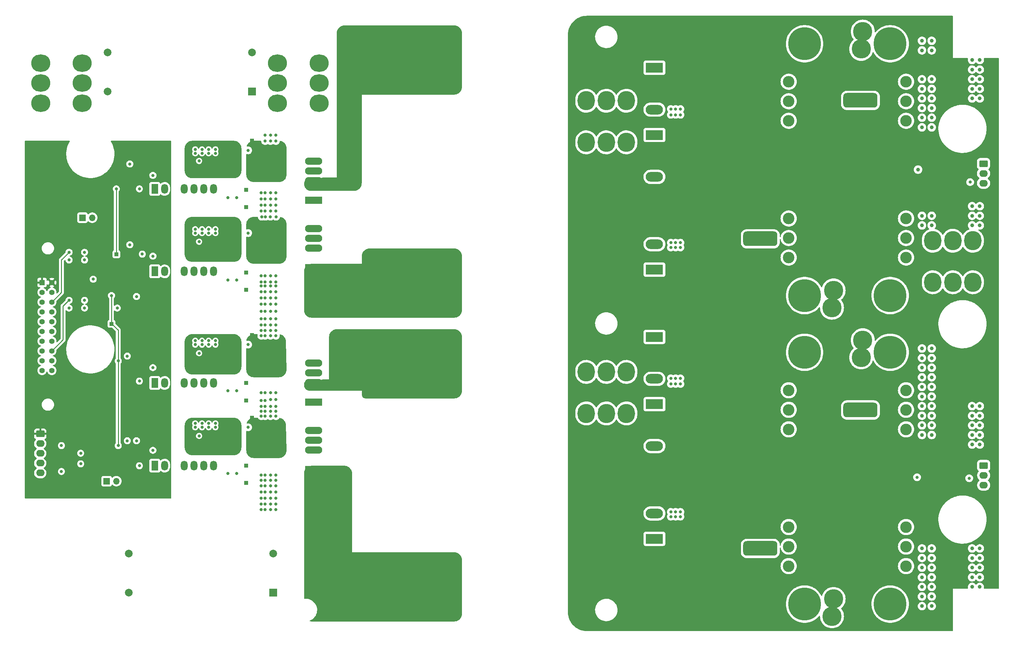
<source format=gbr>
%TF.GenerationSoftware,KiCad,Pcbnew,7.0.6*%
%TF.CreationDate,2023-08-12T12:52:25-07:00*%
%TF.ProjectId,Aux Power Supply V5,41757820-506f-4776-9572-20537570706c,rev?*%
%TF.SameCoordinates,Original*%
%TF.FileFunction,Copper,L2,Inr*%
%TF.FilePolarity,Positive*%
%FSLAX46Y46*%
G04 Gerber Fmt 4.6, Leading zero omitted, Abs format (unit mm)*
G04 Created by KiCad (PCBNEW 7.0.6) date 2023-08-12 12:52:25*
%MOMM*%
%LPD*%
G01*
G04 APERTURE LIST*
G04 Aperture macros list*
%AMRoundRect*
0 Rectangle with rounded corners*
0 $1 Rounding radius*
0 $2 $3 $4 $5 $6 $7 $8 $9 X,Y pos of 4 corners*
0 Add a 4 corners polygon primitive as box body*
4,1,4,$2,$3,$4,$5,$6,$7,$8,$9,$2,$3,0*
0 Add four circle primitives for the rounded corners*
1,1,$1+$1,$2,$3*
1,1,$1+$1,$4,$5*
1,1,$1+$1,$6,$7*
1,1,$1+$1,$8,$9*
0 Add four rect primitives between the rounded corners*
20,1,$1+$1,$2,$3,$4,$5,0*
20,1,$1+$1,$4,$5,$6,$7,0*
20,1,$1+$1,$6,$7,$8,$9,0*
20,1,$1+$1,$8,$9,$2,$3,0*%
G04 Aperture macros list end*
%TA.AperFunction,ComponentPad*%
%ADD10R,4.500000X2.500000*%
%TD*%
%TA.AperFunction,ComponentPad*%
%ADD11O,4.500000X2.500000*%
%TD*%
%TA.AperFunction,ComponentPad*%
%ADD12O,4.500000X5.000000*%
%TD*%
%TA.AperFunction,ComponentPad*%
%ADD13R,1.000000X1.000000*%
%TD*%
%TA.AperFunction,ComponentPad*%
%ADD14R,1.700000X1.700000*%
%TD*%
%TA.AperFunction,ComponentPad*%
%ADD15O,1.700000X1.700000*%
%TD*%
%TA.AperFunction,ComponentPad*%
%ADD16O,5.000000X4.500000*%
%TD*%
%TA.AperFunction,ComponentPad*%
%ADD17R,4.500000X1.905000*%
%TD*%
%TA.AperFunction,ComponentPad*%
%ADD18O,4.500000X1.905000*%
%TD*%
%TA.AperFunction,ComponentPad*%
%ADD19R,1.800000X2.540000*%
%TD*%
%TA.AperFunction,ComponentPad*%
%ADD20O,1.800000X2.540000*%
%TD*%
%TA.AperFunction,ComponentPad*%
%ADD21R,2.006600X2.006600*%
%TD*%
%TA.AperFunction,ComponentPad*%
%ADD22C,2.006600*%
%TD*%
%TA.AperFunction,ComponentPad*%
%ADD23RoundRect,0.952500X3.492500X0.952500X-3.492500X0.952500X-3.492500X-0.952500X3.492500X-0.952500X0*%
%TD*%
%TA.AperFunction,ComponentPad*%
%ADD24RoundRect,0.250000X-0.845000X0.620000X-0.845000X-0.620000X0.845000X-0.620000X0.845000X0.620000X0*%
%TD*%
%TA.AperFunction,ComponentPad*%
%ADD25O,2.190000X1.740000*%
%TD*%
%TA.AperFunction,ComponentPad*%
%ADD26C,4.000000*%
%TD*%
%TA.AperFunction,ComponentPad*%
%ADD27C,10.000000*%
%TD*%
%TA.AperFunction,ComponentPad*%
%ADD28C,5.000000*%
%TD*%
%TA.AperFunction,ComponentPad*%
%ADD29C,3.000000*%
%TD*%
%TA.AperFunction,ComponentPad*%
%ADD30R,1.398000X1.398000*%
%TD*%
%TA.AperFunction,ComponentPad*%
%ADD31C,1.398000*%
%TD*%
%TA.AperFunction,ComponentPad*%
%ADD32C,8.500000*%
%TD*%
%TA.AperFunction,ViaPad*%
%ADD33C,0.800000*%
%TD*%
%TA.AperFunction,ViaPad*%
%ADD34C,1.000000*%
%TD*%
%TA.AperFunction,Conductor*%
%ADD35C,0.250000*%
%TD*%
%TA.AperFunction,Conductor*%
%ADD36C,0.500000*%
%TD*%
G04 APERTURE END LIST*
D10*
%TO.N,OUTPUT_GND*%
%TO.C,R36*%
X240500000Y-177000000D03*
D11*
%TO.N,Net-(C65-Pad2)*%
X240500000Y-187900000D03*
%TD*%
D12*
%TO.N,OUTPUT_GND*%
%TO.C,J9*%
X222790000Y-116600000D03*
X222790000Y-127400000D03*
X228000000Y-116600000D03*
X228000000Y-127400000D03*
X233210000Y-116600000D03*
X233210000Y-127400000D03*
%TD*%
%TO.N,T1_OUT*%
%TO.C,J8*%
X222790000Y-80600000D03*
X222790000Y-91400000D03*
X228000000Y-80600000D03*
X228000000Y-91400000D03*
X233210000Y-80600000D03*
X233210000Y-91400000D03*
%TD*%
D13*
%TO.N,CLAMP_TOP_T1*%
%TO.C,TP13*%
X136000000Y-91000000D03*
%TD*%
D14*
%TO.N,GND*%
%TO.C,JP2*%
X91975000Y-111000000D03*
D15*
X94515000Y-111000000D03*
%TD*%
D13*
%TO.N,KELV_BOT_T1*%
%TO.C,TP10*%
X134500000Y-129750000D03*
%TD*%
D16*
%TO.N,DC_IN*%
%TO.C,J1*%
X142600000Y-81210000D03*
X153400000Y-81210000D03*
X142600000Y-76000000D03*
X153400000Y-76000000D03*
X142600000Y-70790000D03*
X153400000Y-70790000D03*
%TD*%
D10*
%TO.N,Net-(D11-K)*%
%TO.C,D12*%
X240500000Y-194500000D03*
D11*
%TO.N,OUTPUT_GND*%
X240500000Y-205400000D03*
%TD*%
D13*
%TO.N,+18V_TOP_T1*%
%TO.C,TP5*%
X134500000Y-103750000D03*
%TD*%
%TO.N,KELV_TOP_T1*%
%TO.C,TP9*%
X134500000Y-108250000D03*
%TD*%
D17*
%TO.N,DC_IN*%
%TO.C,Q1*%
X151990000Y-106480000D03*
D18*
%TO.N,Net-(D8-K)*%
X151990000Y-101400000D03*
%TO.N,KELV_TOP_T1*%
X151990000Y-98860000D03*
%TO.N,Net-(Q1-G)*%
X151990000Y-96320000D03*
%TD*%
D10*
%TO.N,T1_OUT*%
%TO.C,R33*%
X240500000Y-72000000D03*
D11*
%TO.N,Net-(C62-Pad2)*%
X240500000Y-82900000D03*
%TD*%
D19*
%TO.N,+24V*%
%TO.C,U3*%
X110760000Y-103500000D03*
D20*
%TO.N,GND*%
X113300000Y-103500000D03*
%TO.N,KELV_TOP_T1*%
X118380000Y-103500000D03*
X120920000Y-103500000D03*
%TO.N,+18V_TOP_T1*%
X123460000Y-103500000D03*
X126000000Y-103500000D03*
%TD*%
D13*
%TO.N,+18V_BOT_T2*%
%TO.C,TP8*%
X134500000Y-175500000D03*
%TD*%
%TO.N,KELV_BOT_T2*%
%TO.C,TP12*%
X134500000Y-180000000D03*
%TD*%
D19*
%TO.N,+24V*%
%TO.C,U4*%
X110760000Y-124960000D03*
D20*
%TO.N,GND*%
X113300000Y-124960000D03*
%TO.N,KELV_BOT_T1*%
X118380000Y-124960000D03*
X120920000Y-124960000D03*
%TO.N,+18V_BOT_T1*%
X123460000Y-124960000D03*
X126000000Y-124960000D03*
%TD*%
D21*
%TO.N,DC_IN*%
%TO.C,C19*%
X136000000Y-78200000D03*
D22*
X136000000Y-68000000D03*
%TO.N,GNDPWR*%
X98499997Y-78200000D03*
X98499997Y-68000000D03*
%TD*%
D13*
%TO.N,Ch1*%
%TO.C,TP4*%
X100750000Y-120500000D03*
%TD*%
D21*
%TO.N,DC_IN*%
%TO.C,C20*%
X141500000Y-208500000D03*
D22*
X141500000Y-198300000D03*
%TO.N,GNDPWR*%
X103999997Y-208500000D03*
X103999997Y-198300000D03*
%TD*%
D14*
%TO.N,GND*%
%TO.C,JP1*%
X98225000Y-179500000D03*
D15*
X100765000Y-179500000D03*
%TD*%
D23*
%TO.N,Net-(D11-K)*%
%TO.C,L2*%
X268000000Y-197000000D03*
%TO.N,+72V_2*%
X294000000Y-161000000D03*
%TD*%
D24*
%TO.N,+5V*%
%TO.C,J3*%
X325980000Y-96960000D03*
D25*
%TO.N,SO1*%
X325980000Y-99500000D03*
%TO.N,GND*%
X325980000Y-102040000D03*
%TD*%
D17*
%TO.N,DC_IN*%
%TO.C,Q3*%
X151990000Y-158980000D03*
D18*
%TO.N,Net-(D6-K)*%
X151990000Y-153900000D03*
%TO.N,KELV_TOP_T2*%
X151990000Y-151360000D03*
%TO.N,Net-(Q3-G)*%
X151990000Y-148820000D03*
%TD*%
D12*
%TO.N,T2_OUT*%
%TO.C,J10*%
X222790000Y-151100000D03*
X222790000Y-161900000D03*
X228000000Y-151100000D03*
X228000000Y-161900000D03*
X233210000Y-151100000D03*
X233210000Y-161900000D03*
%TD*%
D10*
%TO.N,Net-(D10-K)*%
%TO.C,D10*%
X240500000Y-124500000D03*
D11*
%TO.N,OUTPUT_GND*%
X240500000Y-135400000D03*
%TD*%
D13*
%TO.N,Ch2*%
%TO.C,TP1*%
X99500000Y-138600000D03*
%TD*%
D26*
%TO.N,Net-(D6-K)*%
%TO.C,T2*%
X173150000Y-155102500D03*
X178230000Y-155102500D03*
X183310000Y-155102500D03*
X188390000Y-155102500D03*
D27*
X171880000Y-147800000D03*
D28*
X178838884Y-143902500D03*
D26*
X183735546Y-143527500D03*
D29*
X187879614Y-143152500D03*
%TO.N,Net-(D5-A)*%
X187879614Y-212772500D03*
D26*
X183735546Y-212397500D03*
D28*
X178838884Y-212022500D03*
D27*
X171880000Y-208125000D03*
D26*
X173150000Y-200822500D03*
X178230000Y-200822500D03*
X183310000Y-200822500D03*
X188390000Y-200822500D03*
%TD*%
D17*
%TO.N,Net-(D7-A)*%
%TO.C,Q2*%
X151990000Y-123980000D03*
D18*
%TO.N,GNDPWR*%
X151990000Y-118900000D03*
%TO.N,KELV_BOT_T1*%
X151990000Y-116360000D03*
%TO.N,Net-(Q2-G)*%
X151990000Y-113820000D03*
%TD*%
D23*
%TO.N,Net-(D10-K)*%
%TO.C,L2*%
X268000000Y-116500000D03*
%TO.N,+72V_1*%
X294000000Y-80500000D03*
%TD*%
D12*
%TO.N,OUTPUT_GND*%
%TO.C,J11*%
X222790000Y-193600000D03*
X222790000Y-204400000D03*
X228000000Y-193600000D03*
X228000000Y-204400000D03*
X233210000Y-193600000D03*
X233210000Y-204400000D03*
%TD*%
D17*
%TO.N,Net-(D5-A)*%
%TO.C,Q4*%
X151990000Y-176480000D03*
D18*
%TO.N,GNDPWR*%
X151990000Y-171400000D03*
%TO.N,KELV_BOT_T2*%
X151990000Y-168860000D03*
%TO.N,Net-(Q4-G)*%
X151990000Y-166320000D03*
%TD*%
D10*
%TO.N,Net-(D11-K)*%
%TO.C,D11*%
X240500000Y-159500000D03*
D11*
%TO.N,T2_OUT*%
X240500000Y-170400000D03*
%TD*%
D10*
%TO.N,Net-(D10-K)*%
%TO.C,D9*%
X240500000Y-89500000D03*
D11*
%TO.N,T1_OUT*%
X240500000Y-100400000D03*
%TD*%
D24*
%TO.N,+5V*%
%TO.C,J4*%
X81000000Y-167210000D03*
D25*
%TO.N,GND*%
X81000000Y-169750000D03*
%TO.N,SO1*%
X81000000Y-172290000D03*
%TO.N,SO2*%
X81000000Y-174830000D03*
%TO.N,GND*%
X81000000Y-177370000D03*
%TD*%
D16*
%TO.N,GNDPWR*%
%TO.C,J6*%
X81100000Y-81210000D03*
X91900000Y-81210000D03*
X81100000Y-76000000D03*
X91900000Y-76000000D03*
X81100000Y-70790000D03*
X91900000Y-70790000D03*
%TD*%
D10*
%TO.N,T2_OUT*%
%TO.C,R35*%
X240500000Y-142000000D03*
D11*
%TO.N,Net-(C64-Pad2)*%
X240500000Y-152900000D03*
%TD*%
D13*
%TO.N,CLAMP_TOP_T2*%
%TO.C,TP15*%
X136000000Y-141500000D03*
%TD*%
D30*
%TO.N,+5V*%
%TO.C,J5*%
X81465000Y-127857500D03*
D31*
X84005000Y-127857500D03*
%TO.N,unconnected-(J5-Pad3)*%
X81465000Y-130397500D03*
%TO.N,unconnected-(J5-Pad4)*%
X84005000Y-130397500D03*
%TO.N,1_HI*%
X81465000Y-132937500D03*
%TO.N,1_LO*%
X84005000Y-132937500D03*
%TO.N,+24V*%
X81465000Y-135477500D03*
X84005000Y-135477500D03*
%TO.N,unconnected-(J5-Pad9)*%
X81465000Y-138017500D03*
%TO.N,Vin_SENSE*%
X84005000Y-138017500D03*
%TO.N,unconnected-(J5-Pad11)*%
X81465000Y-140557500D03*
%TO.N,unconnected-(J5-Pad12)*%
X84005000Y-140557500D03*
%TO.N,unconnected-(J5-Pad13)*%
X81465000Y-143097500D03*
%TO.N,unconnected-(J5-Pad14)*%
X84005000Y-143097500D03*
%TO.N,2_LO*%
X81465000Y-145637500D03*
%TO.N,2_HI*%
X84005000Y-145637500D03*
%TO.N,GND*%
X81465000Y-148177500D03*
X84005000Y-148177500D03*
%TO.N,I_Sense_1*%
X81465000Y-150717500D03*
%TO.N,I_Sense_2*%
X84005000Y-150717500D03*
%TD*%
D19*
%TO.N,+24V*%
%TO.C,U6*%
X110760000Y-175460000D03*
D20*
%TO.N,GND*%
X113300000Y-175460000D03*
%TO.N,KELV_BOT_T2*%
X118380000Y-175460000D03*
X120920000Y-175460000D03*
%TO.N,+18V_BOT_T2*%
X123460000Y-175460000D03*
X126000000Y-175460000D03*
%TD*%
D28*
%TO.N,Net-(D10-K)*%
%TO.C,L1*%
X286613706Y-134412500D03*
D32*
X279500000Y-131250000D03*
D28*
X287027489Y-129911480D03*
D29*
X275372500Y-121372500D03*
X275372500Y-116292500D03*
X275372500Y-111212500D03*
X275372500Y-85812500D03*
X275372500Y-80732500D03*
X275372500Y-75652500D03*
D32*
X279500000Y-65775000D03*
%TO.N,+72V_1*%
X301725000Y-131250000D03*
D29*
X305852500Y-121372500D03*
X305852500Y-116292500D03*
X305852500Y-111212500D03*
X305852500Y-85812500D03*
X305852500Y-80732500D03*
X305852500Y-75652500D03*
D28*
X294197511Y-67113520D03*
D32*
X301725000Y-65775000D03*
D28*
X294611294Y-62612500D03*
%TD*%
D13*
%TO.N,CLAMP_BOT_T2*%
%TO.C,TP16*%
X136000000Y-163000000D03*
%TD*%
D10*
%TO.N,OUTPUT_GND*%
%TO.C,R34*%
X240500000Y-107000000D03*
D11*
%TO.N,Net-(C63-Pad2)*%
X240500000Y-117900000D03*
%TD*%
D19*
%TO.N,+24V*%
%TO.C,U5*%
X110760000Y-153960000D03*
D20*
%TO.N,GND*%
X113300000Y-153960000D03*
%TO.N,KELV_TOP_T2*%
X118380000Y-153960000D03*
X120920000Y-153960000D03*
%TO.N,+18V_TOP_T2*%
X123460000Y-153960000D03*
X126000000Y-153960000D03*
%TD*%
D13*
%TO.N,+18V_TOP_T2*%
%TO.C,TP7*%
X134500000Y-154000000D03*
%TD*%
%TO.N,+18V_BOT_T1*%
%TO.C,TP6*%
X134500000Y-125250000D03*
%TD*%
%TO.N,CLAMP_BOT_T1*%
%TO.C,TP14*%
X136000000Y-112500000D03*
%TD*%
D24*
%TO.N,+5V*%
%TO.C,J12*%
X326000000Y-175460000D03*
D25*
%TO.N,SO2*%
X326000000Y-178000000D03*
%TO.N,GND*%
X326000000Y-180540000D03*
%TD*%
D13*
%TO.N,KELV_TOP_T2*%
%TO.C,TP11*%
X134500000Y-158500000D03*
%TD*%
D26*
%TO.N,Net-(D8-K)*%
%TO.C,T1*%
X173150000Y-76102500D03*
X178230000Y-76102500D03*
X183310000Y-76102500D03*
X188390000Y-76102500D03*
D27*
X171880000Y-68800000D03*
D28*
X178838884Y-64902500D03*
D26*
X183735546Y-64527500D03*
D29*
X187879614Y-64152500D03*
%TO.N,Net-(D7-A)*%
X187879614Y-133772500D03*
D26*
X183735546Y-133397500D03*
D28*
X178838884Y-133022500D03*
D27*
X171880000Y-129125000D03*
D26*
X173150000Y-121822500D03*
X178230000Y-121822500D03*
X183310000Y-121822500D03*
X188390000Y-121822500D03*
%TD*%
D28*
%TO.N,Net-(D11-K)*%
%TO.C,L2*%
X286613706Y-214637500D03*
D32*
X279500000Y-211475000D03*
D28*
X287027489Y-210136480D03*
D29*
X275372500Y-201597500D03*
X275372500Y-196517500D03*
X275372500Y-191437500D03*
X275372500Y-166037500D03*
X275372500Y-160957500D03*
X275372500Y-155877500D03*
D32*
X279500000Y-146000000D03*
%TO.N,+72V_2*%
X301725000Y-211475000D03*
D29*
X305852500Y-201597500D03*
X305852500Y-196517500D03*
X305852500Y-191437500D03*
X305852500Y-166037500D03*
X305852500Y-160957500D03*
X305852500Y-155877500D03*
D28*
X294197511Y-147338520D03*
D32*
X301725000Y-146000000D03*
D28*
X294611294Y-142837500D03*
%TD*%
D12*
%TO.N,+72V_OUT*%
%TO.C,J2*%
X323210000Y-127800000D03*
X323210000Y-117000000D03*
X318000000Y-127800000D03*
X318000000Y-117000000D03*
X312790000Y-127800000D03*
X312790000Y-117000000D03*
%TD*%
D33*
%TO.N,GNDPWR*%
X138500000Y-110750000D03*
X139500000Y-110750000D03*
X140750000Y-110750000D03*
X142250000Y-110750000D03*
%TO.N,GND*%
X322500000Y-101750000D03*
%TO.N,GNDPWR*%
X140800000Y-127700000D03*
X139400000Y-126100000D03*
X139400000Y-106100000D03*
X140800000Y-162600000D03*
X138400000Y-106100000D03*
X140800000Y-180700000D03*
X139400000Y-160100000D03*
X138400000Y-160100000D03*
X139400000Y-156500000D03*
X142200000Y-109300000D03*
X138400000Y-109300000D03*
X138400000Y-156500000D03*
X138400000Y-131900000D03*
X142200000Y-180700000D03*
X139400000Y-127700000D03*
X142200000Y-135300000D03*
X142200000Y-126100000D03*
X142200000Y-179300000D03*
X142200000Y-186900000D03*
X138400000Y-162600000D03*
X142200000Y-156500000D03*
X140800000Y-137300000D03*
X139400000Y-131900000D03*
X140800000Y-185500000D03*
X139400000Y-158500000D03*
X139400000Y-135300000D03*
X140800000Y-186900000D03*
X138400000Y-104500000D03*
X138400000Y-135300000D03*
X138400000Y-158500000D03*
X142200000Y-127700000D03*
X140800000Y-179300000D03*
X140800000Y-135300000D03*
X142200000Y-161300000D03*
X139400000Y-161300000D03*
X142200000Y-160100000D03*
X140800000Y-133500000D03*
X140800000Y-106100000D03*
X142200000Y-140300000D03*
X140800000Y-183900000D03*
X138400000Y-138900000D03*
X139400000Y-89500000D03*
X138400000Y-128700000D03*
X140800000Y-126100000D03*
X138400000Y-182300000D03*
X142200000Y-128700000D03*
X138400000Y-107700000D03*
X138400000Y-183900000D03*
X139400000Y-182300000D03*
X140800000Y-141700000D03*
X142200000Y-106100000D03*
X138400000Y-137300000D03*
X138400000Y-179300000D03*
X140800000Y-160100000D03*
X139400000Y-104500000D03*
X140800000Y-128700000D03*
X142200000Y-133500000D03*
X138400000Y-186900000D03*
X140800000Y-177900000D03*
X142200000Y-182300000D03*
X142200000Y-130300000D03*
X142200000Y-137300000D03*
X142200000Y-177900000D03*
X140800000Y-131900000D03*
X139400000Y-185500000D03*
X140800000Y-161300000D03*
X139400000Y-109300000D03*
X142200000Y-107700000D03*
X139400000Y-162600000D03*
X142200000Y-91100000D03*
X140800000Y-91100000D03*
X140800000Y-104500000D03*
X142200000Y-185500000D03*
X138400000Y-185500000D03*
X142200000Y-183900000D03*
X139400000Y-133500000D03*
X142200000Y-141700000D03*
X140800000Y-109300000D03*
X140800000Y-182300000D03*
X138400000Y-161300000D03*
X142200000Y-162600000D03*
X139400000Y-130300000D03*
X140800000Y-156500000D03*
X138400000Y-130300000D03*
X142200000Y-158300000D03*
X138400000Y-141700000D03*
X140800000Y-158300000D03*
X140800000Y-140300000D03*
X142200000Y-131900000D03*
X138400000Y-140300000D03*
X139400000Y-186900000D03*
X139400000Y-177900000D03*
X139400000Y-179300000D03*
X139400000Y-141700000D03*
X140800000Y-138900000D03*
X140800000Y-130300000D03*
X139400000Y-140300000D03*
X138400000Y-126100000D03*
X139400000Y-128700000D03*
X140800000Y-107700000D03*
X138400000Y-177900000D03*
X139400000Y-137300000D03*
X142200000Y-89500000D03*
X138400000Y-133500000D03*
X139400000Y-91100000D03*
X139400000Y-183900000D03*
X139400000Y-138900000D03*
X140800000Y-89500000D03*
X139400000Y-107700000D03*
X142200000Y-138900000D03*
X138400000Y-127700000D03*
X139400000Y-180700000D03*
X142200000Y-104500000D03*
X138400000Y-180700000D03*
%TO.N,GND*%
X91500000Y-172250000D03*
X106750000Y-153500000D03*
X110250000Y-121000000D03*
X106000000Y-169000000D03*
X103600000Y-147000000D03*
X103600000Y-169000000D03*
X94750000Y-127000000D03*
X110250000Y-150000000D03*
X104250000Y-97037500D03*
X106750000Y-103500000D03*
X322250000Y-178750000D03*
X86500000Y-170250000D03*
D34*
X308962500Y-98500000D03*
D33*
X110250000Y-171500000D03*
X86500000Y-177000000D03*
X91500000Y-175000000D03*
X110250000Y-100000000D03*
X106000000Y-131500000D03*
X106750000Y-175500000D03*
X101000000Y-134500000D03*
X308712500Y-178500000D03*
X104250000Y-118037500D03*
%TO.N,KELV_TOP_T1*%
X126500000Y-93250000D03*
X124750000Y-93250000D03*
X124750000Y-94250000D03*
X126500000Y-94250000D03*
X135000000Y-93500000D03*
X132000000Y-105750000D03*
X121250000Y-94250000D03*
X121250000Y-93250000D03*
X123000000Y-94250000D03*
X123000000Y-93250000D03*
X129750000Y-105750000D03*
%TO.N,KELV_BOT_T1*%
X126500000Y-114000000D03*
X126500000Y-115000000D03*
X123000000Y-115000000D03*
X124750000Y-114000000D03*
X121250000Y-115000000D03*
X124750000Y-115000000D03*
X135000000Y-115000000D03*
X132000000Y-127250000D03*
X121250000Y-114000000D03*
X129750000Y-127250000D03*
X123000000Y-114000000D03*
D34*
%TO.N,OUTPUT_GND*%
X316250000Y-197000000D03*
X316250000Y-77000000D03*
X316250000Y-155000000D03*
X316250000Y-209750000D03*
X316250000Y-168750000D03*
X316250000Y-94750000D03*
X316250000Y-212750000D03*
X316250000Y-80000000D03*
X316250000Y-198500000D03*
X316250000Y-201750000D03*
X316250000Y-163750000D03*
X316250000Y-106750000D03*
X316250000Y-200000000D03*
X316250000Y-206500000D03*
X316250000Y-170000000D03*
X316250000Y-173750000D03*
X316250000Y-105000000D03*
X316250000Y-108500000D03*
X316250000Y-203500000D03*
X316250000Y-205000000D03*
X316250000Y-65500000D03*
X316250000Y-150000000D03*
X316250000Y-75250000D03*
X316250000Y-172500000D03*
X316250000Y-67000000D03*
X316250000Y-111500000D03*
X316250000Y-78500000D03*
X316250000Y-73500000D03*
X316250000Y-171250000D03*
X316250000Y-72000000D03*
X316250000Y-68750000D03*
X316250000Y-64000000D03*
X316250000Y-110000000D03*
X316250000Y-211250000D03*
X316250000Y-208250000D03*
X316250000Y-70500000D03*
X316250000Y-160000000D03*
D33*
%TO.N,GATE_TOP_T1*%
X131000000Y-97250000D03*
X132500000Y-95500000D03*
X129500000Y-95500000D03*
X119500000Y-97500000D03*
X132500000Y-97250000D03*
X131000000Y-95500000D03*
X122250000Y-97500000D03*
X129500000Y-97250000D03*
%TO.N,GATE_BOT_T1*%
X129500000Y-117000000D03*
X132500000Y-117000000D03*
X119750000Y-118750000D03*
X132500000Y-118750000D03*
X131000000Y-118750000D03*
X122250000Y-118750000D03*
X131000000Y-117000000D03*
X129500000Y-118750000D03*
D34*
%TO.N,+72V_OUT*%
X310000000Y-67500000D03*
X323000000Y-110500000D03*
X323000000Y-207000000D03*
X312500000Y-162500000D03*
X325000000Y-167500000D03*
X310000000Y-165000000D03*
X310000000Y-110500000D03*
X312500000Y-197000000D03*
X323000000Y-77500000D03*
X310000000Y-167500000D03*
X325000000Y-160000000D03*
X310000000Y-207000000D03*
X323000000Y-75000000D03*
X310000000Y-85000000D03*
X312500000Y-165000000D03*
X323000000Y-165000000D03*
X323000000Y-70000000D03*
X310000000Y-75000000D03*
X312500000Y-157500000D03*
X310000000Y-65000000D03*
X312500000Y-75000000D03*
X310000000Y-162500000D03*
X323000000Y-160000000D03*
X312500000Y-155000000D03*
X323000000Y-170000000D03*
X323000000Y-167500000D03*
X312500000Y-145000000D03*
X310000000Y-145000000D03*
X325000000Y-165000000D03*
X323000000Y-80000000D03*
X310000000Y-160000000D03*
X312500000Y-85000000D03*
X323000000Y-197000000D03*
X310000000Y-87500000D03*
X312500000Y-110500000D03*
X325000000Y-202000000D03*
X323000000Y-113000000D03*
X312500000Y-67500000D03*
X325000000Y-108000000D03*
X310000000Y-150000000D03*
X310000000Y-155000000D03*
X312500000Y-204500000D03*
X310000000Y-212000000D03*
X312500000Y-199500000D03*
X312500000Y-65000000D03*
X312500000Y-202000000D03*
X323000000Y-204500000D03*
X325000000Y-75000000D03*
X312500000Y-207000000D03*
X325000000Y-207000000D03*
X325000000Y-199500000D03*
X310000000Y-197000000D03*
X312500000Y-147500000D03*
X323000000Y-72500000D03*
X323000000Y-202000000D03*
X312500000Y-212000000D03*
X312500000Y-150000000D03*
X325000000Y-77500000D03*
X325000000Y-162500000D03*
X310000000Y-202000000D03*
X312500000Y-209500000D03*
X310000000Y-80000000D03*
X312500000Y-77500000D03*
X312500000Y-160000000D03*
X325000000Y-113000000D03*
X323000000Y-162500000D03*
X312500000Y-87500000D03*
X312500000Y-152500000D03*
X325000000Y-197000000D03*
X310000000Y-113000000D03*
X310000000Y-77500000D03*
X325000000Y-204500000D03*
X310000000Y-152500000D03*
X325000000Y-80000000D03*
X310000000Y-204500000D03*
X312500000Y-82500000D03*
X310000000Y-209500000D03*
X325000000Y-170000000D03*
X310000000Y-199500000D03*
X310000000Y-157500000D03*
X310000000Y-147500000D03*
X325000000Y-110500000D03*
X310000000Y-82500000D03*
X312500000Y-113000000D03*
X325000000Y-72500000D03*
X312500000Y-80000000D03*
X323000000Y-199500000D03*
X323000000Y-108000000D03*
X325000000Y-70000000D03*
X312500000Y-167500000D03*
D33*
%TO.N,1_HI*%
X88475000Y-122000000D03*
%TO.N,1_LO*%
X88475000Y-120000000D03*
%TO.N,2_LO*%
X88475000Y-134500000D03*
%TO.N,2_HI*%
X88475000Y-132500000D03*
%TO.N,Net-(C64-Pad2)*%
X247250000Y-152750000D03*
X247250000Y-154250000D03*
X244750000Y-154250000D03*
X246000000Y-154250000D03*
X246000000Y-152750000D03*
X244750000Y-152750000D03*
%TO.N,Net-(C65-Pad2)*%
X244750000Y-188750000D03*
X246000000Y-187500000D03*
X246000000Y-188750000D03*
X244750000Y-187500000D03*
X247250000Y-188750000D03*
X247250000Y-187500000D03*
%TO.N,KELV_TOP_T2*%
X121250000Y-144000000D03*
X126500000Y-144000000D03*
X123000000Y-144000000D03*
X123000000Y-143000000D03*
X135000000Y-144000000D03*
X124750000Y-144000000D03*
X129750000Y-156000000D03*
X132000000Y-156000000D03*
X126500000Y-143000000D03*
X121250000Y-143000000D03*
X124750000Y-143000000D03*
%TO.N,KELV_BOT_T2*%
X124750000Y-164500000D03*
X132000000Y-177500000D03*
X129750000Y-177500000D03*
X124750000Y-165500000D03*
X123000000Y-164500000D03*
X135000000Y-165500000D03*
X126500000Y-165500000D03*
X126500000Y-164500000D03*
X121250000Y-164500000D03*
X121250000Y-165500000D03*
X123000000Y-165500000D03*
%TO.N,GATE_TOP_T2*%
X129500000Y-147750000D03*
X131000000Y-147750000D03*
X119500000Y-147750000D03*
X132500000Y-147750000D03*
X129500000Y-146000000D03*
X131000000Y-146000000D03*
X132500000Y-146000000D03*
X122250000Y-147750000D03*
%TO.N,GATE_BOT_T2*%
X131000000Y-167500000D03*
X132500000Y-169250000D03*
X131000000Y-169250000D03*
X122250000Y-169250000D03*
X119750000Y-169250000D03*
X129500000Y-169250000D03*
X132500000Y-167500000D03*
X129500000Y-167500000D03*
%TO.N,CLAMP_TOP_T1*%
X144000000Y-98000000D03*
X135500000Y-96500000D03*
X137000000Y-93500000D03*
X122250000Y-96250000D03*
X137000000Y-100000000D03*
X144000000Y-96500000D03*
X144000000Y-95000000D03*
X135500000Y-100000000D03*
X137000000Y-96500000D03*
%TO.N,CLAMP_BOT_T1*%
X144000000Y-113750000D03*
X135250000Y-118000000D03*
X135250000Y-121500000D03*
X136750000Y-121500000D03*
X137000000Y-115000000D03*
X122250000Y-117250000D03*
X144000000Y-112250000D03*
X136750000Y-118000000D03*
X144000000Y-115250000D03*
%TO.N,CLAMP_TOP_T2*%
X122250000Y-146250000D03*
X135250000Y-150500000D03*
X144000000Y-148750000D03*
X136800000Y-150500000D03*
X144000000Y-147250000D03*
X144000000Y-150250000D03*
X136800000Y-147000000D03*
X137000000Y-144000000D03*
X135250000Y-147000000D03*
%TO.N,CLAMP_BOT_T2*%
X122250000Y-167750000D03*
X137000000Y-165500000D03*
X136750000Y-172000000D03*
X135250000Y-172000000D03*
X144000000Y-167750000D03*
X135250000Y-168500000D03*
X136750000Y-168500000D03*
X144000000Y-164750000D03*
X144000000Y-166250000D03*
%TO.N,Net-(C62-Pad2)*%
X247250000Y-84250000D03*
X246000000Y-82750000D03*
X244750000Y-82750000D03*
X246000000Y-84250000D03*
X247250000Y-82750000D03*
X244750000Y-84250000D03*
%TO.N,Net-(C63-Pad2)*%
X247250000Y-118750000D03*
X247250000Y-117500000D03*
X244750000Y-117500000D03*
X246000000Y-117500000D03*
X244750000Y-118750000D03*
X246000000Y-118750000D03*
%TO.N,Net-(U8-IN-)*%
X107500000Y-120462500D03*
%TO.N,Net-(C84-Pad1)*%
X92500000Y-134500000D03*
%TO.N,Net-(C84-Pad2)*%
X92500000Y-132500000D03*
%TO.N,Net-(C85-Pad1)*%
X92500000Y-120000000D03*
D34*
%TO.N,Net-(D5-A)*%
X180200000Y-202700000D03*
X183200000Y-208400000D03*
X177400000Y-205500000D03*
X168800000Y-213900000D03*
X185800000Y-205500000D03*
X180300000Y-208400000D03*
X185800000Y-202700000D03*
X174800000Y-213900000D03*
X185900000Y-211100000D03*
X166000000Y-202700000D03*
X188600000Y-205500000D03*
X185900000Y-208400000D03*
X188700000Y-208400000D03*
X180200000Y-205500000D03*
X166000000Y-200000000D03*
X168700000Y-200000000D03*
X166100000Y-211100000D03*
X183100000Y-205500000D03*
X168700000Y-202700000D03*
X177500000Y-208400000D03*
X166100000Y-208400000D03*
X185800000Y-200000000D03*
X185900000Y-213900000D03*
X166000000Y-205500000D03*
X171600000Y-213900000D03*
X166100000Y-213900000D03*
D33*
%TO.N,Net-(C85-Pad2)*%
X92500000Y-122000000D03*
D34*
%TO.N,Net-(D8-K)*%
X185400000Y-70500000D03*
X166000000Y-70500000D03*
X174300000Y-62100000D03*
X168600000Y-62100000D03*
X179900000Y-70500000D03*
X166000000Y-76000000D03*
X165900000Y-64800000D03*
X179800000Y-67600000D03*
X182700000Y-73200000D03*
X165900000Y-62100000D03*
X188100000Y-62100000D03*
X177000000Y-67600000D03*
X188100000Y-67600000D03*
X185300000Y-62100000D03*
X182700000Y-70500000D03*
X188200000Y-70500000D03*
X168700000Y-73200000D03*
X174400000Y-73200000D03*
X171400000Y-62100000D03*
X182600000Y-67600000D03*
X179800000Y-62100000D03*
X177100000Y-73200000D03*
X177100000Y-70500000D03*
X179900000Y-73200000D03*
X168600000Y-64800000D03*
X166000000Y-73200000D03*
X168700000Y-76000000D03*
X188200000Y-73200000D03*
X177000000Y-62100000D03*
X185300000Y-67600000D03*
X165900000Y-67600000D03*
X185400000Y-73200000D03*
X182600000Y-62100000D03*
%TO.N,Net-(D6-K)*%
X166100000Y-150700000D03*
X174600000Y-142300000D03*
X186000000Y-145000000D03*
X166100000Y-156200000D03*
X186100000Y-150700000D03*
X171500000Y-142300000D03*
X166000000Y-147800000D03*
X188900000Y-150700000D03*
X168700000Y-142300000D03*
X188800000Y-145000000D03*
X186100000Y-156200000D03*
X168800000Y-156200000D03*
X168800000Y-153400000D03*
X188800000Y-147800000D03*
X180200000Y-156200000D03*
X180100000Y-147800000D03*
X183400000Y-150700000D03*
X180200000Y-150700000D03*
X177300000Y-147800000D03*
X166000000Y-145000000D03*
X186100000Y-153400000D03*
X180200000Y-153400000D03*
X166000000Y-142300000D03*
X177400000Y-150700000D03*
X183300000Y-147800000D03*
X186000000Y-142300000D03*
X186000000Y-147800000D03*
X166100000Y-153400000D03*
%TO.N,Net-(D7-A)*%
X180200000Y-129500000D03*
X177300000Y-126600000D03*
X186100000Y-132200000D03*
X188900000Y-132200000D03*
X188800000Y-126600000D03*
X177400000Y-129500000D03*
X166100000Y-129500000D03*
X180100000Y-126600000D03*
X166100000Y-135000000D03*
X180100000Y-123800000D03*
X186000000Y-123800000D03*
X186000000Y-121100000D03*
X186100000Y-129500000D03*
X188900000Y-129500000D03*
X168700000Y-123800000D03*
X183300000Y-126600000D03*
X166000000Y-126600000D03*
X171600000Y-135000000D03*
X186100000Y-135000000D03*
X186000000Y-126600000D03*
X166000000Y-123800000D03*
X174700000Y-135000000D03*
X166100000Y-132200000D03*
X183400000Y-129500000D03*
X168700000Y-121100000D03*
X168800000Y-135000000D03*
X166000000Y-121100000D03*
D33*
%TO.N,Ch1*%
X100750000Y-103500000D03*
%TO.N,Ch2*%
X101250000Y-148250000D03*
X99500000Y-131250000D03*
X101250000Y-170250000D03*
%TO.N,+5V*%
X104000000Y-122500000D03*
%TD*%
D35*
%TO.N,1_LO*%
X86500000Y-130442500D02*
X86500000Y-121975000D01*
X84005000Y-132937500D02*
X86500000Y-130442500D01*
X86500000Y-121975000D02*
X88475000Y-120000000D01*
%TO.N,2_HI*%
X84005000Y-145637500D02*
X86900000Y-142742500D01*
X86900000Y-142742500D02*
X86900000Y-134000000D01*
X88400000Y-132500000D02*
X88475000Y-132500000D01*
X86900000Y-134000000D02*
X88400000Y-132500000D01*
D36*
%TO.N,CLAMP_TOP_T1*%
X136650000Y-96250000D02*
X136900000Y-96500000D01*
D35*
%TO.N,Ch1*%
X100750000Y-120500000D02*
X100750000Y-103500000D01*
%TO.N,Ch2*%
X99600000Y-138600000D02*
X99500000Y-138600000D01*
X99500000Y-138600000D02*
X99500000Y-131250000D01*
X101250000Y-140250000D02*
X99600000Y-138600000D01*
X101250000Y-148250000D02*
X101250000Y-140250000D01*
X101250000Y-170250000D02*
X101250000Y-148250000D01*
%TD*%
%TA.AperFunction,Conductor*%
%TO.N,+5V*%
G36*
X83566257Y-127957640D02*
G01*
X83615266Y-128082513D01*
X83698905Y-128187392D01*
X83809741Y-128262959D01*
X83923622Y-128298087D01*
X83349629Y-128872079D01*
X83399198Y-128906788D01*
X83590601Y-128996040D01*
X83590609Y-128996043D01*
X83626031Y-129005534D01*
X83686654Y-129042485D01*
X83717676Y-129106345D01*
X83709248Y-129176840D01*
X83664046Y-129231587D01*
X83626033Y-129248947D01*
X83590443Y-129258483D01*
X83590430Y-129258488D01*
X83398940Y-129347781D01*
X83225877Y-129468961D01*
X83225866Y-129468970D01*
X83076470Y-129618366D01*
X83076461Y-129618377D01*
X82955281Y-129791440D01*
X82865988Y-129982930D01*
X82865986Y-129982935D01*
X82856707Y-130017567D01*
X82819755Y-130078190D01*
X82755895Y-130109211D01*
X82685400Y-130100783D01*
X82630653Y-130055580D01*
X82613293Y-130017567D01*
X82604013Y-129982933D01*
X82514720Y-129791444D01*
X82514719Y-129791443D01*
X82514718Y-129791440D01*
X82393538Y-129618377D01*
X82393535Y-129618373D01*
X82393532Y-129618369D01*
X82244131Y-129468968D01*
X82244127Y-129468965D01*
X82244122Y-129468961D01*
X82071059Y-129347781D01*
X81978660Y-129304695D01*
X81925375Y-129257778D01*
X81905914Y-129189500D01*
X81926456Y-129121540D01*
X81980479Y-129075475D01*
X82031910Y-129064500D01*
X82212585Y-129064500D01*
X82212597Y-129064499D01*
X82273093Y-129057994D01*
X82409964Y-129006944D01*
X82409965Y-129006944D01*
X82526904Y-128919404D01*
X82614444Y-128802465D01*
X82614444Y-128802464D01*
X82665494Y-128665593D01*
X82671999Y-128605097D01*
X82672000Y-128605085D01*
X82672000Y-128423228D01*
X82692002Y-128355107D01*
X82745658Y-128308614D01*
X82815932Y-128298510D01*
X82880512Y-128328004D01*
X82912195Y-128369979D01*
X82955713Y-128463306D01*
X82955715Y-128463309D01*
X82990417Y-128512869D01*
X82990418Y-128512869D01*
X83564820Y-127938468D01*
X83566257Y-127957640D01*
G37*
%TD.AperFunction*%
%TA.AperFunction,Conductor*%
G36*
X88623635Y-91020002D02*
G01*
X88670128Y-91073658D01*
X88680232Y-91143932D01*
X88661141Y-91194694D01*
X88624559Y-91250945D01*
X88387374Y-91688130D01*
X88185669Y-92142786D01*
X88020721Y-92612040D01*
X87893583Y-93092897D01*
X87805048Y-93582344D01*
X87755680Y-94077271D01*
X87745791Y-94574567D01*
X87775441Y-95071069D01*
X87775441Y-95071073D01*
X87775442Y-95071077D01*
X87844448Y-95563656D01*
X87952371Y-96049196D01*
X88098529Y-96524626D01*
X88281998Y-96986942D01*
X88400345Y-97227428D01*
X88501617Y-97433217D01*
X88501617Y-97433218D01*
X88501618Y-97433219D01*
X88756001Y-97860636D01*
X88901795Y-98066423D01*
X89043541Y-98266496D01*
X89205623Y-98460527D01*
X89362411Y-98648220D01*
X89710604Y-99003407D01*
X89811899Y-99091500D01*
X90085913Y-99329803D01*
X90485974Y-99625355D01*
X90703860Y-99760970D01*
X90908251Y-99888186D01*
X91350073Y-100116636D01*
X91590222Y-100217510D01*
X91808653Y-100309262D01*
X91808654Y-100309262D01*
X91997807Y-100371554D01*
X92281080Y-100464842D01*
X92382239Y-100489447D01*
X92764366Y-100582395D01*
X92764367Y-100582395D01*
X92764375Y-100582396D01*
X92764378Y-100582397D01*
X93255488Y-100661183D01*
X93255489Y-100661183D01*
X93255495Y-100661184D01*
X93751302Y-100700700D01*
X93751305Y-100700700D01*
X94124312Y-100700700D01*
X94496999Y-100685872D01*
X94743923Y-100656272D01*
X94990850Y-100626673D01*
X95287810Y-100566836D01*
X95478432Y-100528427D01*
X95478436Y-100528425D01*
X95478440Y-100528425D01*
X95956682Y-100391749D01*
X95956685Y-100391747D01*
X95956688Y-100391747D01*
X96177229Y-100309262D01*
X96422550Y-100217509D01*
X96422550Y-100217510D01*
X96496237Y-100183049D01*
X96873109Y-100006804D01*
X96873115Y-100006801D01*
X96885077Y-100000000D01*
X109336496Y-100000000D01*
X109356457Y-100189927D01*
X109365420Y-100217510D01*
X109415473Y-100371556D01*
X109443841Y-100420691D01*
X109510958Y-100536941D01*
X109510965Y-100536951D01*
X109638744Y-100678864D01*
X109638747Y-100678866D01*
X109793248Y-100791118D01*
X109967712Y-100868794D01*
X110154513Y-100908500D01*
X110345487Y-100908500D01*
X110532288Y-100868794D01*
X110706752Y-100791118D01*
X110861253Y-100678866D01*
X110989040Y-100536944D01*
X111084527Y-100371556D01*
X111143542Y-100189928D01*
X111163504Y-100000000D01*
X111143542Y-99810072D01*
X111084527Y-99628444D01*
X110989040Y-99463056D01*
X110989038Y-99463054D01*
X110989034Y-99463048D01*
X110861255Y-99321135D01*
X110706752Y-99208882D01*
X110532288Y-99131206D01*
X110345487Y-99091500D01*
X110154513Y-99091500D01*
X109967711Y-99131206D01*
X109793247Y-99208882D01*
X109638744Y-99321135D01*
X109510965Y-99463048D01*
X109510958Y-99463058D01*
X109415476Y-99628438D01*
X109415473Y-99628445D01*
X109356457Y-99810072D01*
X109336496Y-100000000D01*
X96885077Y-100000000D01*
X97305498Y-99760971D01*
X97305498Y-99760972D01*
X97716992Y-99481559D01*
X97916989Y-99321135D01*
X98104985Y-99170338D01*
X98104987Y-99170336D01*
X98104987Y-99170337D01*
X98467021Y-98829279D01*
X98800823Y-98460525D01*
X98950217Y-98266496D01*
X99104266Y-98066423D01*
X99375440Y-97649457D01*
X99492755Y-97433219D01*
X99612626Y-97212270D01*
X99690162Y-97037500D01*
X103336496Y-97037500D01*
X103356457Y-97227427D01*
X103386526Y-97319970D01*
X103415473Y-97409056D01*
X103415476Y-97409061D01*
X103510958Y-97574441D01*
X103510965Y-97574451D01*
X103638744Y-97716364D01*
X103638747Y-97716366D01*
X103793248Y-97828618D01*
X103967712Y-97906294D01*
X104154513Y-97946000D01*
X104345487Y-97946000D01*
X104532288Y-97906294D01*
X104706752Y-97828618D01*
X104861253Y-97716366D01*
X104989040Y-97574444D01*
X105084527Y-97409056D01*
X105143542Y-97227428D01*
X105163504Y-97037500D01*
X105143542Y-96847572D01*
X105084527Y-96665944D01*
X104989040Y-96500556D01*
X104989038Y-96500554D01*
X104989034Y-96500548D01*
X104861255Y-96358635D01*
X104706752Y-96246382D01*
X104532288Y-96168706D01*
X104345487Y-96129000D01*
X104154513Y-96129000D01*
X103967711Y-96168706D01*
X103793247Y-96246382D01*
X103638744Y-96358635D01*
X103510965Y-96500548D01*
X103510958Y-96500558D01*
X103415476Y-96665938D01*
X103415473Y-96665945D01*
X103356457Y-96847572D01*
X103336496Y-97037500D01*
X99690162Y-97037500D01*
X99814331Y-96757614D01*
X99979279Y-96288360D01*
X100106417Y-95807503D01*
X100194952Y-95318056D01*
X100244320Y-94823129D01*
X100254209Y-94325833D01*
X100224559Y-93829331D01*
X100224559Y-93829332D01*
X100224558Y-93829331D01*
X100155552Y-93336745D01*
X100047629Y-92851204D01*
X100047628Y-92851204D01*
X99901471Y-92375774D01*
X99718002Y-91913458D01*
X99498383Y-91467183D01*
X99498383Y-91467182D01*
X99333677Y-91190441D01*
X99316025Y-91121674D01*
X99338355Y-91054280D01*
X99393575Y-91009657D01*
X99441951Y-91000000D01*
X114874000Y-91000000D01*
X114942121Y-91020002D01*
X114988614Y-91073658D01*
X115000000Y-91126000D01*
X115000000Y-183874000D01*
X114979998Y-183942121D01*
X114926342Y-183988614D01*
X114874000Y-184000000D01*
X77126500Y-184000000D01*
X77058379Y-183979998D01*
X77011886Y-183926342D01*
X77000500Y-183874000D01*
X77000500Y-180398649D01*
X96866500Y-180398649D01*
X96873009Y-180459196D01*
X96873011Y-180459204D01*
X96924110Y-180596202D01*
X96924112Y-180596207D01*
X97011738Y-180713261D01*
X97128792Y-180800887D01*
X97128794Y-180800888D01*
X97128796Y-180800889D01*
X97183900Y-180821442D01*
X97265795Y-180851988D01*
X97265803Y-180851990D01*
X97326350Y-180858499D01*
X97326355Y-180858499D01*
X97326362Y-180858500D01*
X97326368Y-180858500D01*
X99123632Y-180858500D01*
X99123638Y-180858500D01*
X99123645Y-180858499D01*
X99123649Y-180858499D01*
X99184196Y-180851990D01*
X99184199Y-180851989D01*
X99184201Y-180851989D01*
X99321204Y-180800889D01*
X99391399Y-180748342D01*
X99438261Y-180713261D01*
X99525886Y-180596208D01*
X99525885Y-180596208D01*
X99525889Y-180596204D01*
X99569999Y-180477939D01*
X99612545Y-180421107D01*
X99679066Y-180396296D01*
X99748440Y-180411388D01*
X99780753Y-180436635D01*
X99801529Y-180459204D01*
X99841762Y-180502908D01*
X99896331Y-180545381D01*
X100019424Y-180641189D01*
X100217426Y-180748342D01*
X100217427Y-180748342D01*
X100217428Y-180748343D01*
X100329227Y-180786723D01*
X100430365Y-180821444D01*
X100652431Y-180858500D01*
X100652435Y-180858500D01*
X100877565Y-180858500D01*
X100877569Y-180858500D01*
X101099635Y-180821444D01*
X101312574Y-180748342D01*
X101510576Y-180641189D01*
X101688240Y-180502906D01*
X101840722Y-180337268D01*
X101963860Y-180148791D01*
X102054296Y-179942616D01*
X102109564Y-179724368D01*
X102128156Y-179500000D01*
X102109564Y-179275632D01*
X102054296Y-179057384D01*
X101963860Y-178851209D01*
X101870848Y-178708843D01*
X101840724Y-178662734D01*
X101840720Y-178662729D01*
X101688237Y-178497091D01*
X101568367Y-178403792D01*
X101510576Y-178358811D01*
X101312574Y-178251658D01*
X101312572Y-178251657D01*
X101312571Y-178251656D01*
X101099639Y-178178557D01*
X101099630Y-178178555D01*
X101055476Y-178171187D01*
X100877569Y-178141500D01*
X100652431Y-178141500D01*
X100504211Y-178166233D01*
X100430369Y-178178555D01*
X100430360Y-178178557D01*
X100217428Y-178251656D01*
X100217426Y-178251658D01*
X100019426Y-178358810D01*
X100019424Y-178358811D01*
X99841762Y-178497091D01*
X99780754Y-178563363D01*
X99719901Y-178599933D01*
X99648936Y-178597798D01*
X99590391Y-178557636D01*
X99569999Y-178522057D01*
X99525889Y-178403797D01*
X99525887Y-178403792D01*
X99438261Y-178286738D01*
X99321207Y-178199112D01*
X99321202Y-178199110D01*
X99184204Y-178148011D01*
X99184196Y-178148009D01*
X99123649Y-178141500D01*
X99123638Y-178141500D01*
X97326362Y-178141500D01*
X97326350Y-178141500D01*
X97265803Y-178148009D01*
X97265795Y-178148011D01*
X97128797Y-178199110D01*
X97128792Y-178199112D01*
X97011738Y-178286738D01*
X96924112Y-178403792D01*
X96924110Y-178403797D01*
X96873011Y-178540795D01*
X96873009Y-178540803D01*
X96866500Y-178601350D01*
X96866500Y-180398649D01*
X77000500Y-180398649D01*
X77000500Y-177311292D01*
X79392762Y-177311292D01*
X79402721Y-177545727D01*
X79452159Y-177775118D01*
X79539652Y-177992852D01*
X79539654Y-177992856D01*
X79662680Y-178192662D01*
X79808908Y-178358810D01*
X79817714Y-178368815D01*
X80000284Y-178516230D01*
X80205141Y-178630670D01*
X80295877Y-178662729D01*
X80426385Y-178708841D01*
X80426387Y-178708841D01*
X80426392Y-178708843D01*
X80657672Y-178748500D01*
X80657675Y-178748500D01*
X81283558Y-178748500D01*
X81458810Y-178733584D01*
X81458818Y-178733582D01*
X81685884Y-178674459D01*
X81685886Y-178674458D01*
X81685894Y-178674456D01*
X81899718Y-178577801D01*
X82094132Y-178446400D01*
X82263543Y-178284033D01*
X82403077Y-178095371D01*
X82508720Y-177885841D01*
X82577432Y-177661471D01*
X82607237Y-177428717D01*
X82602248Y-177311283D01*
X82597278Y-177194272D01*
X82555409Y-177000000D01*
X85586496Y-177000000D01*
X85606457Y-177189927D01*
X85636526Y-177282470D01*
X85665473Y-177371556D01*
X85665476Y-177371561D01*
X85760958Y-177536941D01*
X85760965Y-177536951D01*
X85888744Y-177678864D01*
X85888747Y-177678866D01*
X86043248Y-177791118D01*
X86217712Y-177868794D01*
X86404513Y-177908500D01*
X86595487Y-177908500D01*
X86782288Y-177868794D01*
X86956752Y-177791118D01*
X87111253Y-177678866D01*
X87239040Y-177536944D01*
X87334527Y-177371556D01*
X87393542Y-177189928D01*
X87413504Y-177000000D01*
X87393542Y-176810072D01*
X87383332Y-176778649D01*
X109351500Y-176778649D01*
X109358009Y-176839196D01*
X109358011Y-176839204D01*
X109409110Y-176976202D01*
X109409112Y-176976207D01*
X109496738Y-177093261D01*
X109613792Y-177180887D01*
X109613794Y-177180888D01*
X109613796Y-177180889D01*
X109649677Y-177194272D01*
X109750795Y-177231988D01*
X109750803Y-177231990D01*
X109811350Y-177238499D01*
X109811355Y-177238499D01*
X109811362Y-177238500D01*
X109811368Y-177238500D01*
X111708632Y-177238500D01*
X111708638Y-177238500D01*
X111708645Y-177238499D01*
X111708649Y-177238499D01*
X111769196Y-177231990D01*
X111769199Y-177231989D01*
X111769201Y-177231989D01*
X111906204Y-177180889D01*
X111958615Y-177141655D01*
X112023261Y-177093261D01*
X112110886Y-176976208D01*
X112110885Y-176976208D01*
X112110889Y-176976204D01*
X112135075Y-176911359D01*
X112177620Y-176854527D01*
X112244140Y-176829716D01*
X112313515Y-176844808D01*
X112344093Y-176868208D01*
X112366075Y-176891144D01*
X112558843Y-177033715D01*
X112772933Y-177141657D01*
X113002185Y-177211864D01*
X113240005Y-177242318D01*
X113479551Y-177232143D01*
X113713932Y-177181630D01*
X113936404Y-177092233D01*
X114140569Y-176966524D01*
X114320551Y-176808119D01*
X114465629Y-176628445D01*
X114471172Y-176621580D01*
X114471172Y-176621579D01*
X114471175Y-176621576D01*
X114588105Y-176412260D01*
X114667980Y-176186194D01*
X114708500Y-175949881D01*
X114708500Y-175030173D01*
X114693259Y-174851102D01*
X114672476Y-174771283D01*
X114632846Y-174619082D01*
X114632844Y-174619079D01*
X114632844Y-174619076D01*
X114534086Y-174400598D01*
X114399825Y-174201953D01*
X114399821Y-174201949D01*
X114399819Y-174201946D01*
X114233927Y-174028858D01*
X114233926Y-174028857D01*
X114233925Y-174028856D01*
X114041157Y-173886285D01*
X114041156Y-173886284D01*
X114041154Y-173886283D01*
X113970997Y-173850911D01*
X113827067Y-173778343D01*
X113827060Y-173778340D01*
X113827056Y-173778339D01*
X113597815Y-173708136D01*
X113597814Y-173708135D01*
X113359995Y-173677682D01*
X113359991Y-173677682D01*
X113359983Y-173677681D01*
X113120448Y-173687856D01*
X112886065Y-173738370D01*
X112694751Y-173815247D01*
X112666155Y-173826739D01*
X112663594Y-173827768D01*
X112658040Y-173831188D01*
X112459431Y-173953476D01*
X112459428Y-173953477D01*
X112459427Y-173953479D01*
X112337101Y-174061140D01*
X112272750Y-174091130D01*
X112202400Y-174081569D01*
X112148387Y-174035492D01*
X112135803Y-174010594D01*
X112110889Y-173943796D01*
X112110887Y-173943794D01*
X112110887Y-173943792D01*
X112023261Y-173826738D01*
X111906207Y-173739112D01*
X111906202Y-173739110D01*
X111769204Y-173688011D01*
X111769196Y-173688009D01*
X111708649Y-173681500D01*
X111708638Y-173681500D01*
X109811362Y-173681500D01*
X109811350Y-173681500D01*
X109750803Y-173688009D01*
X109750795Y-173688011D01*
X109613797Y-173739110D01*
X109613792Y-173739112D01*
X109496738Y-173826738D01*
X109409112Y-173943792D01*
X109409110Y-173943797D01*
X109358011Y-174080795D01*
X109358009Y-174080803D01*
X109351500Y-174141350D01*
X109351500Y-176778649D01*
X87383332Y-176778649D01*
X87334527Y-176628444D01*
X87239040Y-176463056D01*
X87239038Y-176463054D01*
X87239034Y-176463048D01*
X87111255Y-176321135D01*
X86956752Y-176208882D01*
X86782288Y-176131206D01*
X86595487Y-176091500D01*
X86404513Y-176091500D01*
X86217711Y-176131206D01*
X86043247Y-176208882D01*
X85888744Y-176321135D01*
X85760965Y-176463048D01*
X85760958Y-176463058D01*
X85665476Y-176628438D01*
X85665473Y-176628445D01*
X85606457Y-176810072D01*
X85586496Y-177000000D01*
X82555409Y-177000000D01*
X82547841Y-176964884D01*
X82460349Y-176747150D01*
X82460345Y-176747143D01*
X82337319Y-176547337D01*
X82182289Y-176371188D01*
X82182287Y-176371186D01*
X82182286Y-176371185D01*
X81999716Y-176223770D01*
X81972974Y-176208831D01*
X81923261Y-176158147D01*
X81908841Y-176088630D01*
X81934293Y-176022352D01*
X81963867Y-175994443D01*
X82094132Y-175906400D01*
X82263543Y-175744033D01*
X82403077Y-175555371D01*
X82508720Y-175345841D01*
X82577432Y-175121471D01*
X82592987Y-175000000D01*
X90586496Y-175000000D01*
X90606457Y-175189927D01*
X90621141Y-175235118D01*
X90665473Y-175371556D01*
X90665476Y-175371561D01*
X90760958Y-175536941D01*
X90760965Y-175536951D01*
X90888744Y-175678864D01*
X90888747Y-175678866D01*
X91043248Y-175791118D01*
X91217712Y-175868794D01*
X91404513Y-175908500D01*
X91595487Y-175908500D01*
X91782288Y-175868794D01*
X91956752Y-175791118D01*
X92111253Y-175678866D01*
X92111255Y-175678864D01*
X92239034Y-175536951D01*
X92239035Y-175536949D01*
X92239040Y-175536944D01*
X92260370Y-175500000D01*
X105836496Y-175500000D01*
X105856457Y-175689927D01*
X105874039Y-175744036D01*
X105915473Y-175871556D01*
X105915476Y-175871561D01*
X106010958Y-176036941D01*
X106010965Y-176036951D01*
X106138744Y-176178864D01*
X106138747Y-176178866D01*
X106293248Y-176291118D01*
X106467712Y-176368794D01*
X106654513Y-176408500D01*
X106845487Y-176408500D01*
X107032288Y-176368794D01*
X107206752Y-176291118D01*
X107361253Y-176178866D01*
X107376260Y-176162199D01*
X107489034Y-176036951D01*
X107489035Y-176036949D01*
X107489040Y-176036944D01*
X107584527Y-175871556D01*
X107643542Y-175689928D01*
X107663504Y-175500000D01*
X107643542Y-175310072D01*
X107584527Y-175128444D01*
X107489040Y-174963056D01*
X107489038Y-174963054D01*
X107489034Y-174963048D01*
X107361255Y-174821135D01*
X107206752Y-174708882D01*
X107032288Y-174631206D01*
X106845487Y-174591500D01*
X106654513Y-174591500D01*
X106467711Y-174631206D01*
X106293247Y-174708882D01*
X106138744Y-174821135D01*
X106010965Y-174963048D01*
X106010958Y-174963058D01*
X105915476Y-175128438D01*
X105915473Y-175128445D01*
X105856457Y-175310072D01*
X105836496Y-175500000D01*
X92260370Y-175500000D01*
X92334527Y-175371556D01*
X92393542Y-175189928D01*
X92413504Y-175000000D01*
X92393542Y-174810072D01*
X92334527Y-174628444D01*
X92239040Y-174463056D01*
X92239038Y-174463054D01*
X92239034Y-174463048D01*
X92111255Y-174321135D01*
X91956752Y-174208882D01*
X91782288Y-174131206D01*
X91595487Y-174091500D01*
X91404513Y-174091500D01*
X91217711Y-174131206D01*
X91043247Y-174208882D01*
X90888744Y-174321135D01*
X90760965Y-174463048D01*
X90760958Y-174463058D01*
X90665476Y-174628438D01*
X90665473Y-174628445D01*
X90606457Y-174810072D01*
X90586496Y-175000000D01*
X82592987Y-175000000D01*
X82607237Y-174888717D01*
X82605639Y-174851102D01*
X82597278Y-174654272D01*
X82556068Y-174463058D01*
X82547841Y-174424884D01*
X82460349Y-174207150D01*
X82457145Y-174201946D01*
X82337319Y-174007337D01*
X82182289Y-173831188D01*
X82182287Y-173831186D01*
X82182286Y-173831185D01*
X81999716Y-173683770D01*
X81972974Y-173668831D01*
X81923261Y-173618147D01*
X81908841Y-173548630D01*
X81934293Y-173482352D01*
X81963867Y-173454443D01*
X82094132Y-173366400D01*
X82263543Y-173204033D01*
X82403077Y-173015371D01*
X82508720Y-172805841D01*
X82577432Y-172581471D01*
X82607237Y-172348717D01*
X82604790Y-172291118D01*
X82603043Y-172250000D01*
X90586496Y-172250000D01*
X90606457Y-172439927D01*
X90636526Y-172532470D01*
X90665473Y-172621556D01*
X90665476Y-172621561D01*
X90760958Y-172786941D01*
X90760965Y-172786951D01*
X90888744Y-172928864D01*
X90888747Y-172928866D01*
X91043248Y-173041118D01*
X91217712Y-173118794D01*
X91404513Y-173158500D01*
X91595487Y-173158500D01*
X91782288Y-173118794D01*
X91956752Y-173041118D01*
X92111253Y-172928866D01*
X92111255Y-172928864D01*
X92239034Y-172786951D01*
X92239035Y-172786949D01*
X92239040Y-172786944D01*
X92334527Y-172621556D01*
X92393542Y-172439928D01*
X92413504Y-172250000D01*
X92393542Y-172060072D01*
X92334527Y-171878444D01*
X92239040Y-171713056D01*
X92239038Y-171713054D01*
X92239034Y-171713048D01*
X92111255Y-171571135D01*
X92013346Y-171500000D01*
X109336496Y-171500000D01*
X109356457Y-171689927D01*
X109383830Y-171774169D01*
X109415473Y-171871556D01*
X109415476Y-171871561D01*
X109510958Y-172036941D01*
X109510965Y-172036951D01*
X109638744Y-172178864D01*
X109638747Y-172178866D01*
X109793248Y-172291118D01*
X109967712Y-172368794D01*
X110154513Y-172408500D01*
X110345487Y-172408500D01*
X110532288Y-172368794D01*
X110706752Y-172291118D01*
X110861253Y-172178866D01*
X110919414Y-172114272D01*
X110989034Y-172036951D01*
X110989035Y-172036949D01*
X110989040Y-172036944D01*
X111084527Y-171871556D01*
X111143542Y-171689928D01*
X111163504Y-171500000D01*
X111143542Y-171310072D01*
X111084527Y-171128444D01*
X110989040Y-170963056D01*
X110989038Y-170963054D01*
X110989034Y-170963048D01*
X110861255Y-170821135D01*
X110706752Y-170708882D01*
X110532288Y-170631206D01*
X110345487Y-170591500D01*
X110154513Y-170591500D01*
X109967711Y-170631206D01*
X109793247Y-170708882D01*
X109638744Y-170821135D01*
X109510965Y-170963048D01*
X109510958Y-170963058D01*
X109415476Y-171128438D01*
X109415473Y-171128445D01*
X109356457Y-171310072D01*
X109336496Y-171500000D01*
X92013346Y-171500000D01*
X91956752Y-171458882D01*
X91782288Y-171381206D01*
X91595487Y-171341500D01*
X91404513Y-171341500D01*
X91217711Y-171381206D01*
X91043247Y-171458882D01*
X90888744Y-171571135D01*
X90760965Y-171713048D01*
X90760958Y-171713058D01*
X90665476Y-171878438D01*
X90665473Y-171878444D01*
X90650999Y-171922986D01*
X90606457Y-172060072D01*
X90586496Y-172250000D01*
X82603043Y-172250000D01*
X82597278Y-172114272D01*
X82547840Y-171884881D01*
X82503352Y-171774169D01*
X82460349Y-171667150D01*
X82401230Y-171571135D01*
X82337319Y-171467337D01*
X82182289Y-171291188D01*
X82182287Y-171291186D01*
X82182286Y-171291185D01*
X81999716Y-171143770D01*
X81972974Y-171128831D01*
X81923261Y-171078147D01*
X81908841Y-171008630D01*
X81934293Y-170942352D01*
X81963867Y-170914443D01*
X82094132Y-170826400D01*
X82263543Y-170664033D01*
X82403077Y-170475371D01*
X82508720Y-170265841D01*
X82513571Y-170250000D01*
X85586496Y-170250000D01*
X85606457Y-170439927D01*
X85617974Y-170475371D01*
X85665473Y-170621556D01*
X85689997Y-170664033D01*
X85760958Y-170786941D01*
X85760965Y-170786951D01*
X85888744Y-170928864D01*
X85888747Y-170928866D01*
X86043248Y-171041118D01*
X86217712Y-171118794D01*
X86404513Y-171158500D01*
X86595487Y-171158500D01*
X86782288Y-171118794D01*
X86956752Y-171041118D01*
X87111253Y-170928866D01*
X87111255Y-170928864D01*
X87239034Y-170786951D01*
X87239035Y-170786949D01*
X87239040Y-170786944D01*
X87334527Y-170621556D01*
X87393542Y-170439928D01*
X87413504Y-170250000D01*
X87393542Y-170060072D01*
X87334527Y-169878444D01*
X87239040Y-169713056D01*
X87239038Y-169713054D01*
X87239034Y-169713048D01*
X87111255Y-169571135D01*
X86956752Y-169458882D01*
X86782288Y-169381206D01*
X86595487Y-169341500D01*
X86404513Y-169341500D01*
X86217711Y-169381206D01*
X86043247Y-169458882D01*
X85888744Y-169571135D01*
X85760965Y-169713048D01*
X85760958Y-169713058D01*
X85665476Y-169878438D01*
X85665473Y-169878445D01*
X85606457Y-170060072D01*
X85586496Y-170250000D01*
X82513571Y-170250000D01*
X82577432Y-170041471D01*
X82607237Y-169808717D01*
X82606489Y-169791118D01*
X82597278Y-169574272D01*
X82547840Y-169344881D01*
X82503352Y-169234169D01*
X82460349Y-169127150D01*
X82397224Y-169024629D01*
X82337319Y-168927337D01*
X82182285Y-168751184D01*
X82153229Y-168727722D01*
X82112795Y-168669365D01*
X82110330Y-168598411D01*
X82146618Y-168537388D01*
X82166240Y-168522450D01*
X82318336Y-168428636D01*
X82318345Y-168428629D01*
X82443629Y-168303345D01*
X82443634Y-168303339D01*
X82536657Y-168152525D01*
X82592393Y-167984321D01*
X82592394Y-167984318D01*
X82602999Y-167880516D01*
X82603000Y-167880516D01*
X82603000Y-167464000D01*
X81538813Y-167464000D01*
X81579685Y-167365326D01*
X81600134Y-167210000D01*
X81579685Y-167054674D01*
X81538813Y-166956000D01*
X82603000Y-166956000D01*
X82603000Y-166539483D01*
X82592394Y-166435681D01*
X82592393Y-166435678D01*
X82536657Y-166267474D01*
X82443634Y-166116660D01*
X82443629Y-166116654D01*
X82318345Y-165991370D01*
X82318339Y-165991365D01*
X82167525Y-165898342D01*
X81999321Y-165842606D01*
X81999318Y-165842605D01*
X81895516Y-165832000D01*
X81254000Y-165832000D01*
X81254000Y-166671187D01*
X81155326Y-166630315D01*
X81038997Y-166615000D01*
X80961003Y-166615000D01*
X80844674Y-166630315D01*
X80746000Y-166671187D01*
X80746000Y-165832000D01*
X80104483Y-165832000D01*
X80000681Y-165842605D01*
X80000678Y-165842606D01*
X79832474Y-165898342D01*
X79681660Y-165991365D01*
X79681654Y-165991370D01*
X79556370Y-166116654D01*
X79556365Y-166116660D01*
X79463342Y-166267474D01*
X79407606Y-166435678D01*
X79407605Y-166435681D01*
X79397000Y-166539483D01*
X79397000Y-166956000D01*
X80461187Y-166956000D01*
X80420315Y-167054674D01*
X80399866Y-167210000D01*
X80420315Y-167365326D01*
X80461187Y-167464000D01*
X79397000Y-167464000D01*
X79397000Y-167880516D01*
X79407605Y-167984318D01*
X79407606Y-167984321D01*
X79463342Y-168152525D01*
X79556365Y-168303339D01*
X79556370Y-168303345D01*
X79681654Y-168428629D01*
X79681660Y-168428634D01*
X79834959Y-168523190D01*
X79882437Y-168575976D01*
X79893840Y-168646051D01*
X79865548Y-168711167D01*
X79855997Y-168721397D01*
X79736457Y-168835967D01*
X79596923Y-169024629D01*
X79491280Y-169234159D01*
X79491279Y-169234161D01*
X79491279Y-169234162D01*
X79491276Y-169234169D01*
X79422568Y-169458528D01*
X79392762Y-169691292D01*
X79402721Y-169925727D01*
X79452159Y-170155118D01*
X79539652Y-170372852D01*
X79539654Y-170372856D01*
X79662680Y-170572662D01*
X79782568Y-170708882D01*
X79817714Y-170748815D01*
X80000284Y-170896230D01*
X80027023Y-170911167D01*
X80076738Y-170961850D01*
X80091159Y-171031366D01*
X80065708Y-171097644D01*
X80036130Y-171125558D01*
X79905869Y-171213599D01*
X79905861Y-171213605D01*
X79736459Y-171375963D01*
X79736459Y-171375964D01*
X79736456Y-171375967D01*
X79736457Y-171375967D01*
X79596923Y-171564629D01*
X79491280Y-171774159D01*
X79491279Y-171774161D01*
X79491279Y-171774162D01*
X79491276Y-171774169D01*
X79422568Y-171998528D01*
X79422568Y-171998529D01*
X79399476Y-172178864D01*
X79392762Y-172231292D01*
X79402721Y-172465727D01*
X79452159Y-172695118D01*
X79539652Y-172912852D01*
X79539654Y-172912856D01*
X79662680Y-173112662D01*
X79743096Y-173204033D01*
X79817714Y-173288815D01*
X80000284Y-173436230D01*
X80027023Y-173451167D01*
X80076738Y-173501850D01*
X80091159Y-173571366D01*
X80065708Y-173637644D01*
X80036130Y-173665558D01*
X79905869Y-173753599D01*
X79905861Y-173753605D01*
X79736459Y-173915963D01*
X79736459Y-173915964D01*
X79629087Y-174061140D01*
X79596923Y-174104629D01*
X79491280Y-174314159D01*
X79491279Y-174314161D01*
X79491279Y-174314162D01*
X79491276Y-174314169D01*
X79422568Y-174538528D01*
X79392762Y-174771292D01*
X79402721Y-175005727D01*
X79452159Y-175235118D01*
X79539652Y-175452852D01*
X79539654Y-175452856D01*
X79662680Y-175652662D01*
X79784536Y-175791118D01*
X79817714Y-175828815D01*
X80000284Y-175976230D01*
X80027023Y-175991167D01*
X80076738Y-176041850D01*
X80091159Y-176111366D01*
X80065708Y-176177644D01*
X80036130Y-176205558D01*
X79905869Y-176293599D01*
X79905861Y-176293605D01*
X79736459Y-176455963D01*
X79736459Y-176455964D01*
X79668881Y-176547335D01*
X79596923Y-176644629D01*
X79491280Y-176854159D01*
X79491279Y-176854161D01*
X79491279Y-176854162D01*
X79491276Y-176854169D01*
X79422568Y-177078528D01*
X79392762Y-177311292D01*
X77000500Y-177311292D01*
X77000500Y-159607499D01*
X81384566Y-159607499D01*
X81404270Y-159857862D01*
X81462896Y-160102059D01*
X81559002Y-160334080D01*
X81690223Y-160548213D01*
X81690224Y-160548215D01*
X81853321Y-160739178D01*
X82044284Y-160902275D01*
X82044288Y-160902278D01*
X82258418Y-161033497D01*
X82490439Y-161129603D01*
X82734637Y-161188230D01*
X82886459Y-161200178D01*
X82922305Y-161203000D01*
X82922308Y-161203000D01*
X83047695Y-161203000D01*
X83081395Y-161200347D01*
X83235363Y-161188230D01*
X83479561Y-161129603D01*
X83711582Y-161033497D01*
X83925712Y-160902278D01*
X84116678Y-160739178D01*
X84279778Y-160548212D01*
X84410997Y-160334082D01*
X84507103Y-160102061D01*
X84565730Y-159857863D01*
X84585434Y-159607500D01*
X84565730Y-159357137D01*
X84507103Y-159112939D01*
X84410997Y-158880918D01*
X84279778Y-158666788D01*
X84279775Y-158666784D01*
X84116678Y-158475821D01*
X83925715Y-158312724D01*
X83925713Y-158312723D01*
X83925712Y-158312722D01*
X83711582Y-158181503D01*
X83479561Y-158085397D01*
X83479559Y-158085396D01*
X83312510Y-158045291D01*
X83235363Y-158026770D01*
X83188445Y-158023077D01*
X83047695Y-158012000D01*
X83047692Y-158012000D01*
X82922308Y-158012000D01*
X82922305Y-158012000D01*
X82734637Y-158026770D01*
X82490440Y-158085396D01*
X82258419Y-158181502D01*
X82044286Y-158312723D01*
X82044284Y-158312724D01*
X81853321Y-158475821D01*
X81690224Y-158666784D01*
X81690223Y-158666786D01*
X81559002Y-158880919D01*
X81462896Y-159112940D01*
X81404270Y-159357137D01*
X81384566Y-159607499D01*
X77000500Y-159607499D01*
X77000500Y-150717499D01*
X80252888Y-150717499D01*
X80271303Y-150927984D01*
X80325986Y-151132065D01*
X80325988Y-151132069D01*
X80415281Y-151323559D01*
X80536461Y-151496622D01*
X80536465Y-151496627D01*
X80536468Y-151496631D01*
X80685869Y-151646032D01*
X80685873Y-151646035D01*
X80685877Y-151646038D01*
X80858940Y-151767218D01*
X80858943Y-151767219D01*
X80858944Y-151767220D01*
X81050433Y-151856513D01*
X81254519Y-151911197D01*
X81465000Y-151929612D01*
X81675481Y-151911197D01*
X81879567Y-151856513D01*
X82071056Y-151767220D01*
X82244131Y-151646032D01*
X82393532Y-151496631D01*
X82514720Y-151323556D01*
X82604013Y-151132067D01*
X82613293Y-151097432D01*
X82650244Y-151036810D01*
X82714105Y-151005788D01*
X82784599Y-151014216D01*
X82839346Y-151059418D01*
X82856707Y-151097433D01*
X82865985Y-151132062D01*
X82865988Y-151132069D01*
X82955281Y-151323559D01*
X83076461Y-151496622D01*
X83076465Y-151496627D01*
X83076468Y-151496631D01*
X83225869Y-151646032D01*
X83225873Y-151646035D01*
X83225877Y-151646038D01*
X83398940Y-151767218D01*
X83398943Y-151767219D01*
X83398944Y-151767220D01*
X83590433Y-151856513D01*
X83794519Y-151911197D01*
X84005000Y-151929612D01*
X84215481Y-151911197D01*
X84419567Y-151856513D01*
X84611056Y-151767220D01*
X84784131Y-151646032D01*
X84933532Y-151496631D01*
X85054720Y-151323556D01*
X85144013Y-151132067D01*
X85198697Y-150927981D01*
X85217112Y-150717500D01*
X85198697Y-150507019D01*
X85144013Y-150302933D01*
X85054720Y-150111444D01*
X85054719Y-150111443D01*
X85054718Y-150111440D01*
X84933538Y-149938377D01*
X84933535Y-149938373D01*
X84933532Y-149938369D01*
X84784131Y-149788968D01*
X84784127Y-149788965D01*
X84784122Y-149788961D01*
X84611059Y-149667781D01*
X84419569Y-149578488D01*
X84419562Y-149578485D01*
X84384933Y-149569207D01*
X84324310Y-149532256D01*
X84293288Y-149468395D01*
X84301716Y-149397901D01*
X84346918Y-149343154D01*
X84384933Y-149325793D01*
X84402317Y-149321135D01*
X84419567Y-149316513D01*
X84611056Y-149227220D01*
X84637246Y-149208882D01*
X84654324Y-149196922D01*
X84784131Y-149106032D01*
X84933532Y-148956631D01*
X85054720Y-148783556D01*
X85144013Y-148592067D01*
X85198697Y-148387981D01*
X85217112Y-148177500D01*
X85198697Y-147967019D01*
X85144013Y-147762933D01*
X85054720Y-147571444D01*
X85054719Y-147571443D01*
X85054718Y-147571440D01*
X84933538Y-147398377D01*
X84933535Y-147398373D01*
X84933532Y-147398369D01*
X84784131Y-147248968D01*
X84784127Y-147248965D01*
X84784122Y-147248961D01*
X84611059Y-147127781D01*
X84419569Y-147038488D01*
X84419562Y-147038485D01*
X84384933Y-147029207D01*
X84324310Y-146992256D01*
X84293288Y-146928395D01*
X84301716Y-146857901D01*
X84346918Y-146803154D01*
X84384933Y-146785793D01*
X84419567Y-146776513D01*
X84611056Y-146687220D01*
X84784131Y-146566032D01*
X84933532Y-146416631D01*
X85054720Y-146243556D01*
X85144013Y-146052067D01*
X85198697Y-145847981D01*
X85217112Y-145637500D01*
X85198697Y-145427019D01*
X85198694Y-145427008D01*
X85197742Y-145421604D01*
X85199246Y-145421338D01*
X85200350Y-145374567D01*
X87745791Y-145374567D01*
X87775441Y-145871069D01*
X87775441Y-145871073D01*
X87775442Y-145871077D01*
X87844448Y-146363656D01*
X87952371Y-146849196D01*
X88057119Y-147189927D01*
X88098529Y-147324625D01*
X88098529Y-147324626D01*
X88252676Y-147713056D01*
X88281998Y-147786942D01*
X88416410Y-148060072D01*
X88501617Y-148233217D01*
X88501617Y-148233218D01*
X88501618Y-148233219D01*
X88756001Y-148660636D01*
X88965705Y-148956631D01*
X89043541Y-149066496D01*
X89362410Y-149448219D01*
X89410328Y-149497100D01*
X89710604Y-149803407D01*
X89718268Y-149810072D01*
X90085913Y-150129803D01*
X90485974Y-150425355D01*
X90893274Y-150678864D01*
X90908251Y-150688186D01*
X91350073Y-150916636D01*
X91590222Y-151017510D01*
X91808653Y-151109262D01*
X91808654Y-151109262D01*
X91877897Y-151132065D01*
X92281080Y-151264842D01*
X92382239Y-151289447D01*
X92764366Y-151382395D01*
X92764367Y-151382395D01*
X92764375Y-151382396D01*
X92764378Y-151382397D01*
X93255488Y-151461183D01*
X93255489Y-151461183D01*
X93255495Y-151461184D01*
X93751302Y-151500700D01*
X93751305Y-151500700D01*
X94124312Y-151500700D01*
X94496999Y-151485872D01*
X94743923Y-151456272D01*
X94990850Y-151426673D01*
X95287810Y-151366836D01*
X95478432Y-151328427D01*
X95478436Y-151328425D01*
X95478440Y-151328425D01*
X95956682Y-151191749D01*
X95956685Y-151191747D01*
X95956688Y-151191747D01*
X96177229Y-151109262D01*
X96422550Y-151017509D01*
X96422550Y-151017510D01*
X96613992Y-150927981D01*
X96873109Y-150806804D01*
X96873115Y-150806801D01*
X97305498Y-150560971D01*
X97305498Y-150560972D01*
X97716992Y-150281559D01*
X98104985Y-149970338D01*
X98104987Y-149970336D01*
X98104987Y-149970337D01*
X98467021Y-149629279D01*
X98800823Y-149260525D01*
X98950217Y-149066496D01*
X99104266Y-148866423D01*
X99375440Y-148449457D01*
X99492755Y-148233219D01*
X99612626Y-148012270D01*
X99632702Y-147967019D01*
X99691013Y-147835580D01*
X99814331Y-147557614D01*
X99979279Y-147088360D01*
X100106417Y-146607503D01*
X100194952Y-146118056D01*
X100244320Y-145623129D01*
X100254209Y-145125833D01*
X100224559Y-144629331D01*
X100224559Y-144629332D01*
X100224558Y-144629331D01*
X100184951Y-144346605D01*
X100155552Y-144136744D01*
X100047629Y-143651204D01*
X99901471Y-143175774D01*
X99878473Y-143117822D01*
X99718005Y-142713465D01*
X99717591Y-142712624D01*
X99498383Y-142267183D01*
X99498383Y-142267182D01*
X99314659Y-141958488D01*
X99243999Y-141839764D01*
X98956462Y-141433908D01*
X98875204Y-141336633D01*
X98637590Y-141052181D01*
X98289400Y-140696997D01*
X98289399Y-140696996D01*
X98289396Y-140696993D01*
X98034709Y-140475499D01*
X97914087Y-140370597D01*
X97514026Y-140075045D01*
X97091751Y-139812215D01*
X97091749Y-139812214D01*
X96649927Y-139583764D01*
X96256458Y-139418488D01*
X96191347Y-139391138D01*
X96191346Y-139391138D01*
X95813195Y-139266605D01*
X95718920Y-139235558D01*
X95584018Y-139202745D01*
X95361618Y-139148649D01*
X98491500Y-139148649D01*
X98498009Y-139209196D01*
X98498011Y-139209204D01*
X98549110Y-139346202D01*
X98549112Y-139346207D01*
X98636738Y-139463261D01*
X98753792Y-139550887D01*
X98753794Y-139550888D01*
X98753796Y-139550889D01*
X98812875Y-139572924D01*
X98890795Y-139601988D01*
X98890803Y-139601990D01*
X98951350Y-139608499D01*
X98951355Y-139608499D01*
X98951362Y-139608500D01*
X99660406Y-139608500D01*
X99728527Y-139628502D01*
X99749501Y-139645405D01*
X100579595Y-140475499D01*
X100613621Y-140537811D01*
X100616500Y-140564594D01*
X100616499Y-147547474D01*
X100596497Y-147615595D01*
X100584136Y-147631783D01*
X100510959Y-147713055D01*
X100510958Y-147713057D01*
X100415476Y-147878438D01*
X100415473Y-147878445D01*
X100356457Y-148060072D01*
X100336496Y-148250000D01*
X100356457Y-148439927D01*
X100359554Y-148449457D01*
X100415473Y-148621556D01*
X100415476Y-148621561D01*
X100509005Y-148783559D01*
X100510960Y-148786944D01*
X100584137Y-148868215D01*
X100614853Y-148932220D01*
X100616500Y-148952524D01*
X100616500Y-169547474D01*
X100596498Y-169615595D01*
X100584137Y-169631784D01*
X100510957Y-169713059D01*
X100415476Y-169878438D01*
X100415473Y-169878445D01*
X100356457Y-170060072D01*
X100336496Y-170249999D01*
X100356457Y-170439927D01*
X100367974Y-170475371D01*
X100415473Y-170621556D01*
X100439997Y-170664033D01*
X100510958Y-170786941D01*
X100510965Y-170786951D01*
X100638744Y-170928864D01*
X100638747Y-170928866D01*
X100793248Y-171041118D01*
X100967712Y-171118794D01*
X101154513Y-171158500D01*
X101345487Y-171158500D01*
X101532288Y-171118794D01*
X101706752Y-171041118D01*
X101861253Y-170928866D01*
X101861255Y-170928864D01*
X101989034Y-170786951D01*
X101989035Y-170786949D01*
X101989040Y-170786944D01*
X102084527Y-170621556D01*
X102143542Y-170439928D01*
X102163504Y-170250000D01*
X102143542Y-170060072D01*
X102084527Y-169878444D01*
X101989040Y-169713056D01*
X101915863Y-169631784D01*
X101885146Y-169567776D01*
X101883500Y-169547474D01*
X101883500Y-169000000D01*
X102686496Y-169000000D01*
X102706457Y-169189927D01*
X102720833Y-169234169D01*
X102765473Y-169371556D01*
X102793841Y-169420691D01*
X102860958Y-169536941D01*
X102860965Y-169536951D01*
X102988744Y-169678864D01*
X102988747Y-169678866D01*
X103143248Y-169791118D01*
X103317712Y-169868794D01*
X103504513Y-169908500D01*
X103695487Y-169908500D01*
X103882288Y-169868794D01*
X104056752Y-169791118D01*
X104211253Y-169678866D01*
X104253646Y-169631784D01*
X104339034Y-169536951D01*
X104339035Y-169536949D01*
X104339040Y-169536944D01*
X104434527Y-169371556D01*
X104493542Y-169189928D01*
X104513504Y-169000000D01*
X105086496Y-169000000D01*
X105106457Y-169189927D01*
X105120833Y-169234169D01*
X105165473Y-169371556D01*
X105193841Y-169420691D01*
X105260958Y-169536941D01*
X105260965Y-169536951D01*
X105388744Y-169678864D01*
X105388747Y-169678866D01*
X105543248Y-169791118D01*
X105717712Y-169868794D01*
X105904513Y-169908500D01*
X106095487Y-169908500D01*
X106282288Y-169868794D01*
X106456752Y-169791118D01*
X106611253Y-169678866D01*
X106653646Y-169631784D01*
X106739034Y-169536951D01*
X106739035Y-169536949D01*
X106739040Y-169536944D01*
X106834527Y-169371556D01*
X106893542Y-169189928D01*
X106913504Y-169000000D01*
X106893542Y-168810072D01*
X106834527Y-168628444D01*
X106739040Y-168463056D01*
X106739038Y-168463054D01*
X106739034Y-168463048D01*
X106611255Y-168321135D01*
X106456752Y-168208882D01*
X106282288Y-168131206D01*
X106095487Y-168091500D01*
X105904513Y-168091500D01*
X105717711Y-168131206D01*
X105543247Y-168208882D01*
X105388744Y-168321135D01*
X105260965Y-168463048D01*
X105260958Y-168463058D01*
X105165476Y-168628438D01*
X105165473Y-168628445D01*
X105106457Y-168810072D01*
X105086496Y-169000000D01*
X104513504Y-169000000D01*
X104493542Y-168810072D01*
X104434527Y-168628444D01*
X104339040Y-168463056D01*
X104339038Y-168463054D01*
X104339034Y-168463048D01*
X104211255Y-168321135D01*
X104056752Y-168208882D01*
X103882288Y-168131206D01*
X103695487Y-168091500D01*
X103504513Y-168091500D01*
X103317711Y-168131206D01*
X103143247Y-168208882D01*
X102988744Y-168321135D01*
X102860965Y-168463048D01*
X102860958Y-168463058D01*
X102765476Y-168628438D01*
X102765473Y-168628445D01*
X102706457Y-168810072D01*
X102686496Y-169000000D01*
X101883500Y-169000000D01*
X101883500Y-155278649D01*
X109351500Y-155278649D01*
X109358009Y-155339196D01*
X109358011Y-155339204D01*
X109409110Y-155476202D01*
X109409112Y-155476207D01*
X109496738Y-155593261D01*
X109613792Y-155680887D01*
X109613794Y-155680888D01*
X109613796Y-155680889D01*
X109672875Y-155702924D01*
X109750795Y-155731988D01*
X109750803Y-155731990D01*
X109811350Y-155738499D01*
X109811355Y-155738499D01*
X109811362Y-155738500D01*
X109811368Y-155738500D01*
X111708632Y-155738500D01*
X111708638Y-155738500D01*
X111708645Y-155738499D01*
X111708649Y-155738499D01*
X111769196Y-155731990D01*
X111769199Y-155731989D01*
X111769201Y-155731989D01*
X111906204Y-155680889D01*
X111958615Y-155641655D01*
X112023261Y-155593261D01*
X112110886Y-155476208D01*
X112110885Y-155476208D01*
X112110889Y-155476204D01*
X112135075Y-155411359D01*
X112177620Y-155354527D01*
X112244140Y-155329716D01*
X112313515Y-155344808D01*
X112344093Y-155368208D01*
X112366075Y-155391144D01*
X112558843Y-155533715D01*
X112772933Y-155641657D01*
X113002185Y-155711864D01*
X113240005Y-155742318D01*
X113479551Y-155732143D01*
X113713932Y-155681630D01*
X113936404Y-155592233D01*
X114140569Y-155466524D01*
X114320551Y-155308119D01*
X114471175Y-155121576D01*
X114588105Y-154912260D01*
X114667980Y-154686194D01*
X114708500Y-154449881D01*
X114708500Y-153530173D01*
X114693259Y-153351102D01*
X114675838Y-153284199D01*
X114632846Y-153119082D01*
X114632844Y-153119079D01*
X114632844Y-153119076D01*
X114534086Y-152900598D01*
X114399825Y-152701953D01*
X114399821Y-152701949D01*
X114399819Y-152701946D01*
X114233927Y-152528858D01*
X114233926Y-152528857D01*
X114233925Y-152528856D01*
X114041157Y-152386285D01*
X114041156Y-152386284D01*
X114041154Y-152386283D01*
X113970997Y-152350911D01*
X113827067Y-152278343D01*
X113827060Y-152278340D01*
X113827056Y-152278339D01*
X113597815Y-152208136D01*
X113597814Y-152208135D01*
X113359995Y-152177682D01*
X113359991Y-152177682D01*
X113359983Y-152177681D01*
X113120448Y-152187856D01*
X112886065Y-152238370D01*
X112694751Y-152315247D01*
X112663596Y-152327767D01*
X112459431Y-152453476D01*
X112459428Y-152453477D01*
X112459427Y-152453479D01*
X112337101Y-152561140D01*
X112272750Y-152591130D01*
X112202400Y-152581569D01*
X112148387Y-152535492D01*
X112135803Y-152510594D01*
X112110889Y-152443796D01*
X112110887Y-152443794D01*
X112110887Y-152443792D01*
X112023261Y-152326738D01*
X111906207Y-152239112D01*
X111906202Y-152239110D01*
X111769204Y-152188011D01*
X111769196Y-152188009D01*
X111708649Y-152181500D01*
X111708638Y-152181500D01*
X109811362Y-152181500D01*
X109811350Y-152181500D01*
X109750803Y-152188009D01*
X109750795Y-152188011D01*
X109613797Y-152239110D01*
X109613792Y-152239112D01*
X109496738Y-152326738D01*
X109409112Y-152443792D01*
X109409110Y-152443797D01*
X109358011Y-152580795D01*
X109358009Y-152580803D01*
X109351500Y-152641350D01*
X109351500Y-155278649D01*
X101883500Y-155278649D01*
X101883500Y-153500000D01*
X105836496Y-153500000D01*
X105856457Y-153689927D01*
X105886526Y-153782470D01*
X105915473Y-153871556D01*
X105915476Y-153871561D01*
X106010958Y-154036941D01*
X106010965Y-154036951D01*
X106138744Y-154178864D01*
X106138747Y-154178866D01*
X106293248Y-154291118D01*
X106467712Y-154368794D01*
X106654513Y-154408500D01*
X106845487Y-154408500D01*
X107032288Y-154368794D01*
X107206752Y-154291118D01*
X107361253Y-154178866D01*
X107489040Y-154036944D01*
X107584527Y-153871556D01*
X107643542Y-153689928D01*
X107663504Y-153500000D01*
X107643542Y-153310072D01*
X107584527Y-153128444D01*
X107489040Y-152963056D01*
X107489038Y-152963054D01*
X107489034Y-152963048D01*
X107361255Y-152821135D01*
X107206752Y-152708882D01*
X107032288Y-152631206D01*
X106845487Y-152591500D01*
X106654513Y-152591500D01*
X106467711Y-152631206D01*
X106293247Y-152708882D01*
X106138744Y-152821135D01*
X106010965Y-152963048D01*
X106010958Y-152963058D01*
X105915476Y-153128438D01*
X105915473Y-153128445D01*
X105856457Y-153310072D01*
X105836496Y-153500000D01*
X101883500Y-153500000D01*
X101883500Y-150000000D01*
X109336496Y-150000000D01*
X109356457Y-150189927D01*
X109386231Y-150281559D01*
X109415473Y-150371556D01*
X109415476Y-150371561D01*
X109510958Y-150536941D01*
X109510965Y-150536951D01*
X109638744Y-150678864D01*
X109638747Y-150678866D01*
X109793248Y-150791118D01*
X109967712Y-150868794D01*
X110154513Y-150908500D01*
X110345487Y-150908500D01*
X110532288Y-150868794D01*
X110706752Y-150791118D01*
X110861253Y-150678866D01*
X110989040Y-150536944D01*
X111084527Y-150371556D01*
X111143542Y-150189928D01*
X111163504Y-150000000D01*
X111143542Y-149810072D01*
X111084527Y-149628444D01*
X110989040Y-149463056D01*
X110989038Y-149463054D01*
X110989034Y-149463048D01*
X110861255Y-149321135D01*
X110706752Y-149208882D01*
X110532288Y-149131206D01*
X110345487Y-149091500D01*
X110154513Y-149091500D01*
X109967711Y-149131206D01*
X109793247Y-149208882D01*
X109638744Y-149321135D01*
X109510965Y-149463048D01*
X109510958Y-149463058D01*
X109415476Y-149628438D01*
X109415473Y-149628445D01*
X109356457Y-149810072D01*
X109336496Y-150000000D01*
X101883500Y-150000000D01*
X101883500Y-148952524D01*
X101903502Y-148884403D01*
X101915858Y-148868220D01*
X101989040Y-148786944D01*
X102084527Y-148621556D01*
X102143542Y-148439928D01*
X102163504Y-148250000D01*
X102143542Y-148060072D01*
X102084527Y-147878444D01*
X101989040Y-147713056D01*
X101915862Y-147631782D01*
X101885146Y-147567777D01*
X101883500Y-147547486D01*
X101883500Y-146999999D01*
X102686496Y-146999999D01*
X102706457Y-147189927D01*
X102725639Y-147248961D01*
X102765473Y-147371556D01*
X102765476Y-147371561D01*
X102860958Y-147536941D01*
X102860965Y-147536951D01*
X102988744Y-147678864D01*
X102988747Y-147678866D01*
X103143248Y-147791118D01*
X103317712Y-147868794D01*
X103504513Y-147908500D01*
X103695487Y-147908500D01*
X103882288Y-147868794D01*
X104056752Y-147791118D01*
X104211253Y-147678866D01*
X104253647Y-147631783D01*
X104339034Y-147536951D01*
X104339035Y-147536949D01*
X104339040Y-147536944D01*
X104434527Y-147371556D01*
X104493542Y-147189928D01*
X104513504Y-147000000D01*
X104493542Y-146810072D01*
X104434527Y-146628444D01*
X104339040Y-146463056D01*
X104339038Y-146463054D01*
X104339034Y-146463048D01*
X104211255Y-146321135D01*
X104056752Y-146208882D01*
X103882288Y-146131206D01*
X103695487Y-146091500D01*
X103504513Y-146091500D01*
X103317711Y-146131206D01*
X103143247Y-146208882D01*
X102988744Y-146321135D01*
X102860965Y-146463048D01*
X102860958Y-146463058D01*
X102765476Y-146628438D01*
X102765473Y-146628445D01*
X102706457Y-146810072D01*
X102686496Y-146999999D01*
X101883500Y-146999999D01*
X101883500Y-140333849D01*
X101885249Y-140318012D01*
X101884955Y-140317985D01*
X101885701Y-140310092D01*
X101883500Y-140240059D01*
X101883500Y-140210151D01*
X101883500Y-140210144D01*
X101882620Y-140203185D01*
X101882155Y-140197280D01*
X101880673Y-140150110D01*
X101875022Y-140130663D01*
X101871012Y-140111300D01*
X101868474Y-140091203D01*
X101851100Y-140047323D01*
X101849184Y-140041725D01*
X101836018Y-139996406D01*
X101825700Y-139978961D01*
X101817005Y-139961209D01*
X101809553Y-139942385D01*
X101809550Y-139942379D01*
X101781818Y-139904210D01*
X101778562Y-139899253D01*
X101754542Y-139858637D01*
X101754540Y-139858635D01*
X101754540Y-139858634D01*
X101740218Y-139844312D01*
X101727377Y-139829279D01*
X101715471Y-139812892D01*
X101708029Y-139806735D01*
X101679108Y-139782810D01*
X101674736Y-139778831D01*
X100545405Y-138649500D01*
X100511379Y-138587188D01*
X100508500Y-138560405D01*
X100508500Y-138051367D01*
X100508499Y-138051350D01*
X100501990Y-137990803D01*
X100501988Y-137990795D01*
X100450889Y-137853797D01*
X100450887Y-137853792D01*
X100363261Y-137736738D01*
X100246207Y-137649112D01*
X100246204Y-137649111D01*
X100215466Y-137637646D01*
X100158631Y-137595099D01*
X100133821Y-137528578D01*
X100133500Y-137519591D01*
X100133500Y-135223627D01*
X100153502Y-135155506D01*
X100207158Y-135109013D01*
X100277432Y-135098909D01*
X100342012Y-135128403D01*
X100353136Y-135139316D01*
X100388747Y-135178866D01*
X100543248Y-135291118D01*
X100717712Y-135368794D01*
X100904513Y-135408500D01*
X101095487Y-135408500D01*
X101282288Y-135368794D01*
X101456752Y-135291118D01*
X101611253Y-135178866D01*
X101629870Y-135158190D01*
X101739034Y-135036951D01*
X101739035Y-135036949D01*
X101739040Y-135036944D01*
X101834527Y-134871556D01*
X101893542Y-134689928D01*
X101913504Y-134500000D01*
X101893542Y-134310072D01*
X101834527Y-134128444D01*
X101739040Y-133963056D01*
X101739038Y-133963054D01*
X101739034Y-133963048D01*
X101611255Y-133821135D01*
X101456752Y-133708882D01*
X101282288Y-133631206D01*
X101095487Y-133591500D01*
X100904513Y-133591500D01*
X100717711Y-133631206D01*
X100543247Y-133708882D01*
X100388746Y-133821134D01*
X100353136Y-133860683D01*
X100292689Y-133897922D01*
X100221705Y-133896570D01*
X100162721Y-133857056D01*
X100134464Y-133791925D01*
X100133500Y-133776372D01*
X100133500Y-131952524D01*
X100153502Y-131884403D01*
X100165858Y-131868220D01*
X100239040Y-131786944D01*
X100334527Y-131621556D01*
X100374023Y-131500000D01*
X105086496Y-131500000D01*
X105106457Y-131689927D01*
X105123963Y-131743803D01*
X105165473Y-131871556D01*
X105165476Y-131871561D01*
X105260958Y-132036941D01*
X105260965Y-132036951D01*
X105388744Y-132178864D01*
X105388747Y-132178866D01*
X105543248Y-132291118D01*
X105717712Y-132368794D01*
X105904513Y-132408500D01*
X106095487Y-132408500D01*
X106282288Y-132368794D01*
X106456752Y-132291118D01*
X106611253Y-132178866D01*
X106611255Y-132178864D01*
X106739034Y-132036951D01*
X106739035Y-132036949D01*
X106739040Y-132036944D01*
X106834527Y-131871556D01*
X106893542Y-131689928D01*
X106913504Y-131500000D01*
X106893542Y-131310072D01*
X106834527Y-131128444D01*
X106739040Y-130963056D01*
X106739038Y-130963054D01*
X106739034Y-130963048D01*
X106611255Y-130821135D01*
X106456752Y-130708882D01*
X106282288Y-130631206D01*
X106095487Y-130591500D01*
X105904513Y-130591500D01*
X105717711Y-130631206D01*
X105543247Y-130708882D01*
X105388744Y-130821135D01*
X105260965Y-130963048D01*
X105260958Y-130963058D01*
X105165476Y-131128438D01*
X105165473Y-131128445D01*
X105106457Y-131310072D01*
X105086496Y-131500000D01*
X100374023Y-131500000D01*
X100393542Y-131439928D01*
X100413504Y-131250000D01*
X100393542Y-131060072D01*
X100334527Y-130878444D01*
X100239040Y-130713056D01*
X100239038Y-130713054D01*
X100239034Y-130713048D01*
X100111255Y-130571135D01*
X99956752Y-130458882D01*
X99782288Y-130381206D01*
X99595487Y-130341500D01*
X99404513Y-130341500D01*
X99217711Y-130381206D01*
X99043247Y-130458882D01*
X98888744Y-130571135D01*
X98760965Y-130713048D01*
X98760958Y-130713058D01*
X98665476Y-130878438D01*
X98665473Y-130878445D01*
X98606457Y-131060072D01*
X98586496Y-131250000D01*
X98606457Y-131439927D01*
X98636526Y-131532470D01*
X98665473Y-131621556D01*
X98679935Y-131646605D01*
X98752243Y-131771847D01*
X98760960Y-131786944D01*
X98834137Y-131868215D01*
X98864853Y-131932220D01*
X98866500Y-131952524D01*
X98866500Y-137519591D01*
X98846498Y-137587712D01*
X98792842Y-137634205D01*
X98784534Y-137637646D01*
X98753795Y-137649111D01*
X98753792Y-137649112D01*
X98636738Y-137736738D01*
X98549112Y-137853792D01*
X98549110Y-137853797D01*
X98498011Y-137990795D01*
X98498009Y-137990803D01*
X98491500Y-138051350D01*
X98491500Y-139148649D01*
X95361618Y-139148649D01*
X95235634Y-139118005D01*
X95235633Y-139118005D01*
X95235624Y-139118003D01*
X95235622Y-139118003D01*
X94744512Y-139039217D01*
X94744510Y-139039216D01*
X94744505Y-139039216D01*
X94248698Y-138999700D01*
X94248695Y-138999700D01*
X93875688Y-138999700D01*
X93503001Y-139014528D01*
X93256077Y-139044127D01*
X93009150Y-139073727D01*
X92712189Y-139133563D01*
X92521568Y-139171973D01*
X92521563Y-139171974D01*
X92521560Y-139171975D01*
X92043318Y-139308651D01*
X92043314Y-139308652D01*
X92043312Y-139308653D01*
X91895857Y-139363803D01*
X91577450Y-139482890D01*
X91577444Y-139482892D01*
X91577446Y-139482892D01*
X91126891Y-139693596D01*
X91126886Y-139693599D01*
X91126887Y-139693598D01*
X90694502Y-139939429D01*
X90694502Y-139939428D01*
X90384230Y-140150109D01*
X90283008Y-140218841D01*
X89895015Y-140530062D01*
X89895013Y-140530064D01*
X89895013Y-140530063D01*
X89532979Y-140871121D01*
X89199177Y-141239875D01*
X89085678Y-141387283D01*
X88895734Y-141633977D01*
X88624560Y-142050943D01*
X88624559Y-142050945D01*
X88507245Y-142267182D01*
X88387371Y-142488136D01*
X88383872Y-142496024D01*
X88185669Y-142942786D01*
X88020721Y-143412040D01*
X87949432Y-143681668D01*
X87893582Y-143892901D01*
X87869499Y-144026038D01*
X87805048Y-144382344D01*
X87755680Y-144877271D01*
X87745791Y-145374567D01*
X85200350Y-145374567D01*
X85200754Y-145357472D01*
X85231682Y-145306720D01*
X87288657Y-143249745D01*
X87301092Y-143239784D01*
X87300905Y-143239557D01*
X87307009Y-143234505D01*
X87307018Y-143234500D01*
X87354999Y-143183404D01*
X87376134Y-143162270D01*
X87380429Y-143156732D01*
X87384271Y-143152231D01*
X87416586Y-143117821D01*
X87426345Y-143100067D01*
X87437197Y-143083546D01*
X87449613Y-143067541D01*
X87468347Y-143024248D01*
X87470961Y-143018912D01*
X87493694Y-142977561D01*
X87493695Y-142977560D01*
X87498733Y-142957935D01*
X87505138Y-142939230D01*
X87513181Y-142920645D01*
X87520561Y-142874047D01*
X87521762Y-142868240D01*
X87533500Y-142822530D01*
X87533500Y-142802274D01*
X87535051Y-142782563D01*
X87538220Y-142762557D01*
X87535629Y-142735151D01*
X87533780Y-142715580D01*
X87533500Y-142709648D01*
X87533500Y-135140330D01*
X87553502Y-135072209D01*
X87607158Y-135025716D01*
X87677432Y-135015612D01*
X87742012Y-135045106D01*
X87753129Y-135056012D01*
X87863747Y-135178866D01*
X88018248Y-135291118D01*
X88192712Y-135368794D01*
X88379513Y-135408500D01*
X88570487Y-135408500D01*
X88757288Y-135368794D01*
X88931752Y-135291118D01*
X89086253Y-135178866D01*
X89104870Y-135158190D01*
X89214034Y-135036951D01*
X89214035Y-135036949D01*
X89214040Y-135036944D01*
X89309527Y-134871556D01*
X89368542Y-134689928D01*
X89388504Y-134500000D01*
X91586496Y-134500000D01*
X91606457Y-134689927D01*
X91609203Y-134698377D01*
X91665473Y-134871556D01*
X91665476Y-134871561D01*
X91760958Y-135036941D01*
X91760965Y-135036951D01*
X91888744Y-135178864D01*
X91949999Y-135223368D01*
X92043248Y-135291118D01*
X92217712Y-135368794D01*
X92404513Y-135408500D01*
X92595487Y-135408500D01*
X92782288Y-135368794D01*
X92956752Y-135291118D01*
X93111253Y-135178866D01*
X93129870Y-135158190D01*
X93239034Y-135036951D01*
X93239035Y-135036949D01*
X93239040Y-135036944D01*
X93334527Y-134871556D01*
X93393542Y-134689928D01*
X93413504Y-134500000D01*
X93393542Y-134310072D01*
X93334527Y-134128444D01*
X93239040Y-133963056D01*
X93239038Y-133963054D01*
X93239034Y-133963048D01*
X93111255Y-133821135D01*
X92956752Y-133708882D01*
X92782288Y-133631206D01*
X92782288Y-133631205D01*
X92744842Y-133623246D01*
X92682370Y-133589519D01*
X92648048Y-133527369D01*
X92652776Y-133456530D01*
X92695052Y-133399493D01*
X92744842Y-133376753D01*
X92782288Y-133368794D01*
X92956752Y-133291118D01*
X93111253Y-133178866D01*
X93239040Y-133036944D01*
X93334527Y-132871556D01*
X93393542Y-132689928D01*
X93413504Y-132500000D01*
X93393542Y-132310072D01*
X93334527Y-132128444D01*
X93239040Y-131963056D01*
X93239038Y-131963054D01*
X93239034Y-131963048D01*
X93111255Y-131821135D01*
X92956752Y-131708882D01*
X92782288Y-131631206D01*
X92595487Y-131591500D01*
X92404513Y-131591500D01*
X92217711Y-131631206D01*
X92043247Y-131708882D01*
X91888744Y-131821135D01*
X91760965Y-131963048D01*
X91760958Y-131963058D01*
X91665476Y-132128438D01*
X91665473Y-132128445D01*
X91606457Y-132310072D01*
X91586496Y-132499999D01*
X91606457Y-132689927D01*
X91636526Y-132782470D01*
X91665473Y-132871556D01*
X91665476Y-132871561D01*
X91760958Y-133036941D01*
X91760965Y-133036951D01*
X91888744Y-133178864D01*
X91888747Y-133178866D01*
X92043248Y-133291118D01*
X92217712Y-133368794D01*
X92255156Y-133376753D01*
X92317630Y-133410482D01*
X92351951Y-133472631D01*
X92347223Y-133543470D01*
X92304947Y-133600508D01*
X92255156Y-133623247D01*
X92217711Y-133631206D01*
X92043247Y-133708882D01*
X91888744Y-133821135D01*
X91760965Y-133963048D01*
X91760958Y-133963058D01*
X91680074Y-134103154D01*
X91665473Y-134128444D01*
X91658595Y-134149612D01*
X91606457Y-134310072D01*
X91586496Y-134500000D01*
X89388504Y-134500000D01*
X89368542Y-134310072D01*
X89309527Y-134128444D01*
X89214040Y-133963056D01*
X89214038Y-133963054D01*
X89214034Y-133963048D01*
X89086255Y-133821135D01*
X88931752Y-133708882D01*
X88757288Y-133631206D01*
X88757287Y-133631205D01*
X88719842Y-133623246D01*
X88657370Y-133589519D01*
X88623048Y-133527369D01*
X88627776Y-133456530D01*
X88670052Y-133399493D01*
X88719842Y-133376753D01*
X88757288Y-133368794D01*
X88931752Y-133291118D01*
X89086253Y-133178866D01*
X89214040Y-133036944D01*
X89309527Y-132871556D01*
X89368542Y-132689928D01*
X89388504Y-132500000D01*
X89368542Y-132310072D01*
X89309527Y-132128444D01*
X89214040Y-131963056D01*
X89214038Y-131963054D01*
X89214034Y-131963048D01*
X89086255Y-131821135D01*
X88931752Y-131708882D01*
X88757288Y-131631206D01*
X88570487Y-131591500D01*
X88379513Y-131591500D01*
X88192711Y-131631206D01*
X88018247Y-131708882D01*
X87863744Y-131821135D01*
X87735965Y-131963048D01*
X87735958Y-131963058D01*
X87640476Y-132128438D01*
X87640473Y-132128445D01*
X87581459Y-132310067D01*
X87572901Y-132391484D01*
X87545887Y-132457141D01*
X87536686Y-132467407D01*
X86511336Y-133492757D01*
X86498901Y-133502721D01*
X86499089Y-133502948D01*
X86492980Y-133508001D01*
X86445016Y-133559078D01*
X86423866Y-133580227D01*
X86419560Y-133585777D01*
X86415714Y-133590279D01*
X86383417Y-133624674D01*
X86383411Y-133624683D01*
X86373651Y-133642435D01*
X86362803Y-133658950D01*
X86350386Y-133674958D01*
X86331645Y-133718264D01*
X86329034Y-133723594D01*
X86306305Y-133764939D01*
X86306303Y-133764944D01*
X86301267Y-133784559D01*
X86294864Y-133803262D01*
X86286819Y-133821852D01*
X86279437Y-133868456D01*
X86278233Y-133874268D01*
X86266500Y-133919968D01*
X86266500Y-133940223D01*
X86264949Y-133959933D01*
X86261780Y-133979942D01*
X86261780Y-133979943D01*
X86266220Y-134026917D01*
X86266500Y-134032850D01*
X86266500Y-142427903D01*
X86246498Y-142496024D01*
X86229595Y-142516998D01*
X85420481Y-143326112D01*
X85358169Y-143360138D01*
X85287354Y-143355073D01*
X85230518Y-143312526D01*
X85205707Y-143246006D01*
X85205865Y-143226040D01*
X85217112Y-143097500D01*
X85198697Y-142887019D01*
X85144013Y-142682933D01*
X85054720Y-142491444D01*
X85054719Y-142491443D01*
X85054718Y-142491440D01*
X84933538Y-142318377D01*
X84933535Y-142318373D01*
X84933532Y-142318369D01*
X84784131Y-142168968D01*
X84784127Y-142168965D01*
X84784122Y-142168961D01*
X84611059Y-142047781D01*
X84419569Y-141958488D01*
X84419562Y-141958485D01*
X84384933Y-141949207D01*
X84324310Y-141912256D01*
X84293288Y-141848395D01*
X84301716Y-141777901D01*
X84346918Y-141723154D01*
X84384933Y-141705793D01*
X84419567Y-141696513D01*
X84611056Y-141607220D01*
X84784131Y-141486032D01*
X84933532Y-141336631D01*
X85054720Y-141163556D01*
X85144013Y-140972067D01*
X85198697Y-140767981D01*
X85217112Y-140557500D01*
X85198697Y-140347019D01*
X85191440Y-140319937D01*
X85175590Y-140260783D01*
X85144013Y-140142933D01*
X85054720Y-139951444D01*
X85054719Y-139951443D01*
X85054718Y-139951440D01*
X84933538Y-139778377D01*
X84933535Y-139778373D01*
X84933532Y-139778369D01*
X84784131Y-139628968D01*
X84784127Y-139628965D01*
X84784122Y-139628961D01*
X84611059Y-139507781D01*
X84419569Y-139418488D01*
X84419562Y-139418485D01*
X84384933Y-139409207D01*
X84324310Y-139372256D01*
X84293288Y-139308395D01*
X84301716Y-139237901D01*
X84346918Y-139183154D01*
X84384933Y-139165793D01*
X84419567Y-139156513D01*
X84611056Y-139067220D01*
X84784131Y-138946032D01*
X84933532Y-138796631D01*
X85054720Y-138623556D01*
X85144013Y-138432067D01*
X85198697Y-138227981D01*
X85217112Y-138017500D01*
X85198697Y-137807019D01*
X85144013Y-137602933D01*
X85054720Y-137411444D01*
X85054719Y-137411443D01*
X85054718Y-137411440D01*
X84933538Y-137238377D01*
X84933535Y-137238373D01*
X84933532Y-137238369D01*
X84784131Y-137088968D01*
X84784127Y-137088965D01*
X84784122Y-137088961D01*
X84611059Y-136967781D01*
X84419569Y-136878488D01*
X84419562Y-136878485D01*
X84384933Y-136869207D01*
X84324310Y-136832256D01*
X84293288Y-136768395D01*
X84301716Y-136697901D01*
X84346918Y-136643154D01*
X84384933Y-136625793D01*
X84419567Y-136616513D01*
X84611056Y-136527220D01*
X84784131Y-136406032D01*
X84933532Y-136256631D01*
X85054720Y-136083556D01*
X85144013Y-135892067D01*
X85198697Y-135687981D01*
X85217112Y-135477500D01*
X85198697Y-135267019D01*
X85144013Y-135062933D01*
X85054720Y-134871444D01*
X85054719Y-134871443D01*
X85054718Y-134871440D01*
X84933538Y-134698377D01*
X84933535Y-134698373D01*
X84933532Y-134698369D01*
X84784131Y-134548968D01*
X84784127Y-134548965D01*
X84784122Y-134548961D01*
X84611059Y-134427781D01*
X84419569Y-134338488D01*
X84419562Y-134338485D01*
X84384933Y-134329207D01*
X84324310Y-134292256D01*
X84293288Y-134228395D01*
X84301716Y-134157901D01*
X84346918Y-134103154D01*
X84384933Y-134085793D01*
X84419567Y-134076513D01*
X84611056Y-133987220D01*
X84784131Y-133866032D01*
X84933532Y-133716631D01*
X85054720Y-133543556D01*
X85144013Y-133352067D01*
X85198697Y-133147981D01*
X85217112Y-132937500D01*
X85198697Y-132727019D01*
X85198694Y-132727008D01*
X85197741Y-132721596D01*
X85199246Y-132721330D01*
X85200758Y-132657465D01*
X85231683Y-132606720D01*
X86888660Y-130949743D01*
X86901098Y-130939780D01*
X86900910Y-130939553D01*
X86907013Y-130934502D01*
X86907018Y-130934500D01*
X86954983Y-130883421D01*
X86976135Y-130862270D01*
X86980445Y-130856712D01*
X86984274Y-130852229D01*
X87016586Y-130817821D01*
X87026346Y-130800065D01*
X87037195Y-130783550D01*
X87049614Y-130767541D01*
X87068363Y-130724210D01*
X87070953Y-130718923D01*
X87093695Y-130677560D01*
X87098733Y-130657934D01*
X87105137Y-130639232D01*
X87113181Y-130620645D01*
X87120561Y-130574047D01*
X87121762Y-130568240D01*
X87133500Y-130522530D01*
X87133500Y-130502274D01*
X87135051Y-130482563D01*
X87138220Y-130462557D01*
X87135629Y-130435151D01*
X87133780Y-130415580D01*
X87133500Y-130409648D01*
X87133500Y-127000000D01*
X93836496Y-127000000D01*
X93856457Y-127189927D01*
X93876525Y-127251688D01*
X93915473Y-127371556D01*
X93915476Y-127371561D01*
X94010958Y-127536941D01*
X94010965Y-127536951D01*
X94138744Y-127678864D01*
X94138747Y-127678866D01*
X94293248Y-127791118D01*
X94467712Y-127868794D01*
X94654513Y-127908500D01*
X94845487Y-127908500D01*
X95032288Y-127868794D01*
X95206752Y-127791118D01*
X95361253Y-127678866D01*
X95489040Y-127536944D01*
X95584527Y-127371556D01*
X95643542Y-127189928D01*
X95663504Y-127000000D01*
X95643542Y-126810072D01*
X95584527Y-126628444D01*
X95489040Y-126463056D01*
X95489038Y-126463054D01*
X95489034Y-126463048D01*
X95361255Y-126321135D01*
X95302778Y-126278649D01*
X109351500Y-126278649D01*
X109358009Y-126339196D01*
X109358011Y-126339204D01*
X109409110Y-126476202D01*
X109409112Y-126476207D01*
X109496738Y-126593261D01*
X109613792Y-126680887D01*
X109613794Y-126680888D01*
X109613796Y-126680889D01*
X109672875Y-126702924D01*
X109750795Y-126731988D01*
X109750803Y-126731990D01*
X109811350Y-126738499D01*
X109811355Y-126738499D01*
X109811362Y-126738500D01*
X109811368Y-126738500D01*
X111708632Y-126738500D01*
X111708638Y-126738500D01*
X111708645Y-126738499D01*
X111708649Y-126738499D01*
X111769196Y-126731990D01*
X111769199Y-126731989D01*
X111769201Y-126731989D01*
X111906204Y-126680889D01*
X111952959Y-126645889D01*
X112023261Y-126593261D01*
X112110886Y-126476208D01*
X112110885Y-126476208D01*
X112110889Y-126476204D01*
X112135075Y-126411359D01*
X112177620Y-126354527D01*
X112244140Y-126329716D01*
X112313515Y-126344808D01*
X112344093Y-126368208D01*
X112366075Y-126391144D01*
X112558843Y-126533715D01*
X112772933Y-126641657D01*
X113002185Y-126711864D01*
X113240005Y-126742318D01*
X113479551Y-126732143D01*
X113713932Y-126681630D01*
X113936404Y-126592233D01*
X114140569Y-126466524D01*
X114320551Y-126308119D01*
X114471175Y-126121576D01*
X114588105Y-125912260D01*
X114667980Y-125686194D01*
X114708500Y-125449881D01*
X114708500Y-124530173D01*
X114693259Y-124351102D01*
X114675838Y-124284199D01*
X114632846Y-124119082D01*
X114632844Y-124119079D01*
X114632844Y-124119076D01*
X114534086Y-123900598D01*
X114399825Y-123701953D01*
X114399821Y-123701949D01*
X114399819Y-123701946D01*
X114233927Y-123528858D01*
X114233926Y-123528857D01*
X114233925Y-123528856D01*
X114041157Y-123386285D01*
X114041156Y-123386284D01*
X114041154Y-123386283D01*
X113970997Y-123350911D01*
X113827067Y-123278343D01*
X113827060Y-123278340D01*
X113827056Y-123278339D01*
X113597815Y-123208136D01*
X113597814Y-123208135D01*
X113359995Y-123177682D01*
X113359991Y-123177682D01*
X113359983Y-123177681D01*
X113120448Y-123187856D01*
X112886065Y-123238370D01*
X112694751Y-123315247D01*
X112663596Y-123327767D01*
X112459431Y-123453476D01*
X112459428Y-123453477D01*
X112459427Y-123453479D01*
X112337101Y-123561140D01*
X112272750Y-123591130D01*
X112202400Y-123581569D01*
X112148387Y-123535492D01*
X112135803Y-123510594D01*
X112110889Y-123443796D01*
X112110887Y-123443794D01*
X112110887Y-123443792D01*
X112023261Y-123326738D01*
X111906207Y-123239112D01*
X111906202Y-123239110D01*
X111769204Y-123188011D01*
X111769196Y-123188009D01*
X111708649Y-123181500D01*
X111708638Y-123181500D01*
X109811362Y-123181500D01*
X109811350Y-123181500D01*
X109750803Y-123188009D01*
X109750795Y-123188011D01*
X109613797Y-123239110D01*
X109613792Y-123239112D01*
X109496738Y-123326738D01*
X109409112Y-123443792D01*
X109409110Y-123443797D01*
X109358011Y-123580795D01*
X109358009Y-123580803D01*
X109351500Y-123641350D01*
X109351500Y-126278649D01*
X95302778Y-126278649D01*
X95206752Y-126208882D01*
X95032288Y-126131206D01*
X94845487Y-126091500D01*
X94654513Y-126091500D01*
X94467711Y-126131206D01*
X94293247Y-126208882D01*
X94138744Y-126321135D01*
X94010965Y-126463048D01*
X94010958Y-126463058D01*
X93915476Y-126628438D01*
X93915473Y-126628444D01*
X93911180Y-126641657D01*
X93856457Y-126810072D01*
X93836496Y-127000000D01*
X87133500Y-127000000D01*
X87133500Y-122289594D01*
X87153502Y-122221473D01*
X87170400Y-122200503D01*
X87356578Y-122014325D01*
X87418887Y-121980302D01*
X87489703Y-121985366D01*
X87546539Y-122027913D01*
X87570981Y-122090251D01*
X87581457Y-122189927D01*
X87596884Y-122237404D01*
X87640473Y-122371556D01*
X87640476Y-122371561D01*
X87735958Y-122536941D01*
X87735965Y-122536951D01*
X87863744Y-122678864D01*
X87863747Y-122678866D01*
X88018248Y-122791118D01*
X88192712Y-122868794D01*
X88379513Y-122908500D01*
X88570487Y-122908500D01*
X88757288Y-122868794D01*
X88931752Y-122791118D01*
X89086253Y-122678866D01*
X89214040Y-122536944D01*
X89309527Y-122371556D01*
X89368542Y-122189928D01*
X89388504Y-122000000D01*
X91586496Y-122000000D01*
X91606457Y-122189927D01*
X91621884Y-122237404D01*
X91665473Y-122371556D01*
X91665476Y-122371561D01*
X91760958Y-122536941D01*
X91760965Y-122536951D01*
X91888744Y-122678864D01*
X91888747Y-122678866D01*
X92043248Y-122791118D01*
X92217712Y-122868794D01*
X92404513Y-122908500D01*
X92595487Y-122908500D01*
X92782288Y-122868794D01*
X92956752Y-122791118D01*
X93111253Y-122678866D01*
X93239040Y-122536944D01*
X93334527Y-122371556D01*
X93393542Y-122189928D01*
X93413504Y-122000000D01*
X93393542Y-121810072D01*
X93334527Y-121628444D01*
X93239040Y-121463056D01*
X93239038Y-121463054D01*
X93239034Y-121463048D01*
X93111255Y-121321135D01*
X92956752Y-121208882D01*
X92782288Y-121131206D01*
X92782288Y-121131205D01*
X92744842Y-121123246D01*
X92682370Y-121089519D01*
X92659800Y-121048649D01*
X99741500Y-121048649D01*
X99748009Y-121109196D01*
X99748011Y-121109204D01*
X99799110Y-121246202D01*
X99799112Y-121246207D01*
X99886738Y-121363261D01*
X100003792Y-121450887D01*
X100003794Y-121450888D01*
X100003796Y-121450889D01*
X100062875Y-121472924D01*
X100140795Y-121501988D01*
X100140803Y-121501990D01*
X100201350Y-121508499D01*
X100201355Y-121508499D01*
X100201362Y-121508500D01*
X100201368Y-121508500D01*
X101298632Y-121508500D01*
X101298638Y-121508500D01*
X101298645Y-121508499D01*
X101298649Y-121508499D01*
X101359196Y-121501990D01*
X101359199Y-121501989D01*
X101359201Y-121501989D01*
X101496204Y-121450889D01*
X101613261Y-121363261D01*
X101700889Y-121246204D01*
X101751989Y-121109201D01*
X101758500Y-121048638D01*
X101758500Y-120462500D01*
X106586496Y-120462500D01*
X106606457Y-120652427D01*
X106615048Y-120678866D01*
X106665473Y-120834056D01*
X106665476Y-120834061D01*
X106760958Y-120999441D01*
X106760965Y-120999451D01*
X106888744Y-121141364D01*
X106888747Y-121141366D01*
X107043248Y-121253618D01*
X107217712Y-121331294D01*
X107404513Y-121371000D01*
X107595487Y-121371000D01*
X107782288Y-121331294D01*
X107956752Y-121253618D01*
X108111253Y-121141366D01*
X108120401Y-121131206D01*
X108238541Y-120999999D01*
X109336496Y-120999999D01*
X109356457Y-121189927D01*
X109374743Y-121246204D01*
X109415473Y-121371556D01*
X109415476Y-121371561D01*
X109510958Y-121536941D01*
X109510965Y-121536951D01*
X109638744Y-121678864D01*
X109638747Y-121678866D01*
X109793248Y-121791118D01*
X109967712Y-121868794D01*
X110154513Y-121908500D01*
X110345487Y-121908500D01*
X110532288Y-121868794D01*
X110706752Y-121791118D01*
X110861253Y-121678866D01*
X110906659Y-121628438D01*
X110989034Y-121536951D01*
X110989035Y-121536949D01*
X110989040Y-121536944D01*
X111084527Y-121371556D01*
X111143542Y-121189928D01*
X111163504Y-121000000D01*
X111143542Y-120810072D01*
X111084527Y-120628444D01*
X110989040Y-120463056D01*
X110989038Y-120463054D01*
X110989034Y-120463048D01*
X110861255Y-120321135D01*
X110706752Y-120208882D01*
X110532288Y-120131206D01*
X110345487Y-120091500D01*
X110154513Y-120091500D01*
X109967711Y-120131206D01*
X109793247Y-120208882D01*
X109638744Y-120321135D01*
X109510965Y-120463048D01*
X109510958Y-120463058D01*
X109453257Y-120563000D01*
X109415473Y-120628444D01*
X109407680Y-120652428D01*
X109356457Y-120810072D01*
X109336496Y-120999999D01*
X108238541Y-120999999D01*
X108239034Y-120999451D01*
X108239035Y-120999449D01*
X108239040Y-120999444D01*
X108334527Y-120834056D01*
X108393542Y-120652428D01*
X108413504Y-120462500D01*
X108393542Y-120272572D01*
X108334527Y-120090944D01*
X108239040Y-119925556D01*
X108239038Y-119925554D01*
X108239034Y-119925548D01*
X108111255Y-119783635D01*
X107956752Y-119671382D01*
X107782288Y-119593706D01*
X107595487Y-119554000D01*
X107404513Y-119554000D01*
X107217711Y-119593706D01*
X107043247Y-119671382D01*
X106888744Y-119783635D01*
X106760965Y-119925548D01*
X106760958Y-119925558D01*
X106665476Y-120090938D01*
X106665473Y-120090944D01*
X106662798Y-120099178D01*
X106606457Y-120272572D01*
X106586496Y-120462500D01*
X101758500Y-120462500D01*
X101758500Y-119951362D01*
X101755725Y-119925548D01*
X101751990Y-119890803D01*
X101751988Y-119890795D01*
X101700889Y-119753797D01*
X101700887Y-119753792D01*
X101613261Y-119636738D01*
X101496207Y-119549112D01*
X101496204Y-119549111D01*
X101465466Y-119537646D01*
X101408631Y-119495099D01*
X101383821Y-119428578D01*
X101383500Y-119419591D01*
X101383500Y-118037500D01*
X103336496Y-118037500D01*
X103356457Y-118227427D01*
X103386526Y-118319970D01*
X103415473Y-118409056D01*
X103415476Y-118409061D01*
X103510958Y-118574441D01*
X103510965Y-118574451D01*
X103638744Y-118716364D01*
X103638747Y-118716366D01*
X103793248Y-118828618D01*
X103967712Y-118906294D01*
X104154513Y-118946000D01*
X104345487Y-118946000D01*
X104532288Y-118906294D01*
X104706752Y-118828618D01*
X104861253Y-118716366D01*
X104989040Y-118574444D01*
X105084527Y-118409056D01*
X105143542Y-118227428D01*
X105163504Y-118037500D01*
X105143542Y-117847572D01*
X105084527Y-117665944D01*
X104989040Y-117500556D01*
X104989038Y-117500554D01*
X104989034Y-117500548D01*
X104861255Y-117358635D01*
X104706752Y-117246382D01*
X104532288Y-117168706D01*
X104345487Y-117129000D01*
X104154513Y-117129000D01*
X103967711Y-117168706D01*
X103793247Y-117246382D01*
X103638744Y-117358635D01*
X103510965Y-117500548D01*
X103510958Y-117500558D01*
X103415476Y-117665938D01*
X103415473Y-117665944D01*
X103413270Y-117672724D01*
X103356457Y-117847572D01*
X103336496Y-118037500D01*
X101383500Y-118037500D01*
X101383500Y-104818649D01*
X109351500Y-104818649D01*
X109358009Y-104879196D01*
X109358011Y-104879204D01*
X109409110Y-105016202D01*
X109409112Y-105016207D01*
X109496738Y-105133261D01*
X109613792Y-105220887D01*
X109613794Y-105220888D01*
X109613796Y-105220889D01*
X109672875Y-105242924D01*
X109750795Y-105271988D01*
X109750803Y-105271990D01*
X109811350Y-105278499D01*
X109811355Y-105278499D01*
X109811362Y-105278500D01*
X109811368Y-105278500D01*
X111708632Y-105278500D01*
X111708638Y-105278500D01*
X111708645Y-105278499D01*
X111708649Y-105278499D01*
X111769196Y-105271990D01*
X111769199Y-105271989D01*
X111769201Y-105271989D01*
X111906204Y-105220889D01*
X111958615Y-105181655D01*
X112023261Y-105133261D01*
X112110886Y-105016208D01*
X112110885Y-105016208D01*
X112110889Y-105016204D01*
X112135075Y-104951359D01*
X112177620Y-104894527D01*
X112244140Y-104869716D01*
X112313515Y-104884808D01*
X112344093Y-104908208D01*
X112366075Y-104931144D01*
X112558843Y-105073715D01*
X112772933Y-105181657D01*
X113002185Y-105251864D01*
X113240005Y-105282318D01*
X113479551Y-105272143D01*
X113713932Y-105221630D01*
X113936404Y-105132233D01*
X114140569Y-105006524D01*
X114320551Y-104848119D01*
X114471175Y-104661576D01*
X114588105Y-104452260D01*
X114667980Y-104226194D01*
X114708500Y-103989881D01*
X114708500Y-103070173D01*
X114693259Y-102891102D01*
X114675041Y-102821134D01*
X114632846Y-102659082D01*
X114632844Y-102659079D01*
X114632844Y-102659076D01*
X114534086Y-102440598D01*
X114399825Y-102241953D01*
X114399821Y-102241949D01*
X114399819Y-102241946D01*
X114233927Y-102068858D01*
X114233926Y-102068857D01*
X114233925Y-102068856D01*
X114041157Y-101926285D01*
X114041156Y-101926284D01*
X114041154Y-101926283D01*
X113970997Y-101890911D01*
X113827067Y-101818343D01*
X113827060Y-101818340D01*
X113827056Y-101818339D01*
X113597815Y-101748136D01*
X113597814Y-101748135D01*
X113359995Y-101717682D01*
X113359991Y-101717682D01*
X113359983Y-101717681D01*
X113120448Y-101727856D01*
X112886065Y-101778370D01*
X112694751Y-101855247D01*
X112663596Y-101867767D01*
X112459431Y-101993476D01*
X112459428Y-101993477D01*
X112459427Y-101993479D01*
X112337101Y-102101140D01*
X112272750Y-102131130D01*
X112202400Y-102121569D01*
X112148387Y-102075492D01*
X112135803Y-102050594D01*
X112110889Y-101983796D01*
X112110887Y-101983794D01*
X112110887Y-101983792D01*
X112023261Y-101866738D01*
X111906207Y-101779112D01*
X111906202Y-101779110D01*
X111769204Y-101728011D01*
X111769196Y-101728009D01*
X111708649Y-101721500D01*
X111708638Y-101721500D01*
X109811362Y-101721500D01*
X109811350Y-101721500D01*
X109750803Y-101728009D01*
X109750795Y-101728011D01*
X109613797Y-101779110D01*
X109613792Y-101779112D01*
X109496738Y-101866738D01*
X109409112Y-101983792D01*
X109409110Y-101983797D01*
X109358011Y-102120795D01*
X109358009Y-102120803D01*
X109351500Y-102181350D01*
X109351500Y-104818649D01*
X101383500Y-104818649D01*
X101383500Y-104202524D01*
X101403502Y-104134403D01*
X101415858Y-104118220D01*
X101489040Y-104036944D01*
X101584527Y-103871556D01*
X101643542Y-103689928D01*
X101663504Y-103500000D01*
X105836496Y-103500000D01*
X105856457Y-103689927D01*
X105886526Y-103782470D01*
X105915473Y-103871556D01*
X105915476Y-103871561D01*
X106010958Y-104036941D01*
X106010965Y-104036951D01*
X106138744Y-104178864D01*
X106138747Y-104178866D01*
X106293248Y-104291118D01*
X106467712Y-104368794D01*
X106654513Y-104408500D01*
X106845487Y-104408500D01*
X107032288Y-104368794D01*
X107206752Y-104291118D01*
X107361253Y-104178866D01*
X107415865Y-104118213D01*
X107489034Y-104036951D01*
X107489035Y-104036949D01*
X107489040Y-104036944D01*
X107584527Y-103871556D01*
X107643542Y-103689928D01*
X107663504Y-103500000D01*
X107643542Y-103310072D01*
X107584527Y-103128444D01*
X107489040Y-102963056D01*
X107489038Y-102963054D01*
X107489034Y-102963048D01*
X107361255Y-102821135D01*
X107206752Y-102708882D01*
X107032288Y-102631206D01*
X106845487Y-102591500D01*
X106654513Y-102591500D01*
X106467711Y-102631206D01*
X106293247Y-102708882D01*
X106138744Y-102821135D01*
X106010965Y-102963048D01*
X106010958Y-102963058D01*
X105915476Y-103128438D01*
X105915473Y-103128445D01*
X105856457Y-103310072D01*
X105836496Y-103500000D01*
X101663504Y-103500000D01*
X101643542Y-103310072D01*
X101584527Y-103128444D01*
X101489040Y-102963056D01*
X101489038Y-102963054D01*
X101489034Y-102963048D01*
X101361255Y-102821135D01*
X101206752Y-102708882D01*
X101032288Y-102631206D01*
X100845487Y-102591500D01*
X100654513Y-102591500D01*
X100467711Y-102631206D01*
X100293247Y-102708882D01*
X100138744Y-102821135D01*
X100010965Y-102963048D01*
X100010958Y-102963058D01*
X99915476Y-103128438D01*
X99915473Y-103128445D01*
X99856457Y-103310072D01*
X99836496Y-103500000D01*
X99856457Y-103689927D01*
X99886526Y-103782470D01*
X99915473Y-103871556D01*
X100010960Y-104036944D01*
X100084137Y-104118215D01*
X100114853Y-104182220D01*
X100116500Y-104202524D01*
X100116500Y-119419591D01*
X100096498Y-119487712D01*
X100042842Y-119534205D01*
X100034534Y-119537646D01*
X100003795Y-119549111D01*
X100003792Y-119549112D01*
X99886738Y-119636738D01*
X99799112Y-119753792D01*
X99799110Y-119753797D01*
X99748011Y-119890795D01*
X99748009Y-119890803D01*
X99741500Y-119951350D01*
X99741500Y-121048649D01*
X92659800Y-121048649D01*
X92648048Y-121027369D01*
X92652776Y-120956530D01*
X92695052Y-120899493D01*
X92744842Y-120876753D01*
X92782288Y-120868794D01*
X92956752Y-120791118D01*
X93111253Y-120678866D01*
X93239040Y-120536944D01*
X93334527Y-120371556D01*
X93393542Y-120189928D01*
X93413504Y-120000000D01*
X93393542Y-119810072D01*
X93334527Y-119628444D01*
X93239040Y-119463056D01*
X93239038Y-119463054D01*
X93239034Y-119463048D01*
X93111255Y-119321135D01*
X92956752Y-119208882D01*
X92782288Y-119131206D01*
X92595487Y-119091500D01*
X92404513Y-119091500D01*
X92217711Y-119131206D01*
X92043247Y-119208882D01*
X91888744Y-119321135D01*
X91760965Y-119463048D01*
X91760958Y-119463058D01*
X91665476Y-119628438D01*
X91665473Y-119628445D01*
X91606457Y-119810072D01*
X91586496Y-120000000D01*
X91606457Y-120189927D01*
X91629965Y-120262275D01*
X91665473Y-120371556D01*
X91665476Y-120371561D01*
X91760958Y-120536941D01*
X91760965Y-120536951D01*
X91888744Y-120678864D01*
X91888747Y-120678866D01*
X92043248Y-120791118D01*
X92217712Y-120868794D01*
X92255156Y-120876753D01*
X92317630Y-120910482D01*
X92351951Y-120972631D01*
X92347223Y-121043470D01*
X92304947Y-121100508D01*
X92255156Y-121123247D01*
X92217711Y-121131206D01*
X92043247Y-121208882D01*
X91888744Y-121321135D01*
X91760965Y-121463048D01*
X91760958Y-121463058D01*
X91665476Y-121628438D01*
X91665473Y-121628445D01*
X91606457Y-121810072D01*
X91586496Y-122000000D01*
X89388504Y-122000000D01*
X89368542Y-121810072D01*
X89309527Y-121628444D01*
X89214040Y-121463056D01*
X89214038Y-121463054D01*
X89214034Y-121463048D01*
X89086255Y-121321135D01*
X88931752Y-121208882D01*
X88757288Y-121131206D01*
X88757288Y-121131205D01*
X88719842Y-121123246D01*
X88657370Y-121089519D01*
X88623048Y-121027369D01*
X88627776Y-120956530D01*
X88670052Y-120899493D01*
X88719842Y-120876753D01*
X88757288Y-120868794D01*
X88931752Y-120791118D01*
X89086253Y-120678866D01*
X89214040Y-120536944D01*
X89309527Y-120371556D01*
X89368542Y-120189928D01*
X89388504Y-120000000D01*
X89368542Y-119810072D01*
X89309527Y-119628444D01*
X89214040Y-119463056D01*
X89214038Y-119463054D01*
X89214034Y-119463048D01*
X89086255Y-119321135D01*
X88931752Y-119208882D01*
X88757288Y-119131206D01*
X88570487Y-119091500D01*
X88379513Y-119091500D01*
X88192711Y-119131206D01*
X88018247Y-119208882D01*
X87863744Y-119321135D01*
X87735965Y-119463048D01*
X87735958Y-119463058D01*
X87640476Y-119628438D01*
X87640473Y-119628445D01*
X87581457Y-119810072D01*
X87564092Y-119975292D01*
X87537079Y-120040949D01*
X87527877Y-120051216D01*
X86111336Y-121467757D01*
X86098901Y-121477721D01*
X86099089Y-121477948D01*
X86092980Y-121483001D01*
X86045015Y-121534079D01*
X86023866Y-121555227D01*
X86019560Y-121560777D01*
X86015714Y-121565279D01*
X85983417Y-121599674D01*
X85983411Y-121599683D01*
X85973651Y-121617435D01*
X85962803Y-121633950D01*
X85950386Y-121649958D01*
X85931645Y-121693264D01*
X85929034Y-121698594D01*
X85906305Y-121739939D01*
X85906303Y-121739944D01*
X85901267Y-121759559D01*
X85894864Y-121778262D01*
X85886819Y-121796852D01*
X85879437Y-121843456D01*
X85878233Y-121849268D01*
X85866500Y-121894968D01*
X85866500Y-121915223D01*
X85864949Y-121934933D01*
X85861780Y-121954942D01*
X85861780Y-121954943D01*
X85866220Y-122001917D01*
X85866500Y-122007850D01*
X85866500Y-130127903D01*
X85846498Y-130196024D01*
X85829595Y-130216999D01*
X85420481Y-130626112D01*
X85358169Y-130660137D01*
X85287353Y-130655072D01*
X85230518Y-130612525D01*
X85205707Y-130546005D01*
X85205865Y-130526041D01*
X85217112Y-130397500D01*
X85198697Y-130187019D01*
X85144013Y-129982933D01*
X85054720Y-129791444D01*
X85054719Y-129791443D01*
X85054718Y-129791440D01*
X84933538Y-129618377D01*
X84933535Y-129618373D01*
X84933532Y-129618369D01*
X84784131Y-129468968D01*
X84784127Y-129468965D01*
X84784122Y-129468961D01*
X84611059Y-129347781D01*
X84419569Y-129258488D01*
X84419567Y-129258487D01*
X84416921Y-129257778D01*
X84383965Y-129248947D01*
X84323344Y-129211996D01*
X84292322Y-129148135D01*
X84300751Y-129077641D01*
X84345954Y-129022894D01*
X84383969Y-129005534D01*
X84419388Y-128996044D01*
X84419398Y-128996040D01*
X84610805Y-128906786D01*
X84610806Y-128906785D01*
X84660369Y-128872080D01*
X84660369Y-128872078D01*
X84083921Y-128295630D01*
X84137647Y-128287533D01*
X84258509Y-128229329D01*
X84356844Y-128138087D01*
X84423917Y-128021913D01*
X84443374Y-127936664D01*
X85019579Y-128512869D01*
X85019580Y-128512869D01*
X85054285Y-128463306D01*
X85054286Y-128463305D01*
X85143540Y-128271898D01*
X85143542Y-128271893D01*
X85198203Y-128067892D01*
X85216610Y-127857500D01*
X85198203Y-127647107D01*
X85143542Y-127443106D01*
X85143540Y-127443101D01*
X85054285Y-127251694D01*
X85019579Y-127202128D01*
X84445179Y-127776527D01*
X84443743Y-127757360D01*
X84394734Y-127632487D01*
X84311095Y-127527608D01*
X84200259Y-127452041D01*
X84086377Y-127416912D01*
X84660369Y-126842918D01*
X84660369Y-126842917D01*
X84610809Y-126808215D01*
X84419398Y-126718959D01*
X84419393Y-126718957D01*
X84215392Y-126664296D01*
X84005000Y-126645889D01*
X83794607Y-126664296D01*
X83590606Y-126718957D01*
X83590602Y-126718959D01*
X83399188Y-126808217D01*
X83349628Y-126842918D01*
X83349628Y-126842919D01*
X83926078Y-127419369D01*
X83872353Y-127427467D01*
X83751491Y-127485671D01*
X83653156Y-127576913D01*
X83586083Y-127693087D01*
X83566625Y-127778334D01*
X82990419Y-127202128D01*
X82990418Y-127202128D01*
X82955717Y-127251688D01*
X82912195Y-127345022D01*
X82865277Y-127398307D01*
X82797000Y-127417768D01*
X82729040Y-127397226D01*
X82682975Y-127343203D01*
X82672000Y-127291772D01*
X82672000Y-127109914D01*
X82671999Y-127109902D01*
X82665494Y-127049406D01*
X82614444Y-126912535D01*
X82614444Y-126912534D01*
X82526904Y-126795595D01*
X82409965Y-126708055D01*
X82273093Y-126657005D01*
X82212597Y-126650500D01*
X81719000Y-126650500D01*
X81719000Y-127492090D01*
X81660259Y-127452041D01*
X81532073Y-127412500D01*
X81431654Y-127412500D01*
X81332353Y-127427467D01*
X81211491Y-127485671D01*
X81211000Y-127486126D01*
X81211000Y-126650500D01*
X80717402Y-126650500D01*
X80656906Y-126657005D01*
X80520035Y-126708055D01*
X80520034Y-126708055D01*
X80403095Y-126795595D01*
X80315555Y-126912534D01*
X80315555Y-126912535D01*
X80264505Y-127049406D01*
X80258000Y-127109902D01*
X80258000Y-127603500D01*
X81097806Y-127603500D01*
X81046083Y-127693087D01*
X81016232Y-127823870D01*
X81026257Y-127957640D01*
X81075266Y-128082513D01*
X81098383Y-128111500D01*
X80258000Y-128111500D01*
X80258000Y-128605097D01*
X80264505Y-128665593D01*
X80315555Y-128802464D01*
X80315555Y-128802465D01*
X80403095Y-128919404D01*
X80520034Y-129006944D01*
X80656906Y-129057994D01*
X80717402Y-129064499D01*
X80717415Y-129064500D01*
X80898090Y-129064500D01*
X80966211Y-129084502D01*
X81012704Y-129138158D01*
X81022808Y-129208432D01*
X80993314Y-129273012D01*
X80951340Y-129304695D01*
X80858940Y-129347781D01*
X80685877Y-129468961D01*
X80685866Y-129468970D01*
X80536470Y-129618366D01*
X80536461Y-129618377D01*
X80415281Y-129791440D01*
X80325988Y-129982930D01*
X80325986Y-129982934D01*
X80271303Y-130187015D01*
X80252888Y-130397499D01*
X80271303Y-130607984D01*
X80325986Y-130812065D01*
X80325987Y-130812067D01*
X80338890Y-130839739D01*
X80415281Y-131003559D01*
X80536461Y-131176622D01*
X80536465Y-131176627D01*
X80536468Y-131176631D01*
X80685869Y-131326032D01*
X80685873Y-131326035D01*
X80685877Y-131326038D01*
X80858940Y-131447218D01*
X80858943Y-131447219D01*
X80858944Y-131447220D01*
X81050433Y-131536513D01*
X81085067Y-131545793D01*
X81145690Y-131582745D01*
X81176711Y-131646605D01*
X81168283Y-131717100D01*
X81123080Y-131771847D01*
X81085067Y-131789207D01*
X81050435Y-131798486D01*
X81050430Y-131798488D01*
X80858940Y-131887781D01*
X80685877Y-132008961D01*
X80685866Y-132008970D01*
X80536470Y-132158366D01*
X80536461Y-132158377D01*
X80415281Y-132331440D01*
X80325988Y-132522930D01*
X80325986Y-132522934D01*
X80271303Y-132727015D01*
X80252888Y-132937500D01*
X80271303Y-133147984D01*
X80325986Y-133352065D01*
X80325987Y-133352067D01*
X80333787Y-133368794D01*
X80415281Y-133543559D01*
X80536461Y-133716622D01*
X80536465Y-133716627D01*
X80536468Y-133716631D01*
X80685869Y-133866032D01*
X80685873Y-133866035D01*
X80685877Y-133866038D01*
X80858940Y-133987218D01*
X80858943Y-133987219D01*
X80858944Y-133987220D01*
X81050433Y-134076513D01*
X81085067Y-134085793D01*
X81145690Y-134122745D01*
X81176711Y-134186605D01*
X81168283Y-134257100D01*
X81123080Y-134311847D01*
X81085067Y-134329207D01*
X81050435Y-134338486D01*
X81050430Y-134338488D01*
X80858940Y-134427781D01*
X80685877Y-134548961D01*
X80685866Y-134548970D01*
X80536470Y-134698366D01*
X80536461Y-134698377D01*
X80415281Y-134871440D01*
X80325988Y-135062930D01*
X80325986Y-135062934D01*
X80271303Y-135267015D01*
X80252888Y-135477500D01*
X80271303Y-135687984D01*
X80325986Y-135892065D01*
X80325988Y-135892069D01*
X80415281Y-136083559D01*
X80536461Y-136256622D01*
X80536465Y-136256627D01*
X80536468Y-136256631D01*
X80685869Y-136406032D01*
X80685873Y-136406035D01*
X80685877Y-136406038D01*
X80858940Y-136527218D01*
X80858943Y-136527219D01*
X80858944Y-136527220D01*
X81050433Y-136616513D01*
X81085067Y-136625793D01*
X81145690Y-136662745D01*
X81176711Y-136726605D01*
X81168283Y-136797100D01*
X81123080Y-136851847D01*
X81085067Y-136869207D01*
X81050435Y-136878486D01*
X81050430Y-136878488D01*
X80858940Y-136967781D01*
X80685877Y-137088961D01*
X80685866Y-137088970D01*
X80536470Y-137238366D01*
X80536461Y-137238377D01*
X80415281Y-137411440D01*
X80325988Y-137602930D01*
X80325986Y-137602934D01*
X80271303Y-137807015D01*
X80252888Y-138017500D01*
X80271303Y-138227984D01*
X80325986Y-138432065D01*
X80325988Y-138432069D01*
X80415281Y-138623559D01*
X80536461Y-138796622D01*
X80536465Y-138796627D01*
X80536468Y-138796631D01*
X80685869Y-138946032D01*
X80685873Y-138946035D01*
X80685877Y-138946038D01*
X80858940Y-139067218D01*
X80858943Y-139067219D01*
X80858944Y-139067220D01*
X81050433Y-139156513D01*
X81085067Y-139165793D01*
X81145690Y-139202745D01*
X81176711Y-139266605D01*
X81168283Y-139337100D01*
X81123080Y-139391847D01*
X81085067Y-139409207D01*
X81050435Y-139418486D01*
X81050430Y-139418488D01*
X80858940Y-139507781D01*
X80685877Y-139628961D01*
X80685866Y-139628970D01*
X80536470Y-139778366D01*
X80536461Y-139778377D01*
X80415281Y-139951440D01*
X80325988Y-140142930D01*
X80325986Y-140142934D01*
X80271303Y-140347015D01*
X80252888Y-140557499D01*
X80271303Y-140767984D01*
X80325986Y-140972065D01*
X80325988Y-140972069D01*
X80415281Y-141163559D01*
X80536461Y-141336622D01*
X80536465Y-141336627D01*
X80536468Y-141336631D01*
X80685869Y-141486032D01*
X80685873Y-141486035D01*
X80685877Y-141486038D01*
X80858940Y-141607218D01*
X80858943Y-141607219D01*
X80858944Y-141607220D01*
X81050433Y-141696513D01*
X81085067Y-141705793D01*
X81145690Y-141742745D01*
X81176711Y-141806605D01*
X81168283Y-141877100D01*
X81123080Y-141931847D01*
X81085067Y-141949207D01*
X81050435Y-141958486D01*
X81050430Y-141958488D01*
X80858940Y-142047781D01*
X80685877Y-142168961D01*
X80685866Y-142168970D01*
X80536470Y-142318366D01*
X80536461Y-142318377D01*
X80415281Y-142491440D01*
X80325988Y-142682930D01*
X80325986Y-142682934D01*
X80271303Y-142887015D01*
X80252888Y-143097500D01*
X80271303Y-143307984D01*
X80325986Y-143512065D01*
X80325988Y-143512069D01*
X80415281Y-143703559D01*
X80536461Y-143876622D01*
X80536465Y-143876627D01*
X80536468Y-143876631D01*
X80685869Y-144026032D01*
X80685873Y-144026035D01*
X80685877Y-144026038D01*
X80858940Y-144147218D01*
X80858943Y-144147219D01*
X80858944Y-144147220D01*
X81050433Y-144236513D01*
X81085067Y-144245793D01*
X81145690Y-144282745D01*
X81176711Y-144346605D01*
X81168283Y-144417100D01*
X81123080Y-144471847D01*
X81085067Y-144489207D01*
X81050435Y-144498486D01*
X81050430Y-144498488D01*
X80858940Y-144587781D01*
X80685877Y-144708961D01*
X80685866Y-144708970D01*
X80536470Y-144858366D01*
X80536461Y-144858377D01*
X80415281Y-145031440D01*
X80325988Y-145222930D01*
X80325986Y-145222934D01*
X80271303Y-145427015D01*
X80252888Y-145637500D01*
X80271303Y-145847984D01*
X80325986Y-146052065D01*
X80325988Y-146052069D01*
X80415281Y-146243559D01*
X80536461Y-146416622D01*
X80536465Y-146416627D01*
X80536468Y-146416631D01*
X80685869Y-146566032D01*
X80685873Y-146566035D01*
X80685877Y-146566038D01*
X80858940Y-146687218D01*
X80858943Y-146687219D01*
X80858944Y-146687220D01*
X81050433Y-146776513D01*
X81085067Y-146785793D01*
X81145690Y-146822745D01*
X81176711Y-146886605D01*
X81168283Y-146957100D01*
X81123080Y-147011847D01*
X81085067Y-147029207D01*
X81050435Y-147038486D01*
X81050430Y-147038488D01*
X80858940Y-147127781D01*
X80685877Y-147248961D01*
X80685866Y-147248970D01*
X80536470Y-147398366D01*
X80536461Y-147398377D01*
X80415281Y-147571440D01*
X80325988Y-147762930D01*
X80325986Y-147762934D01*
X80271303Y-147967015D01*
X80252888Y-148177500D01*
X80271303Y-148387984D01*
X80325986Y-148592065D01*
X80325988Y-148592069D01*
X80415281Y-148783559D01*
X80536461Y-148956622D01*
X80536465Y-148956627D01*
X80536468Y-148956631D01*
X80685869Y-149106032D01*
X80685873Y-149106035D01*
X80685877Y-149106038D01*
X80858940Y-149227218D01*
X80858943Y-149227219D01*
X80858944Y-149227220D01*
X81050433Y-149316513D01*
X81085067Y-149325793D01*
X81145690Y-149362745D01*
X81176711Y-149426605D01*
X81168283Y-149497100D01*
X81123080Y-149551847D01*
X81085067Y-149569207D01*
X81050435Y-149578486D01*
X81050430Y-149578488D01*
X80858940Y-149667781D01*
X80685877Y-149788961D01*
X80685866Y-149788970D01*
X80536470Y-149938366D01*
X80536461Y-149938377D01*
X80415281Y-150111440D01*
X80325988Y-150302930D01*
X80325986Y-150302934D01*
X80271303Y-150507015D01*
X80252888Y-150717499D01*
X77000500Y-150717499D01*
X77000500Y-118967500D01*
X81384566Y-118967500D01*
X81404270Y-119217862D01*
X81462896Y-119462059D01*
X81498955Y-119549112D01*
X81559003Y-119694082D01*
X81679551Y-119890799D01*
X81690223Y-119908213D01*
X81690224Y-119908215D01*
X81853321Y-120099178D01*
X81981769Y-120208882D01*
X82044288Y-120262278D01*
X82258418Y-120393497D01*
X82490439Y-120489603D01*
X82734637Y-120548230D01*
X82886459Y-120560178D01*
X82922305Y-120563000D01*
X82922308Y-120563000D01*
X83047695Y-120563000D01*
X83081395Y-120560347D01*
X83235363Y-120548230D01*
X83479561Y-120489603D01*
X83711582Y-120393497D01*
X83925712Y-120262278D01*
X84116678Y-120099178D01*
X84279778Y-119908212D01*
X84410997Y-119694082D01*
X84507103Y-119462061D01*
X84565730Y-119217863D01*
X84585434Y-118967500D01*
X84565730Y-118717137D01*
X84507103Y-118472939D01*
X84410997Y-118240918D01*
X84279778Y-118026788D01*
X84279775Y-118026784D01*
X84116678Y-117835821D01*
X83925715Y-117672724D01*
X83925713Y-117672723D01*
X83925712Y-117672722D01*
X83711582Y-117541503D01*
X83479561Y-117445397D01*
X83479559Y-117445396D01*
X83312510Y-117405291D01*
X83235363Y-117386770D01*
X83188445Y-117383077D01*
X83047695Y-117372000D01*
X83047692Y-117372000D01*
X82922308Y-117372000D01*
X82922305Y-117372000D01*
X82734637Y-117386770D01*
X82490440Y-117445396D01*
X82258419Y-117541502D01*
X82044286Y-117672723D01*
X82044284Y-117672724D01*
X81853321Y-117835821D01*
X81690224Y-118026784D01*
X81690223Y-118026786D01*
X81559002Y-118240919D01*
X81462896Y-118472940D01*
X81404270Y-118717137D01*
X81384566Y-118967500D01*
X77000500Y-118967500D01*
X77000500Y-111898649D01*
X90616500Y-111898649D01*
X90623009Y-111959196D01*
X90623011Y-111959204D01*
X90674110Y-112096202D01*
X90674112Y-112096207D01*
X90761738Y-112213261D01*
X90878792Y-112300887D01*
X90878794Y-112300888D01*
X90878796Y-112300889D01*
X90933900Y-112321442D01*
X91015795Y-112351988D01*
X91015803Y-112351990D01*
X91076350Y-112358499D01*
X91076355Y-112358499D01*
X91076362Y-112358500D01*
X91076368Y-112358500D01*
X92873632Y-112358500D01*
X92873638Y-112358500D01*
X92873645Y-112358499D01*
X92873649Y-112358499D01*
X92934196Y-112351990D01*
X92934199Y-112351989D01*
X92934201Y-112351989D01*
X93071204Y-112300889D01*
X93141399Y-112248342D01*
X93188261Y-112213261D01*
X93275886Y-112096208D01*
X93275885Y-112096208D01*
X93275889Y-112096204D01*
X93319999Y-111977939D01*
X93362545Y-111921107D01*
X93429066Y-111896296D01*
X93498440Y-111911388D01*
X93530753Y-111936635D01*
X93551529Y-111959204D01*
X93591762Y-112002908D01*
X93646331Y-112045381D01*
X93769424Y-112141189D01*
X93967426Y-112248342D01*
X93967427Y-112248342D01*
X93967428Y-112248343D01*
X94079227Y-112286723D01*
X94180365Y-112321444D01*
X94402431Y-112358500D01*
X94402435Y-112358500D01*
X94627565Y-112358500D01*
X94627569Y-112358500D01*
X94849635Y-112321444D01*
X95062574Y-112248342D01*
X95260576Y-112141189D01*
X95438240Y-112002906D01*
X95590722Y-111837268D01*
X95713860Y-111648791D01*
X95804296Y-111442616D01*
X95859564Y-111224368D01*
X95878156Y-111000000D01*
X95859564Y-110775632D01*
X95804296Y-110557384D01*
X95713860Y-110351209D01*
X95696500Y-110324637D01*
X95590724Y-110162734D01*
X95590720Y-110162729D01*
X95438237Y-109997091D01*
X95318367Y-109903792D01*
X95260576Y-109858811D01*
X95062574Y-109751658D01*
X95062572Y-109751657D01*
X95062571Y-109751656D01*
X94849639Y-109678557D01*
X94849630Y-109678555D01*
X94805476Y-109671187D01*
X94627569Y-109641500D01*
X94402431Y-109641500D01*
X94254211Y-109666233D01*
X94180369Y-109678555D01*
X94180360Y-109678557D01*
X93967428Y-109751656D01*
X93967426Y-109751658D01*
X93769426Y-109858810D01*
X93769424Y-109858811D01*
X93591762Y-109997091D01*
X93530754Y-110063363D01*
X93469901Y-110099933D01*
X93398936Y-110097798D01*
X93340391Y-110057636D01*
X93319999Y-110022057D01*
X93275889Y-109903797D01*
X93275887Y-109903792D01*
X93188261Y-109786738D01*
X93071207Y-109699112D01*
X93071202Y-109699110D01*
X92934204Y-109648011D01*
X92934196Y-109648009D01*
X92873649Y-109641500D01*
X92873638Y-109641500D01*
X91076362Y-109641500D01*
X91076350Y-109641500D01*
X91015803Y-109648009D01*
X91015795Y-109648011D01*
X90878797Y-109699110D01*
X90878792Y-109699112D01*
X90761738Y-109786738D01*
X90674112Y-109903792D01*
X90674110Y-109903797D01*
X90623011Y-110040795D01*
X90623009Y-110040803D01*
X90616500Y-110101350D01*
X90616500Y-111898649D01*
X77000500Y-111898649D01*
X77000500Y-91126000D01*
X77020502Y-91057879D01*
X77074158Y-91011386D01*
X77126500Y-91000000D01*
X88555514Y-91000000D01*
X88623635Y-91020002D01*
G37*
%TD.AperFunction*%
%TD*%
%TA.AperFunction,Conductor*%
%TO.N,GATE_TOP_T1*%
G36*
X131252244Y-91000161D02*
G01*
X131421292Y-91012251D01*
X131525648Y-91019714D01*
X131543435Y-91022272D01*
X131804657Y-91079098D01*
X131821896Y-91084158D01*
X132072392Y-91177589D01*
X132088738Y-91185054D01*
X132323374Y-91313175D01*
X132338498Y-91322895D01*
X132552509Y-91483102D01*
X132566095Y-91494875D01*
X132755124Y-91683904D01*
X132766897Y-91697490D01*
X132927104Y-91911501D01*
X132936824Y-91926625D01*
X133064945Y-92161261D01*
X133072413Y-92177613D01*
X133165838Y-92428095D01*
X133170902Y-92445345D01*
X133227726Y-92706560D01*
X133230285Y-92724354D01*
X133249839Y-92997755D01*
X133250000Y-93002251D01*
X133250000Y-98747748D01*
X133249839Y-98752244D01*
X133230285Y-99025645D01*
X133227726Y-99043439D01*
X133170902Y-99304654D01*
X133165838Y-99321904D01*
X133072413Y-99572386D01*
X133064945Y-99588738D01*
X132936824Y-99823374D01*
X132927104Y-99838498D01*
X132766897Y-100052509D01*
X132755124Y-100066095D01*
X132566095Y-100255124D01*
X132552509Y-100266897D01*
X132338498Y-100427104D01*
X132323374Y-100436824D01*
X132088738Y-100564945D01*
X132072386Y-100572413D01*
X131821904Y-100665838D01*
X131804654Y-100670902D01*
X131543439Y-100727726D01*
X131525645Y-100730285D01*
X131252244Y-100749839D01*
X131247748Y-100750000D01*
X120502252Y-100750000D01*
X120497756Y-100749839D01*
X120224354Y-100730285D01*
X120206560Y-100727726D01*
X119945345Y-100670902D01*
X119928095Y-100665838D01*
X119677613Y-100572413D01*
X119661261Y-100564945D01*
X119426625Y-100436824D01*
X119411501Y-100427104D01*
X119197490Y-100266897D01*
X119183904Y-100255124D01*
X118994875Y-100066095D01*
X118983102Y-100052509D01*
X118822895Y-99838498D01*
X118813175Y-99823374D01*
X118685054Y-99588738D01*
X118677589Y-99572392D01*
X118584158Y-99321896D01*
X118579097Y-99304654D01*
X118522273Y-99043439D01*
X118519714Y-99025644D01*
X118500161Y-98752244D01*
X118500000Y-98747748D01*
X118500000Y-96250000D01*
X121444435Y-96250000D01*
X121464632Y-96429255D01*
X121464633Y-96429257D01*
X121524211Y-96599522D01*
X121524212Y-96599525D01*
X121620182Y-96752260D01*
X121620183Y-96752262D01*
X121747737Y-96879816D01*
X121747739Y-96879817D01*
X121900474Y-96975787D01*
X121900475Y-96975787D01*
X121900478Y-96975789D01*
X122070745Y-97035368D01*
X122250000Y-97055565D01*
X122429255Y-97035368D01*
X122599522Y-96975789D01*
X122752262Y-96879816D01*
X122879816Y-96752262D01*
X122975789Y-96599522D01*
X123035368Y-96429255D01*
X123055565Y-96250000D01*
X123035368Y-96070745D01*
X122975789Y-95900478D01*
X122975787Y-95900475D01*
X122975787Y-95900474D01*
X122879817Y-95747739D01*
X122879816Y-95747737D01*
X122752262Y-95620183D01*
X122752260Y-95620182D01*
X122599525Y-95524212D01*
X122599522Y-95524211D01*
X122599521Y-95524210D01*
X122429255Y-95464632D01*
X122250000Y-95444435D01*
X122249999Y-95444435D01*
X122223926Y-95447372D01*
X122070745Y-95464632D01*
X122070742Y-95464632D01*
X122070742Y-95464633D01*
X121900477Y-95524211D01*
X121900474Y-95524212D01*
X121747739Y-95620182D01*
X121747737Y-95620183D01*
X121620183Y-95747737D01*
X121620182Y-95747739D01*
X121524212Y-95900474D01*
X121524211Y-95900477D01*
X121524211Y-95900478D01*
X121464632Y-96070745D01*
X121444435Y-96250000D01*
X118500000Y-96250000D01*
X118500000Y-94250000D01*
X120444435Y-94250000D01*
X120464632Y-94429255D01*
X120469372Y-94442800D01*
X120524211Y-94599522D01*
X120524212Y-94599525D01*
X120620182Y-94752260D01*
X120620183Y-94752262D01*
X120747737Y-94879816D01*
X120747739Y-94879817D01*
X120900474Y-94975787D01*
X120900475Y-94975787D01*
X120900478Y-94975789D01*
X121070745Y-95035368D01*
X121250000Y-95055565D01*
X121429255Y-95035368D01*
X121599522Y-94975789D01*
X121752262Y-94879816D01*
X121879816Y-94752262D01*
X121975789Y-94599522D01*
X122006071Y-94512980D01*
X122047449Y-94455289D01*
X122113449Y-94429127D01*
X122183117Y-94442800D01*
X122234333Y-94491967D01*
X122243929Y-94512981D01*
X122274211Y-94599522D01*
X122274212Y-94599525D01*
X122370182Y-94752260D01*
X122370183Y-94752262D01*
X122497737Y-94879816D01*
X122497739Y-94879817D01*
X122650474Y-94975787D01*
X122650475Y-94975787D01*
X122650478Y-94975789D01*
X122820745Y-95035368D01*
X123000000Y-95055565D01*
X123179255Y-95035368D01*
X123349522Y-94975789D01*
X123502262Y-94879816D01*
X123629816Y-94752262D01*
X123725789Y-94599522D01*
X123756072Y-94512977D01*
X123797447Y-94455290D01*
X123863447Y-94429127D01*
X123933115Y-94442799D01*
X123984331Y-94491966D01*
X123993928Y-94512980D01*
X124024212Y-94599524D01*
X124024212Y-94599525D01*
X124120182Y-94752260D01*
X124120183Y-94752262D01*
X124247737Y-94879816D01*
X124247739Y-94879817D01*
X124400474Y-94975787D01*
X124400475Y-94975787D01*
X124400478Y-94975789D01*
X124570745Y-95035368D01*
X124750000Y-95055565D01*
X124929255Y-95035368D01*
X125099522Y-94975789D01*
X125252262Y-94879816D01*
X125379816Y-94752262D01*
X125475789Y-94599522D01*
X125506071Y-94512980D01*
X125547449Y-94455289D01*
X125613449Y-94429127D01*
X125683117Y-94442800D01*
X125734333Y-94491967D01*
X125743929Y-94512981D01*
X125774211Y-94599522D01*
X125774212Y-94599525D01*
X125870182Y-94752260D01*
X125870183Y-94752262D01*
X125997737Y-94879816D01*
X125997739Y-94879817D01*
X126150474Y-94975787D01*
X126150475Y-94975787D01*
X126150478Y-94975789D01*
X126320745Y-95035368D01*
X126500000Y-95055565D01*
X126679255Y-95035368D01*
X126849522Y-94975789D01*
X127002262Y-94879816D01*
X127129816Y-94752262D01*
X127225789Y-94599522D01*
X127285368Y-94429255D01*
X127305565Y-94250000D01*
X127285368Y-94070745D01*
X127225789Y-93900478D01*
X127225787Y-93900475D01*
X127225787Y-93900474D01*
X127173359Y-93817035D01*
X127154053Y-93748714D01*
X127173358Y-93682963D01*
X127225789Y-93599522D01*
X127285368Y-93429255D01*
X127305565Y-93250000D01*
X127285368Y-93070745D01*
X127225789Y-92900478D01*
X127225787Y-92900475D01*
X127225787Y-92900474D01*
X127129817Y-92747739D01*
X127129816Y-92747737D01*
X127002262Y-92620183D01*
X127002260Y-92620182D01*
X126849525Y-92524212D01*
X126849522Y-92524211D01*
X126679255Y-92464632D01*
X126500000Y-92444435D01*
X126499999Y-92444435D01*
X126491923Y-92445345D01*
X126320745Y-92464632D01*
X126320742Y-92464632D01*
X126320742Y-92464633D01*
X126150477Y-92524211D01*
X126150474Y-92524212D01*
X125997739Y-92620182D01*
X125997737Y-92620183D01*
X125870183Y-92747737D01*
X125870182Y-92747739D01*
X125774212Y-92900474D01*
X125774211Y-92900477D01*
X125743929Y-92987018D01*
X125702551Y-93044710D01*
X125636550Y-93070872D01*
X125566883Y-93057199D01*
X125515667Y-93008031D01*
X125506071Y-92987018D01*
X125495584Y-92957049D01*
X125475789Y-92900478D01*
X125475787Y-92900475D01*
X125475787Y-92900474D01*
X125379817Y-92747739D01*
X125379816Y-92747737D01*
X125252262Y-92620183D01*
X125252260Y-92620182D01*
X125099525Y-92524212D01*
X125099522Y-92524211D01*
X125099522Y-92524210D01*
X124929255Y-92464632D01*
X124750000Y-92444435D01*
X124570745Y-92464632D01*
X124570742Y-92464632D01*
X124570742Y-92464633D01*
X124400477Y-92524211D01*
X124400474Y-92524212D01*
X124247739Y-92620182D01*
X124247737Y-92620183D01*
X124120183Y-92747737D01*
X124120182Y-92747739D01*
X124024212Y-92900474D01*
X124024211Y-92900477D01*
X123993929Y-92987018D01*
X123952551Y-93044710D01*
X123886550Y-93070872D01*
X123816883Y-93057199D01*
X123765667Y-93008031D01*
X123756071Y-92987018D01*
X123745584Y-92957049D01*
X123725789Y-92900478D01*
X123725787Y-92900475D01*
X123725787Y-92900474D01*
X123629817Y-92747739D01*
X123629816Y-92747737D01*
X123502262Y-92620183D01*
X123502260Y-92620182D01*
X123349525Y-92524212D01*
X123349522Y-92524211D01*
X123179255Y-92464632D01*
X123000000Y-92444435D01*
X122820745Y-92464632D01*
X122820742Y-92464632D01*
X122820742Y-92464633D01*
X122650477Y-92524211D01*
X122650474Y-92524212D01*
X122497739Y-92620182D01*
X122497737Y-92620183D01*
X122370183Y-92747737D01*
X122370182Y-92747739D01*
X122274212Y-92900474D01*
X122274211Y-92900477D01*
X122243929Y-92987018D01*
X122202551Y-93044710D01*
X122136550Y-93070872D01*
X122066883Y-93057199D01*
X122015667Y-93008031D01*
X122006071Y-92987018D01*
X121995584Y-92957049D01*
X121975789Y-92900478D01*
X121975787Y-92900475D01*
X121975787Y-92900474D01*
X121879817Y-92747739D01*
X121879816Y-92747737D01*
X121752262Y-92620183D01*
X121752260Y-92620182D01*
X121599525Y-92524212D01*
X121599522Y-92524211D01*
X121599522Y-92524210D01*
X121429255Y-92464632D01*
X121250000Y-92444435D01*
X121249999Y-92444435D01*
X121241923Y-92445345D01*
X121070745Y-92464632D01*
X121070742Y-92464632D01*
X121070742Y-92464633D01*
X120900477Y-92524211D01*
X120900474Y-92524212D01*
X120747739Y-92620182D01*
X120747737Y-92620183D01*
X120620183Y-92747737D01*
X120620182Y-92747739D01*
X120524212Y-92900474D01*
X120524211Y-92900477D01*
X120479750Y-93027541D01*
X120464632Y-93070745D01*
X120444435Y-93250000D01*
X120464632Y-93429255D01*
X120464633Y-93429257D01*
X120524209Y-93599518D01*
X120524210Y-93599520D01*
X120524211Y-93599522D01*
X120576641Y-93682965D01*
X120595946Y-93751285D01*
X120576641Y-93817034D01*
X120524210Y-93900479D01*
X120476086Y-94038010D01*
X120464632Y-94070745D01*
X120444435Y-94250000D01*
X118500000Y-94250000D01*
X118500000Y-93002251D01*
X118500161Y-92997755D01*
X118519714Y-92724355D01*
X118522272Y-92706566D01*
X118579098Y-92445338D01*
X118584157Y-92428107D01*
X118677591Y-92177601D01*
X118685050Y-92161268D01*
X118813178Y-91926620D01*
X118822891Y-91911506D01*
X118983108Y-91697482D01*
X118994868Y-91683911D01*
X119183911Y-91494868D01*
X119197482Y-91483108D01*
X119411506Y-91322891D01*
X119426620Y-91313178D01*
X119661268Y-91185050D01*
X119677601Y-91177591D01*
X119928107Y-91084157D01*
X119945338Y-91079098D01*
X120206566Y-91022272D01*
X120224349Y-91019714D01*
X120342267Y-91011281D01*
X120497756Y-91000161D01*
X120502252Y-91000000D01*
X131247748Y-91000000D01*
X131252244Y-91000161D01*
G37*
%TD.AperFunction*%
%TD*%
%TA.AperFunction,Conductor*%
%TO.N,CLAMP_BOT_T2*%
G36*
X137471949Y-163020002D02*
G01*
X137514950Y-163066604D01*
X137564090Y-163158538D01*
X137689117Y-163310883D01*
X137841462Y-163435910D01*
X138015273Y-163528814D01*
X138203868Y-163586024D01*
X138203872Y-163586024D01*
X138203874Y-163586025D01*
X138399997Y-163605341D01*
X138400000Y-163605341D01*
X138400003Y-163605341D01*
X138596124Y-163586025D01*
X138596126Y-163586025D01*
X138596127Y-163586024D01*
X138596132Y-163586024D01*
X138784727Y-163528814D01*
X138840604Y-163498946D01*
X138910108Y-163484475D01*
X138959395Y-163498947D01*
X139015271Y-163528813D01*
X139015273Y-163528814D01*
X139203868Y-163586024D01*
X139203872Y-163586024D01*
X139203874Y-163586025D01*
X139399997Y-163605341D01*
X139400000Y-163605341D01*
X139400003Y-163605341D01*
X139596124Y-163586025D01*
X139596126Y-163586025D01*
X139596127Y-163586024D01*
X139596132Y-163586024D01*
X139784727Y-163528814D01*
X139958538Y-163435910D01*
X140020066Y-163385413D01*
X140085410Y-163357660D01*
X140155389Y-163369641D01*
X140179931Y-163385412D01*
X140241462Y-163435910D01*
X140415273Y-163528814D01*
X140603868Y-163586024D01*
X140603872Y-163586024D01*
X140603874Y-163586025D01*
X140799997Y-163605341D01*
X140800000Y-163605341D01*
X140800003Y-163605341D01*
X140996124Y-163586025D01*
X140996126Y-163586025D01*
X140996127Y-163586024D01*
X140996132Y-163586024D01*
X141184727Y-163528814D01*
X141358538Y-163435910D01*
X141420066Y-163385414D01*
X141485412Y-163357660D01*
X141555391Y-163369641D01*
X141579931Y-163385412D01*
X141641462Y-163435910D01*
X141815273Y-163528814D01*
X142003868Y-163586024D01*
X142003872Y-163586024D01*
X142003874Y-163586025D01*
X142199997Y-163605341D01*
X142200000Y-163605341D01*
X142200003Y-163605341D01*
X142396124Y-163586025D01*
X142396126Y-163586025D01*
X142396127Y-163586024D01*
X142396132Y-163586024D01*
X142584727Y-163528814D01*
X142758538Y-163435910D01*
X142910883Y-163310883D01*
X143035910Y-163158538D01*
X143062011Y-163109705D01*
X143111760Y-163059059D01*
X143180997Y-163043348D01*
X143199499Y-163045892D01*
X143347870Y-163077664D01*
X143356378Y-163080123D01*
X143611890Y-163173852D01*
X143619962Y-163177476D01*
X143728655Y-163235762D01*
X143859814Y-163306097D01*
X143867310Y-163310823D01*
X143910586Y-163342566D01*
X144086757Y-163471789D01*
X144093518Y-163477520D01*
X144288242Y-163667662D01*
X144294130Y-163674282D01*
X144460279Y-163889843D01*
X144465177Y-163897217D01*
X144500115Y-163958803D01*
X144599466Y-164133933D01*
X144603287Y-164141930D01*
X144703071Y-164395136D01*
X144705733Y-164403590D01*
X144769039Y-164668281D01*
X144770490Y-164677025D01*
X144796277Y-164950187D01*
X144796538Y-164954603D01*
X144951192Y-171450118D01*
X144951136Y-171454669D01*
X144937598Y-171732587D01*
X144935392Y-171750704D01*
X144883170Y-172017006D01*
X144878371Y-172034612D01*
X144788228Y-172290581D01*
X144780935Y-172307311D01*
X144654759Y-172547573D01*
X144645126Y-172563073D01*
X144485573Y-172782581D01*
X144473803Y-172796527D01*
X144284203Y-172990695D01*
X144270541Y-173002794D01*
X144054890Y-173167529D01*
X144039624Y-173177528D01*
X143802433Y-173309387D01*
X143785881Y-173317076D01*
X143532134Y-173413285D01*
X143514647Y-173418502D01*
X143249658Y-173477048D01*
X143231600Y-173479684D01*
X143091262Y-173489874D01*
X142954076Y-173499835D01*
X142949532Y-173500000D01*
X136502252Y-173500000D01*
X136497756Y-173499839D01*
X136224354Y-173480285D01*
X136206560Y-173477726D01*
X135945345Y-173420902D01*
X135928095Y-173415838D01*
X135677613Y-173322413D01*
X135661261Y-173314945D01*
X135426625Y-173186824D01*
X135411501Y-173177104D01*
X135197490Y-173016897D01*
X135183904Y-173005124D01*
X134994875Y-172816095D01*
X134983102Y-172802509D01*
X134822895Y-172588498D01*
X134813175Y-172573374D01*
X134685054Y-172338738D01*
X134677589Y-172322392D01*
X134584158Y-172071896D01*
X134579097Y-172054654D01*
X134574737Y-172034612D01*
X134522272Y-171793435D01*
X134519714Y-171775644D01*
X134517930Y-171750704D01*
X134512251Y-171671292D01*
X134500161Y-171502244D01*
X134500000Y-171497748D01*
X134500000Y-166563738D01*
X134520002Y-166495617D01*
X134573658Y-166449124D01*
X134643932Y-166439020D01*
X134662572Y-166443162D01*
X134803868Y-166486024D01*
X134803872Y-166486024D01*
X134803874Y-166486025D01*
X134999997Y-166505341D01*
X135000000Y-166505341D01*
X135000003Y-166505341D01*
X135196124Y-166486025D01*
X135196126Y-166486025D01*
X135196127Y-166486024D01*
X135196132Y-166486024D01*
X135384727Y-166428814D01*
X135558538Y-166335910D01*
X135710883Y-166210883D01*
X135835910Y-166058538D01*
X135928814Y-165884727D01*
X135986024Y-165696132D01*
X135996955Y-165585144D01*
X136005341Y-165500003D01*
X136005341Y-165499996D01*
X135986025Y-165303875D01*
X135986025Y-165303873D01*
X135986024Y-165303870D01*
X135986024Y-165303868D01*
X135928814Y-165115273D01*
X135835910Y-164941462D01*
X135710883Y-164789117D01*
X135558538Y-164664090D01*
X135458883Y-164610823D01*
X135384728Y-164571186D01*
X135236399Y-164526191D01*
X135196132Y-164513976D01*
X135196131Y-164513975D01*
X135196125Y-164513974D01*
X135000003Y-164494659D01*
X134999997Y-164494659D01*
X134803875Y-164513974D01*
X134803867Y-164513976D01*
X134763599Y-164526191D01*
X134692606Y-164526824D01*
X134632540Y-164488974D01*
X134602472Y-164424659D01*
X134608969Y-164361584D01*
X134677589Y-164177607D01*
X134685050Y-164161268D01*
X134813178Y-163926620D01*
X134822891Y-163911506D01*
X134983108Y-163697482D01*
X134994868Y-163683911D01*
X135183911Y-163494868D01*
X135197482Y-163483108D01*
X135411506Y-163322891D01*
X135426620Y-163313178D01*
X135661268Y-163185050D01*
X135677601Y-163177591D01*
X135928107Y-163084157D01*
X135945338Y-163079098D01*
X136206566Y-163022272D01*
X136224349Y-163019714D01*
X136342267Y-163011281D01*
X136497756Y-163000161D01*
X136502252Y-163000000D01*
X137403828Y-163000000D01*
X137471949Y-163020002D01*
G37*
%TD.AperFunction*%
%TD*%
%TA.AperFunction,Conductor*%
%TO.N,CLAMP_TOP_T1*%
G36*
X138338731Y-91020002D02*
G01*
X138385224Y-91073658D01*
X138396003Y-91113650D01*
X138413974Y-91296124D01*
X138413974Y-91296126D01*
X138471186Y-91484728D01*
X138476606Y-91494868D01*
X138564090Y-91658538D01*
X138689117Y-91810883D01*
X138841462Y-91935910D01*
X139015273Y-92028814D01*
X139203868Y-92086024D01*
X139203872Y-92086024D01*
X139203874Y-92086025D01*
X139399997Y-92105341D01*
X139400000Y-92105341D01*
X139400003Y-92105341D01*
X139596124Y-92086025D01*
X139596126Y-92086025D01*
X139596127Y-92086024D01*
X139596132Y-92086024D01*
X139784727Y-92028814D01*
X139958538Y-91935910D01*
X140020066Y-91885414D01*
X140085412Y-91857660D01*
X140155391Y-91869641D01*
X140179931Y-91885412D01*
X140241462Y-91935910D01*
X140415273Y-92028814D01*
X140603868Y-92086024D01*
X140603872Y-92086024D01*
X140603874Y-92086025D01*
X140799997Y-92105341D01*
X140800000Y-92105341D01*
X140800003Y-92105341D01*
X140996124Y-92086025D01*
X140996126Y-92086025D01*
X140996127Y-92086024D01*
X140996132Y-92086024D01*
X141184727Y-92028814D01*
X141358538Y-91935910D01*
X141420066Y-91885414D01*
X141485412Y-91857660D01*
X141555391Y-91869641D01*
X141579931Y-91885412D01*
X141641462Y-91935910D01*
X141815273Y-92028814D01*
X142003868Y-92086024D01*
X142003872Y-92086024D01*
X142003874Y-92086025D01*
X142199997Y-92105341D01*
X142200000Y-92105341D01*
X142200003Y-92105341D01*
X142396124Y-92086025D01*
X142396126Y-92086025D01*
X142396127Y-92086024D01*
X142396132Y-92086024D01*
X142584727Y-92028814D01*
X142758538Y-91935910D01*
X142910883Y-91810883D01*
X143035910Y-91658538D01*
X143128814Y-91484727D01*
X143186024Y-91296132D01*
X143196964Y-91185054D01*
X143200811Y-91145997D01*
X143227393Y-91080165D01*
X143285347Y-91039155D01*
X143352982Y-91035226D01*
X143554670Y-91079100D01*
X143571896Y-91084158D01*
X143822392Y-91177589D01*
X143838738Y-91185054D01*
X144073374Y-91313175D01*
X144088498Y-91322895D01*
X144302509Y-91483102D01*
X144316095Y-91494875D01*
X144505124Y-91683904D01*
X144516897Y-91697490D01*
X144677104Y-91911501D01*
X144686824Y-91926625D01*
X144814945Y-92161261D01*
X144822413Y-92177613D01*
X144915838Y-92428095D01*
X144920902Y-92445345D01*
X144977726Y-92706560D01*
X144980285Y-92724354D01*
X144999839Y-92997755D01*
X145000000Y-93002251D01*
X145000000Y-99747748D01*
X144999839Y-99752244D01*
X144980285Y-100025645D01*
X144977726Y-100043439D01*
X144920902Y-100304654D01*
X144915838Y-100321904D01*
X144822413Y-100572386D01*
X144814945Y-100588738D01*
X144686824Y-100823374D01*
X144677104Y-100838498D01*
X144516897Y-101052509D01*
X144505124Y-101066095D01*
X144316095Y-101255124D01*
X144302509Y-101266897D01*
X144088498Y-101427104D01*
X144073374Y-101436824D01*
X143838738Y-101564945D01*
X143822386Y-101572413D01*
X143571904Y-101665838D01*
X143554654Y-101670902D01*
X143293439Y-101727726D01*
X143275645Y-101730285D01*
X143002244Y-101749839D01*
X142997748Y-101750000D01*
X136502252Y-101750000D01*
X136497756Y-101749839D01*
X136224354Y-101730285D01*
X136206560Y-101727726D01*
X135945345Y-101670902D01*
X135928095Y-101665838D01*
X135677613Y-101572413D01*
X135661261Y-101564945D01*
X135426625Y-101436824D01*
X135411501Y-101427104D01*
X135197490Y-101266897D01*
X135183904Y-101255124D01*
X134994875Y-101066095D01*
X134983102Y-101052509D01*
X134822895Y-100838498D01*
X134813175Y-100823374D01*
X134685054Y-100588738D01*
X134677589Y-100572392D01*
X134584158Y-100321896D01*
X134579097Y-100304654D01*
X134522273Y-100043439D01*
X134519714Y-100025644D01*
X134500161Y-99752244D01*
X134500000Y-99747748D01*
X134500000Y-94563738D01*
X134520002Y-94495617D01*
X134573658Y-94449124D01*
X134643932Y-94439020D01*
X134662572Y-94443162D01*
X134803868Y-94486024D01*
X134803872Y-94486024D01*
X134803874Y-94486025D01*
X134999997Y-94505341D01*
X135000000Y-94505341D01*
X135000003Y-94505341D01*
X135196124Y-94486025D01*
X135196126Y-94486025D01*
X135196127Y-94486024D01*
X135196132Y-94486024D01*
X135384727Y-94428814D01*
X135558538Y-94335910D01*
X135710883Y-94210883D01*
X135835910Y-94058538D01*
X135928814Y-93884727D01*
X135986024Y-93696132D01*
X136005341Y-93500000D01*
X135986025Y-93303875D01*
X135986025Y-93303873D01*
X135986024Y-93303870D01*
X135986024Y-93303868D01*
X135928814Y-93115273D01*
X135835910Y-92941462D01*
X135710883Y-92789117D01*
X135558538Y-92664090D01*
X135558537Y-92664090D01*
X135384728Y-92571186D01*
X135196125Y-92513974D01*
X135000003Y-92494659D01*
X134999997Y-92494659D01*
X134803875Y-92513974D01*
X134803867Y-92513976D01*
X134763599Y-92526191D01*
X134692606Y-92526824D01*
X134632540Y-92488974D01*
X134602472Y-92424659D01*
X134608969Y-92361584D01*
X134677589Y-92177607D01*
X134685050Y-92161268D01*
X134813178Y-91926620D01*
X134822891Y-91911506D01*
X134983108Y-91697482D01*
X134994868Y-91683911D01*
X135183911Y-91494868D01*
X135197482Y-91483108D01*
X135411506Y-91322891D01*
X135426620Y-91313178D01*
X135661268Y-91185050D01*
X135677601Y-91177591D01*
X135928107Y-91084157D01*
X135945338Y-91079098D01*
X136206566Y-91022272D01*
X136224349Y-91019714D01*
X136342267Y-91011281D01*
X136497756Y-91000161D01*
X136502252Y-91000000D01*
X138270610Y-91000000D01*
X138338731Y-91020002D01*
G37*
%TD.AperFunction*%
%TD*%
%TA.AperFunction,Conductor*%
%TO.N,GATE_BOT_T1*%
G36*
X131252244Y-110750161D02*
G01*
X131421292Y-110762251D01*
X131525648Y-110769714D01*
X131543435Y-110772272D01*
X131804657Y-110829098D01*
X131821896Y-110834158D01*
X132072392Y-110927589D01*
X132088738Y-110935054D01*
X132323374Y-111063175D01*
X132338498Y-111072895D01*
X132552509Y-111233102D01*
X132566095Y-111244875D01*
X132755124Y-111433904D01*
X132766897Y-111447490D01*
X132927104Y-111661501D01*
X132936824Y-111676625D01*
X133064945Y-111911261D01*
X133072413Y-111927613D01*
X133165838Y-112178095D01*
X133170902Y-112195345D01*
X133227726Y-112456560D01*
X133230285Y-112474354D01*
X133249839Y-112747755D01*
X133250000Y-112752251D01*
X133250000Y-120497748D01*
X133249839Y-120502244D01*
X133230285Y-120775645D01*
X133227726Y-120793439D01*
X133170902Y-121054654D01*
X133165838Y-121071904D01*
X133072413Y-121322386D01*
X133064945Y-121338738D01*
X132936824Y-121573374D01*
X132927104Y-121588498D01*
X132766897Y-121802509D01*
X132755124Y-121816095D01*
X132566095Y-122005124D01*
X132552509Y-122016897D01*
X132338498Y-122177104D01*
X132323374Y-122186824D01*
X132088738Y-122314945D01*
X132072386Y-122322413D01*
X131821904Y-122415838D01*
X131804654Y-122420902D01*
X131543439Y-122477726D01*
X131525645Y-122480285D01*
X131252244Y-122499839D01*
X131247748Y-122500000D01*
X120502252Y-122500000D01*
X120497756Y-122499839D01*
X120224354Y-122480285D01*
X120206560Y-122477726D01*
X119945345Y-122420902D01*
X119928095Y-122415838D01*
X119677613Y-122322413D01*
X119661261Y-122314945D01*
X119426625Y-122186824D01*
X119411501Y-122177104D01*
X119197490Y-122016897D01*
X119183904Y-122005124D01*
X118994875Y-121816095D01*
X118983102Y-121802509D01*
X118822895Y-121588498D01*
X118813175Y-121573374D01*
X118685054Y-121338738D01*
X118677589Y-121322392D01*
X118584158Y-121071896D01*
X118579097Y-121054654D01*
X118522273Y-120793439D01*
X118519714Y-120775645D01*
X118500160Y-120502244D01*
X118500000Y-120497775D01*
X118500000Y-117250000D01*
X121444435Y-117250000D01*
X121464632Y-117429255D01*
X121464633Y-117429257D01*
X121524211Y-117599522D01*
X121524212Y-117599525D01*
X121620182Y-117752260D01*
X121620183Y-117752262D01*
X121747737Y-117879816D01*
X121747739Y-117879817D01*
X121900474Y-117975787D01*
X121900475Y-117975787D01*
X121900478Y-117975789D01*
X122070745Y-118035368D01*
X122250000Y-118055565D01*
X122429255Y-118035368D01*
X122599522Y-117975789D01*
X122752262Y-117879816D01*
X122879816Y-117752262D01*
X122975789Y-117599522D01*
X123035368Y-117429255D01*
X123055565Y-117250000D01*
X123035368Y-117070745D01*
X122975789Y-116900478D01*
X122975787Y-116900475D01*
X122975787Y-116900474D01*
X122879817Y-116747739D01*
X122879816Y-116747737D01*
X122752262Y-116620183D01*
X122752260Y-116620182D01*
X122599525Y-116524212D01*
X122599522Y-116524211D01*
X122599521Y-116524211D01*
X122429255Y-116464632D01*
X122250000Y-116444435D01*
X122249999Y-116444435D01*
X122223926Y-116447372D01*
X122070745Y-116464632D01*
X122070742Y-116464632D01*
X122070742Y-116464633D01*
X121900477Y-116524211D01*
X121900474Y-116524212D01*
X121747739Y-116620182D01*
X121747737Y-116620183D01*
X121620183Y-116747737D01*
X121620182Y-116747739D01*
X121524212Y-116900474D01*
X121524211Y-116900477D01*
X121524211Y-116900478D01*
X121464632Y-117070745D01*
X121444435Y-117250000D01*
X118500000Y-117250000D01*
X118500000Y-115000000D01*
X120444435Y-115000000D01*
X120464632Y-115179255D01*
X120464633Y-115179257D01*
X120524211Y-115349522D01*
X120524212Y-115349525D01*
X120620182Y-115502260D01*
X120620183Y-115502262D01*
X120747737Y-115629816D01*
X120747739Y-115629817D01*
X120900474Y-115725787D01*
X120900475Y-115725787D01*
X120900478Y-115725789D01*
X121070745Y-115785368D01*
X121250000Y-115805565D01*
X121429255Y-115785368D01*
X121599522Y-115725789D01*
X121752262Y-115629816D01*
X121879816Y-115502262D01*
X121975789Y-115349522D01*
X122006071Y-115262980D01*
X122047449Y-115205289D01*
X122113449Y-115179127D01*
X122183117Y-115192800D01*
X122234333Y-115241967D01*
X122243929Y-115262981D01*
X122274211Y-115349522D01*
X122274212Y-115349525D01*
X122370182Y-115502260D01*
X122370183Y-115502262D01*
X122497737Y-115629816D01*
X122497739Y-115629817D01*
X122650474Y-115725787D01*
X122650475Y-115725787D01*
X122650478Y-115725789D01*
X122820745Y-115785368D01*
X123000000Y-115805565D01*
X123179255Y-115785368D01*
X123349522Y-115725789D01*
X123502262Y-115629816D01*
X123629816Y-115502262D01*
X123725789Y-115349522D01*
X123756071Y-115262980D01*
X123797449Y-115205289D01*
X123863449Y-115179127D01*
X123933117Y-115192800D01*
X123984333Y-115241967D01*
X123993929Y-115262981D01*
X124024211Y-115349522D01*
X124024212Y-115349525D01*
X124120182Y-115502260D01*
X124120183Y-115502262D01*
X124247737Y-115629816D01*
X124247739Y-115629817D01*
X124400474Y-115725787D01*
X124400475Y-115725787D01*
X124400478Y-115725789D01*
X124570745Y-115785368D01*
X124750000Y-115805565D01*
X124929255Y-115785368D01*
X125099522Y-115725789D01*
X125252262Y-115629816D01*
X125379816Y-115502262D01*
X125475789Y-115349522D01*
X125506071Y-115262980D01*
X125547449Y-115205289D01*
X125613449Y-115179127D01*
X125683117Y-115192800D01*
X125734333Y-115241967D01*
X125743929Y-115262981D01*
X125774211Y-115349522D01*
X125774212Y-115349525D01*
X125870182Y-115502260D01*
X125870183Y-115502262D01*
X125997737Y-115629816D01*
X125997739Y-115629817D01*
X126150474Y-115725787D01*
X126150475Y-115725787D01*
X126150478Y-115725789D01*
X126320745Y-115785368D01*
X126500000Y-115805565D01*
X126679255Y-115785368D01*
X126849522Y-115725789D01*
X127002262Y-115629816D01*
X127129816Y-115502262D01*
X127225789Y-115349522D01*
X127285368Y-115179255D01*
X127305565Y-115000000D01*
X127285368Y-114820745D01*
X127225789Y-114650478D01*
X127225787Y-114650475D01*
X127225787Y-114650474D01*
X127173359Y-114567035D01*
X127154053Y-114498714D01*
X127173358Y-114432963D01*
X127225789Y-114349522D01*
X127285368Y-114179255D01*
X127305565Y-114000000D01*
X127285368Y-113820745D01*
X127225789Y-113650478D01*
X127225787Y-113650475D01*
X127225787Y-113650474D01*
X127129817Y-113497739D01*
X127129816Y-113497737D01*
X127002262Y-113370183D01*
X127002260Y-113370182D01*
X126849525Y-113274212D01*
X126849522Y-113274211D01*
X126679255Y-113214632D01*
X126500000Y-113194435D01*
X126320745Y-113214632D01*
X126320742Y-113214632D01*
X126320742Y-113214633D01*
X126150477Y-113274211D01*
X126150474Y-113274212D01*
X125997739Y-113370182D01*
X125997737Y-113370183D01*
X125870183Y-113497737D01*
X125870182Y-113497739D01*
X125774212Y-113650474D01*
X125774211Y-113650477D01*
X125743929Y-113737018D01*
X125702551Y-113794710D01*
X125636550Y-113820872D01*
X125566883Y-113807199D01*
X125515667Y-113758031D01*
X125506071Y-113737018D01*
X125495584Y-113707049D01*
X125475789Y-113650478D01*
X125475787Y-113650475D01*
X125475787Y-113650474D01*
X125379817Y-113497739D01*
X125379816Y-113497737D01*
X125252262Y-113370183D01*
X125252260Y-113370182D01*
X125099525Y-113274212D01*
X125099522Y-113274211D01*
X125099521Y-113274210D01*
X124929255Y-113214632D01*
X124750000Y-113194435D01*
X124570745Y-113214632D01*
X124570742Y-113214632D01*
X124570742Y-113214633D01*
X124400477Y-113274211D01*
X124400474Y-113274212D01*
X124247739Y-113370182D01*
X124247737Y-113370183D01*
X124120183Y-113497737D01*
X124120182Y-113497739D01*
X124024212Y-113650474D01*
X124024211Y-113650477D01*
X123993929Y-113737018D01*
X123952551Y-113794710D01*
X123886550Y-113820872D01*
X123816883Y-113807199D01*
X123765667Y-113758031D01*
X123756071Y-113737018D01*
X123745584Y-113707049D01*
X123725789Y-113650478D01*
X123725787Y-113650475D01*
X123725787Y-113650474D01*
X123629817Y-113497739D01*
X123629816Y-113497737D01*
X123502262Y-113370183D01*
X123502260Y-113370182D01*
X123349525Y-113274212D01*
X123349522Y-113274211D01*
X123179255Y-113214632D01*
X123000000Y-113194435D01*
X122820745Y-113214632D01*
X122820742Y-113214632D01*
X122820742Y-113214633D01*
X122650477Y-113274211D01*
X122650474Y-113274212D01*
X122497739Y-113370182D01*
X122497737Y-113370183D01*
X122370183Y-113497737D01*
X122370182Y-113497739D01*
X122274212Y-113650474D01*
X122274211Y-113650477D01*
X122243929Y-113737018D01*
X122202551Y-113794710D01*
X122136550Y-113820872D01*
X122066883Y-113807199D01*
X122015667Y-113758031D01*
X122006071Y-113737018D01*
X121995584Y-113707049D01*
X121975789Y-113650478D01*
X121975787Y-113650475D01*
X121975787Y-113650474D01*
X121879817Y-113497739D01*
X121879816Y-113497737D01*
X121752262Y-113370183D01*
X121752260Y-113370182D01*
X121599525Y-113274212D01*
X121599522Y-113274211D01*
X121429255Y-113214632D01*
X121250000Y-113194435D01*
X121249999Y-113194435D01*
X121223926Y-113197372D01*
X121070745Y-113214632D01*
X121070742Y-113214632D01*
X121070742Y-113214633D01*
X120900477Y-113274211D01*
X120900474Y-113274212D01*
X120747739Y-113370182D01*
X120747737Y-113370183D01*
X120620183Y-113497737D01*
X120620182Y-113497739D01*
X120524212Y-113650474D01*
X120524211Y-113650477D01*
X120473742Y-113794710D01*
X120464632Y-113820745D01*
X120444435Y-114000000D01*
X120464632Y-114179255D01*
X120524211Y-114349522D01*
X120524214Y-114349526D01*
X120576641Y-114432965D01*
X120595946Y-114501286D01*
X120576641Y-114567035D01*
X120524210Y-114650479D01*
X120473742Y-114794710D01*
X120464632Y-114820745D01*
X120444435Y-115000000D01*
X118500000Y-115000000D01*
X118500000Y-112752223D01*
X118500159Y-112747770D01*
X118519714Y-112474347D01*
X118522272Y-112456566D01*
X118579098Y-112195338D01*
X118584157Y-112178107D01*
X118677591Y-111927601D01*
X118685050Y-111911268D01*
X118813178Y-111676620D01*
X118822891Y-111661506D01*
X118983108Y-111447482D01*
X118994868Y-111433911D01*
X119183911Y-111244868D01*
X119197482Y-111233108D01*
X119411506Y-111072891D01*
X119426620Y-111063178D01*
X119661268Y-110935050D01*
X119677601Y-110927591D01*
X119928107Y-110834157D01*
X119945338Y-110829098D01*
X120206566Y-110772272D01*
X120224349Y-110769714D01*
X120342267Y-110761281D01*
X120497756Y-110750161D01*
X120502252Y-110750000D01*
X131247748Y-110750000D01*
X131252244Y-110750161D01*
G37*
%TD.AperFunction*%
%TD*%
%TA.AperFunction,Conductor*%
%TO.N,CLAMP_TOP_T2*%
G36*
X137389216Y-141270002D02*
G01*
X137435709Y-141323658D01*
X137445813Y-141393932D01*
X137441669Y-141412576D01*
X137413976Y-141503864D01*
X137413974Y-141503875D01*
X137394659Y-141699996D01*
X137394659Y-141700003D01*
X137413974Y-141896124D01*
X137413974Y-141896126D01*
X137471186Y-142084728D01*
X137512225Y-142161506D01*
X137564090Y-142258538D01*
X137689117Y-142410883D01*
X137841462Y-142535910D01*
X138015273Y-142628814D01*
X138203868Y-142686024D01*
X138203872Y-142686024D01*
X138203874Y-142686025D01*
X138399997Y-142705341D01*
X138400000Y-142705341D01*
X138400003Y-142705341D01*
X138596124Y-142686025D01*
X138596126Y-142686025D01*
X138596127Y-142686024D01*
X138596132Y-142686024D01*
X138784727Y-142628814D01*
X138840605Y-142598946D01*
X138910108Y-142584475D01*
X138959395Y-142598947D01*
X139015269Y-142628812D01*
X139015273Y-142628814D01*
X139203868Y-142686024D01*
X139203872Y-142686024D01*
X139203874Y-142686025D01*
X139399997Y-142705341D01*
X139400000Y-142705341D01*
X139400003Y-142705341D01*
X139596124Y-142686025D01*
X139596126Y-142686025D01*
X139596127Y-142686024D01*
X139596132Y-142686024D01*
X139784727Y-142628814D01*
X139958538Y-142535910D01*
X140020067Y-142485413D01*
X140085410Y-142457660D01*
X140155389Y-142469641D01*
X140179933Y-142485414D01*
X140241462Y-142535910D01*
X140415273Y-142628814D01*
X140603868Y-142686024D01*
X140603872Y-142686024D01*
X140603874Y-142686025D01*
X140799997Y-142705341D01*
X140800000Y-142705341D01*
X140800003Y-142705341D01*
X140996124Y-142686025D01*
X140996126Y-142686025D01*
X140996127Y-142686024D01*
X140996132Y-142686024D01*
X141184727Y-142628814D01*
X141358538Y-142535910D01*
X141420066Y-142485414D01*
X141485412Y-142457660D01*
X141555391Y-142469641D01*
X141579931Y-142485412D01*
X141641462Y-142535910D01*
X141815273Y-142628814D01*
X142003868Y-142686024D01*
X142003872Y-142686024D01*
X142003874Y-142686025D01*
X142199997Y-142705341D01*
X142200000Y-142705341D01*
X142200003Y-142705341D01*
X142396124Y-142686025D01*
X142396126Y-142686025D01*
X142396127Y-142686024D01*
X142396132Y-142686024D01*
X142584727Y-142628814D01*
X142758538Y-142535910D01*
X142910883Y-142410883D01*
X143035910Y-142258538D01*
X143128814Y-142084727D01*
X143186024Y-141896132D01*
X143187913Y-141876950D01*
X143205341Y-141700003D01*
X143205341Y-141699996D01*
X143186025Y-141503875D01*
X143186025Y-141503874D01*
X143186024Y-141503872D01*
X143186024Y-141503868D01*
X143179888Y-141483643D01*
X143179254Y-141412654D01*
X143217102Y-141352587D01*
X143281416Y-141322517D01*
X143326870Y-141323867D01*
X143345317Y-141327822D01*
X143353823Y-141330282D01*
X143609572Y-141424204D01*
X143617650Y-141427833D01*
X143857688Y-141556710D01*
X143865183Y-141561441D01*
X144084763Y-141722723D01*
X144091509Y-141728450D01*
X144262950Y-141896124D01*
X144286286Y-141918947D01*
X144292177Y-141925582D01*
X144458292Y-142141515D01*
X144463191Y-142148907D01*
X144597361Y-142386010D01*
X144601176Y-142394018D01*
X144614368Y-142427613D01*
X144700750Y-142647603D01*
X144703404Y-142656069D01*
X144766412Y-142921119D01*
X144767852Y-142929875D01*
X144793251Y-143203355D01*
X144793506Y-143207783D01*
X144954517Y-150453290D01*
X144954453Y-150457852D01*
X144940508Y-150735455D01*
X144938279Y-150753550D01*
X144885743Y-151019526D01*
X144880925Y-151037109D01*
X144790560Y-151292704D01*
X144783256Y-151309408D01*
X144656946Y-151549299D01*
X144647307Y-151564774D01*
X144487703Y-151783919D01*
X144475931Y-151797841D01*
X144286372Y-151991658D01*
X144272716Y-152003736D01*
X144057167Y-152168173D01*
X144041910Y-152178153D01*
X143804891Y-152309759D01*
X143788353Y-152317433D01*
X143534821Y-152413456D01*
X143517349Y-152418663D01*
X143252614Y-152477094D01*
X143234574Y-152479725D01*
X142957336Y-152499835D01*
X142952776Y-152500000D01*
X136502252Y-152500000D01*
X136497756Y-152499839D01*
X136224354Y-152480285D01*
X136206560Y-152477726D01*
X135945345Y-152420902D01*
X135928095Y-152415838D01*
X135677613Y-152322413D01*
X135661261Y-152314945D01*
X135426625Y-152186824D01*
X135411501Y-152177104D01*
X135197490Y-152016897D01*
X135183904Y-152005124D01*
X134994875Y-151816095D01*
X134983102Y-151802509D01*
X134822895Y-151588498D01*
X134813175Y-151573374D01*
X134685054Y-151338738D01*
X134677589Y-151322392D01*
X134584158Y-151071896D01*
X134579097Y-151054654D01*
X134522272Y-150793435D01*
X134519714Y-150775644D01*
X134500161Y-150502244D01*
X134500000Y-150497748D01*
X134500000Y-145063738D01*
X134520002Y-144995617D01*
X134573658Y-144949124D01*
X134643932Y-144939020D01*
X134662572Y-144943162D01*
X134803868Y-144986024D01*
X134803872Y-144986024D01*
X134803874Y-144986025D01*
X134999997Y-145005341D01*
X135000000Y-145005341D01*
X135000003Y-145005341D01*
X135196124Y-144986025D01*
X135196126Y-144986025D01*
X135196127Y-144986024D01*
X135196132Y-144986024D01*
X135384727Y-144928814D01*
X135558538Y-144835910D01*
X135710883Y-144710883D01*
X135835910Y-144558538D01*
X135928814Y-144384727D01*
X135986024Y-144196132D01*
X135996955Y-144085144D01*
X136005341Y-144000003D01*
X136005341Y-143999996D01*
X135986025Y-143803875D01*
X135986025Y-143803873D01*
X135986024Y-143803870D01*
X135986024Y-143803868D01*
X135928814Y-143615273D01*
X135835910Y-143441462D01*
X135710883Y-143289117D01*
X135558538Y-143164090D01*
X135558537Y-143164089D01*
X135384728Y-143071186D01*
X135196125Y-143013974D01*
X135000003Y-142994659D01*
X134999997Y-142994659D01*
X134803875Y-143013974D01*
X134803873Y-143013974D01*
X134730082Y-143036358D01*
X134694304Y-143047212D01*
X134623311Y-143047845D01*
X134563245Y-143009996D01*
X134533176Y-142945681D01*
X134534607Y-142899860D01*
X134579101Y-142695325D01*
X134584157Y-142678107D01*
X134677591Y-142427601D01*
X134685050Y-142411268D01*
X134813178Y-142176620D01*
X134822891Y-142161506D01*
X134983108Y-141947482D01*
X134994868Y-141933911D01*
X135183911Y-141744868D01*
X135197482Y-141733108D01*
X135411506Y-141572891D01*
X135426620Y-141563178D01*
X135661268Y-141435050D01*
X135677601Y-141427591D01*
X135928107Y-141334157D01*
X135945338Y-141329098D01*
X136206566Y-141272272D01*
X136224349Y-141269714D01*
X136342267Y-141261281D01*
X136497756Y-141250161D01*
X136502252Y-141250000D01*
X137321095Y-141250000D01*
X137389216Y-141270002D01*
G37*
%TD.AperFunction*%
%TD*%
%TA.AperFunction,Conductor*%
%TO.N,GATE_BOT_T2*%
G36*
X131252244Y-163000161D02*
G01*
X131421292Y-163012251D01*
X131525648Y-163019714D01*
X131543435Y-163022272D01*
X131804657Y-163079098D01*
X131821896Y-163084158D01*
X132072392Y-163177589D01*
X132088738Y-163185054D01*
X132323374Y-163313175D01*
X132338498Y-163322895D01*
X132552509Y-163483102D01*
X132566095Y-163494875D01*
X132755124Y-163683904D01*
X132766897Y-163697490D01*
X132927104Y-163911501D01*
X132936824Y-163926625D01*
X133064945Y-164161261D01*
X133072413Y-164177613D01*
X133165838Y-164428095D01*
X133170902Y-164445345D01*
X133227726Y-164706560D01*
X133230285Y-164724354D01*
X133249839Y-164997755D01*
X133250000Y-165002251D01*
X133250000Y-170747748D01*
X133249839Y-170752244D01*
X133230285Y-171025645D01*
X133227726Y-171043439D01*
X133170902Y-171304654D01*
X133165838Y-171321904D01*
X133072413Y-171572386D01*
X133064945Y-171588738D01*
X132936824Y-171823374D01*
X132927104Y-171838498D01*
X132766897Y-172052509D01*
X132755124Y-172066095D01*
X132566095Y-172255124D01*
X132552509Y-172266897D01*
X132338498Y-172427104D01*
X132323374Y-172436824D01*
X132088738Y-172564945D01*
X132072386Y-172572413D01*
X131821904Y-172665838D01*
X131804654Y-172670902D01*
X131543439Y-172727726D01*
X131525645Y-172730285D01*
X131252244Y-172749839D01*
X131247748Y-172750000D01*
X120502252Y-172750000D01*
X120497756Y-172749839D01*
X120224354Y-172730285D01*
X120206560Y-172727726D01*
X119945345Y-172670902D01*
X119928095Y-172665838D01*
X119677613Y-172572413D01*
X119661261Y-172564945D01*
X119426625Y-172436824D01*
X119411501Y-172427104D01*
X119197490Y-172266897D01*
X119183904Y-172255124D01*
X118994875Y-172066095D01*
X118983102Y-172052509D01*
X118822895Y-171838498D01*
X118813175Y-171823374D01*
X118685054Y-171588738D01*
X118677589Y-171572392D01*
X118584158Y-171321896D01*
X118579097Y-171304654D01*
X118522273Y-171043439D01*
X118519714Y-171025644D01*
X118500161Y-170752244D01*
X118500000Y-170747748D01*
X118500000Y-167750000D01*
X121444435Y-167750000D01*
X121464632Y-167929255D01*
X121464633Y-167929257D01*
X121524211Y-168099522D01*
X121524212Y-168099525D01*
X121620182Y-168252260D01*
X121620183Y-168252262D01*
X121747737Y-168379816D01*
X121747739Y-168379817D01*
X121900474Y-168475787D01*
X121900475Y-168475787D01*
X121900478Y-168475789D01*
X122070745Y-168535368D01*
X122250000Y-168555565D01*
X122429255Y-168535368D01*
X122599522Y-168475789D01*
X122752262Y-168379816D01*
X122879816Y-168252262D01*
X122975789Y-168099522D01*
X123035368Y-167929255D01*
X123055565Y-167750000D01*
X123035368Y-167570745D01*
X122975789Y-167400478D01*
X122975787Y-167400475D01*
X122975787Y-167400474D01*
X122879817Y-167247739D01*
X122879816Y-167247737D01*
X122752262Y-167120183D01*
X122752260Y-167120182D01*
X122599525Y-167024212D01*
X122599522Y-167024211D01*
X122599521Y-167024211D01*
X122429255Y-166964632D01*
X122250000Y-166944435D01*
X122070745Y-166964632D01*
X122070742Y-166964632D01*
X122070742Y-166964633D01*
X121900477Y-167024211D01*
X121900474Y-167024212D01*
X121747739Y-167120182D01*
X121747737Y-167120183D01*
X121620183Y-167247737D01*
X121620182Y-167247739D01*
X121524212Y-167400474D01*
X121524211Y-167400477D01*
X121524211Y-167400478D01*
X121464632Y-167570745D01*
X121444435Y-167750000D01*
X118500000Y-167750000D01*
X118500000Y-165500000D01*
X120444435Y-165500000D01*
X120464632Y-165679255D01*
X120469372Y-165692800D01*
X120524211Y-165849522D01*
X120524212Y-165849525D01*
X120620182Y-166002260D01*
X120620183Y-166002262D01*
X120747737Y-166129816D01*
X120747739Y-166129817D01*
X120900474Y-166225787D01*
X120900475Y-166225787D01*
X120900478Y-166225789D01*
X121070745Y-166285368D01*
X121250000Y-166305565D01*
X121429255Y-166285368D01*
X121599522Y-166225789D01*
X121752262Y-166129816D01*
X121879816Y-166002262D01*
X121975789Y-165849522D01*
X122006071Y-165762980D01*
X122047449Y-165705289D01*
X122113449Y-165679127D01*
X122183117Y-165692800D01*
X122234333Y-165741967D01*
X122243929Y-165762981D01*
X122274211Y-165849522D01*
X122274212Y-165849525D01*
X122370182Y-166002260D01*
X122370183Y-166002262D01*
X122497737Y-166129816D01*
X122497739Y-166129817D01*
X122650474Y-166225787D01*
X122650475Y-166225787D01*
X122650478Y-166225789D01*
X122820745Y-166285368D01*
X123000000Y-166305565D01*
X123179255Y-166285368D01*
X123349522Y-166225789D01*
X123502262Y-166129816D01*
X123629816Y-166002262D01*
X123725789Y-165849522D01*
X123756072Y-165762977D01*
X123797447Y-165705290D01*
X123863447Y-165679127D01*
X123933115Y-165692799D01*
X123984331Y-165741966D01*
X123993928Y-165762980D01*
X124024212Y-165849524D01*
X124024212Y-165849525D01*
X124120182Y-166002260D01*
X124120183Y-166002262D01*
X124247737Y-166129816D01*
X124247739Y-166129817D01*
X124400474Y-166225787D01*
X124400475Y-166225787D01*
X124400478Y-166225789D01*
X124570745Y-166285368D01*
X124750000Y-166305565D01*
X124929255Y-166285368D01*
X125099522Y-166225789D01*
X125252262Y-166129816D01*
X125379816Y-166002262D01*
X125475789Y-165849522D01*
X125506071Y-165762980D01*
X125547449Y-165705289D01*
X125613449Y-165679127D01*
X125683117Y-165692800D01*
X125734333Y-165741967D01*
X125743929Y-165762981D01*
X125774211Y-165849522D01*
X125774212Y-165849525D01*
X125870182Y-166002260D01*
X125870183Y-166002262D01*
X125997737Y-166129816D01*
X125997739Y-166129817D01*
X126150474Y-166225787D01*
X126150475Y-166225787D01*
X126150478Y-166225789D01*
X126320745Y-166285368D01*
X126500000Y-166305565D01*
X126679255Y-166285368D01*
X126849522Y-166225789D01*
X127002262Y-166129816D01*
X127129816Y-166002262D01*
X127225789Y-165849522D01*
X127285368Y-165679255D01*
X127305565Y-165500000D01*
X127285368Y-165320745D01*
X127225789Y-165150478D01*
X127225787Y-165150475D01*
X127225787Y-165150474D01*
X127173359Y-165067035D01*
X127154053Y-164998714D01*
X127173358Y-164932963D01*
X127225789Y-164849522D01*
X127285368Y-164679255D01*
X127305565Y-164500000D01*
X127285368Y-164320745D01*
X127225789Y-164150478D01*
X127225787Y-164150475D01*
X127225787Y-164150474D01*
X127129817Y-163997739D01*
X127129816Y-163997737D01*
X127002262Y-163870183D01*
X127002260Y-163870182D01*
X126849525Y-163774212D01*
X126849522Y-163774211D01*
X126747014Y-163738342D01*
X126679255Y-163714632D01*
X126500000Y-163694435D01*
X126499999Y-163694435D01*
X126473926Y-163697372D01*
X126320745Y-163714632D01*
X126320742Y-163714632D01*
X126320742Y-163714633D01*
X126150477Y-163774211D01*
X126150474Y-163774212D01*
X125997739Y-163870182D01*
X125997737Y-163870183D01*
X125870183Y-163997737D01*
X125870182Y-163997739D01*
X125774212Y-164150474D01*
X125774211Y-164150477D01*
X125743929Y-164237018D01*
X125702551Y-164294710D01*
X125636550Y-164320872D01*
X125566883Y-164307199D01*
X125515667Y-164258031D01*
X125506071Y-164237018D01*
X125485284Y-164177613D01*
X125475789Y-164150478D01*
X125475787Y-164150475D01*
X125475787Y-164150474D01*
X125379817Y-163997739D01*
X125379816Y-163997737D01*
X125252262Y-163870183D01*
X125252260Y-163870182D01*
X125099525Y-163774212D01*
X125099522Y-163774211D01*
X124997014Y-163738342D01*
X124929255Y-163714632D01*
X124750000Y-163694435D01*
X124749999Y-163694435D01*
X124723926Y-163697372D01*
X124570745Y-163714632D01*
X124570742Y-163714632D01*
X124570742Y-163714633D01*
X124400477Y-163774211D01*
X124400474Y-163774212D01*
X124247739Y-163870182D01*
X124247737Y-163870183D01*
X124120183Y-163997737D01*
X124120182Y-163997739D01*
X124024212Y-164150473D01*
X123993928Y-164237020D01*
X123952549Y-164294711D01*
X123886548Y-164320873D01*
X123816881Y-164307199D01*
X123765665Y-164258030D01*
X123756074Y-164237029D01*
X123725789Y-164150478D01*
X123629817Y-163997739D01*
X123629816Y-163997737D01*
X123502262Y-163870183D01*
X123502260Y-163870182D01*
X123349525Y-163774212D01*
X123349522Y-163774211D01*
X123247014Y-163738342D01*
X123179255Y-163714632D01*
X123000000Y-163694435D01*
X122999999Y-163694435D01*
X122973926Y-163697372D01*
X122820745Y-163714632D01*
X122820742Y-163714632D01*
X122820742Y-163714633D01*
X122650477Y-163774211D01*
X122650474Y-163774212D01*
X122497739Y-163870182D01*
X122497737Y-163870183D01*
X122370183Y-163997737D01*
X122370182Y-163997739D01*
X122274212Y-164150474D01*
X122274211Y-164150477D01*
X122243929Y-164237018D01*
X122202551Y-164294710D01*
X122136550Y-164320872D01*
X122066883Y-164307199D01*
X122015667Y-164258031D01*
X122006071Y-164237018D01*
X121985284Y-164177613D01*
X121975789Y-164150478D01*
X121975787Y-164150475D01*
X121975787Y-164150474D01*
X121879817Y-163997739D01*
X121879816Y-163997737D01*
X121752262Y-163870183D01*
X121752260Y-163870182D01*
X121599525Y-163774212D01*
X121599522Y-163774211D01*
X121497014Y-163738342D01*
X121429255Y-163714632D01*
X121250000Y-163694435D01*
X121070745Y-163714632D01*
X121070742Y-163714632D01*
X121070742Y-163714633D01*
X120900477Y-163774211D01*
X120900474Y-163774212D01*
X120747739Y-163870182D01*
X120747737Y-163870183D01*
X120620183Y-163997737D01*
X120620182Y-163997739D01*
X120524212Y-164150474D01*
X120524211Y-164150477D01*
X120473742Y-164294710D01*
X120464632Y-164320745D01*
X120444435Y-164500000D01*
X120464632Y-164679255D01*
X120474189Y-164706566D01*
X120524211Y-164849522D01*
X120524212Y-164849524D01*
X120576640Y-164932963D01*
X120595946Y-165001284D01*
X120576641Y-165067034D01*
X120524210Y-165150479D01*
X120473742Y-165294710D01*
X120464632Y-165320745D01*
X120444435Y-165500000D01*
X118500000Y-165500000D01*
X118500000Y-165002251D01*
X118500161Y-164997755D01*
X118510762Y-164849520D01*
X118519714Y-164724349D01*
X118522272Y-164706566D01*
X118579098Y-164445338D01*
X118584157Y-164428107D01*
X118677591Y-164177601D01*
X118685050Y-164161268D01*
X118813178Y-163926620D01*
X118822891Y-163911506D01*
X118983108Y-163697482D01*
X118994868Y-163683911D01*
X119183911Y-163494868D01*
X119197482Y-163483108D01*
X119411506Y-163322891D01*
X119426620Y-163313178D01*
X119661268Y-163185050D01*
X119677601Y-163177591D01*
X119928107Y-163084157D01*
X119945338Y-163079098D01*
X120206566Y-163022272D01*
X120224349Y-163019714D01*
X120342267Y-163011281D01*
X120497756Y-163000161D01*
X120502252Y-163000000D01*
X131247748Y-163000000D01*
X131252244Y-163000161D01*
G37*
%TD.AperFunction*%
%TD*%
%TA.AperFunction,Conductor*%
%TO.N,CLAMP_BOT_T1*%
G36*
X137448580Y-110770002D02*
G01*
X137495073Y-110823658D01*
X137505852Y-110863651D01*
X137513974Y-110946123D01*
X137513974Y-110946126D01*
X137571186Y-111134728D01*
X137630061Y-111244875D01*
X137664090Y-111308538D01*
X137789117Y-111460883D01*
X137941462Y-111585910D01*
X138115273Y-111678814D01*
X138303868Y-111736024D01*
X138303872Y-111736024D01*
X138303874Y-111736025D01*
X138499997Y-111755341D01*
X138500000Y-111755341D01*
X138500003Y-111755341D01*
X138696124Y-111736025D01*
X138696126Y-111736025D01*
X138696127Y-111736024D01*
X138696132Y-111736024D01*
X138884727Y-111678814D01*
X138940603Y-111648947D01*
X139010110Y-111634475D01*
X139059396Y-111648947D01*
X139111177Y-111676625D01*
X139115273Y-111678814D01*
X139303868Y-111736024D01*
X139303872Y-111736024D01*
X139303874Y-111736025D01*
X139499997Y-111755341D01*
X139500000Y-111755341D01*
X139500003Y-111755341D01*
X139696124Y-111736025D01*
X139696126Y-111736025D01*
X139696127Y-111736024D01*
X139696132Y-111736024D01*
X139884727Y-111678814D01*
X140058538Y-111585910D01*
X140058538Y-111585909D01*
X140063997Y-111582992D01*
X140065126Y-111585105D01*
X140122738Y-111567060D01*
X140185342Y-111584227D01*
X140186003Y-111582992D01*
X140191461Y-111585909D01*
X140191462Y-111585910D01*
X140365273Y-111678814D01*
X140553868Y-111736024D01*
X140553872Y-111736024D01*
X140553874Y-111736025D01*
X140749997Y-111755341D01*
X140750000Y-111755341D01*
X140750003Y-111755341D01*
X140946124Y-111736025D01*
X140946126Y-111736025D01*
X140946127Y-111736024D01*
X140946132Y-111736024D01*
X141134727Y-111678814D01*
X141308538Y-111585910D01*
X141420068Y-111494379D01*
X141485413Y-111466626D01*
X141555391Y-111478607D01*
X141579929Y-111494377D01*
X141691462Y-111585910D01*
X141865273Y-111678814D01*
X142053868Y-111736024D01*
X142053872Y-111736024D01*
X142053874Y-111736025D01*
X142249997Y-111755341D01*
X142250000Y-111755341D01*
X142250003Y-111755341D01*
X142446124Y-111736025D01*
X142446126Y-111736025D01*
X142446127Y-111736024D01*
X142446132Y-111736024D01*
X142634727Y-111678814D01*
X142808538Y-111585910D01*
X142960883Y-111460883D01*
X143085910Y-111308538D01*
X143178814Y-111134727D01*
X143236024Y-110946132D01*
X143240119Y-110904546D01*
X143266699Y-110838718D01*
X143324652Y-110797707D01*
X143392290Y-110793777D01*
X143554670Y-110829100D01*
X143571896Y-110834158D01*
X143822392Y-110927589D01*
X143838738Y-110935054D01*
X144073374Y-111063175D01*
X144088498Y-111072895D01*
X144302509Y-111233102D01*
X144316095Y-111244875D01*
X144505124Y-111433904D01*
X144516897Y-111447490D01*
X144677104Y-111661501D01*
X144686824Y-111676625D01*
X144814945Y-111911261D01*
X144822413Y-111927613D01*
X144915838Y-112178095D01*
X144920902Y-112195345D01*
X144977726Y-112456560D01*
X144980285Y-112474354D01*
X144999839Y-112747755D01*
X145000000Y-112752251D01*
X145000000Y-120997748D01*
X144999839Y-121002244D01*
X144980285Y-121275645D01*
X144977726Y-121293439D01*
X144920902Y-121554654D01*
X144915838Y-121571904D01*
X144822413Y-121822386D01*
X144814945Y-121838738D01*
X144686824Y-122073374D01*
X144677104Y-122088498D01*
X144516897Y-122302509D01*
X144505124Y-122316095D01*
X144316095Y-122505124D01*
X144302509Y-122516897D01*
X144088498Y-122677104D01*
X144073374Y-122686824D01*
X143838738Y-122814945D01*
X143822386Y-122822413D01*
X143571904Y-122915838D01*
X143554654Y-122920902D01*
X143293439Y-122977726D01*
X143275645Y-122980285D01*
X143002244Y-122999839D01*
X142997748Y-123000000D01*
X136502252Y-123000000D01*
X136497756Y-122999839D01*
X136224354Y-122980285D01*
X136206560Y-122977726D01*
X135945345Y-122920902D01*
X135928095Y-122915838D01*
X135677613Y-122822413D01*
X135661261Y-122814945D01*
X135426625Y-122686824D01*
X135411501Y-122677104D01*
X135197490Y-122516897D01*
X135183904Y-122505124D01*
X134994875Y-122316095D01*
X134983102Y-122302509D01*
X134822895Y-122088498D01*
X134813175Y-122073374D01*
X134685054Y-121838738D01*
X134677589Y-121822392D01*
X134584158Y-121571896D01*
X134579097Y-121554654D01*
X134522273Y-121293439D01*
X134519714Y-121275644D01*
X134500161Y-121002244D01*
X134500000Y-120997748D01*
X134500000Y-116063738D01*
X134520002Y-115995617D01*
X134573658Y-115949124D01*
X134643932Y-115939020D01*
X134662572Y-115943162D01*
X134803868Y-115986024D01*
X134803872Y-115986024D01*
X134803874Y-115986025D01*
X134999997Y-116005341D01*
X135000000Y-116005341D01*
X135000003Y-116005341D01*
X135196124Y-115986025D01*
X135196126Y-115986025D01*
X135196127Y-115986024D01*
X135196132Y-115986024D01*
X135384727Y-115928814D01*
X135558538Y-115835910D01*
X135710883Y-115710883D01*
X135835910Y-115558538D01*
X135928814Y-115384727D01*
X135986024Y-115196132D01*
X136005341Y-115000000D01*
X135986025Y-114803875D01*
X135986025Y-114803873D01*
X135986024Y-114803870D01*
X135986024Y-114803868D01*
X135928814Y-114615273D01*
X135835910Y-114441462D01*
X135710883Y-114289117D01*
X135558538Y-114164090D01*
X135558537Y-114164089D01*
X135384728Y-114071186D01*
X135196125Y-114013974D01*
X135000003Y-113994659D01*
X134999997Y-113994659D01*
X134803875Y-114013974D01*
X134803873Y-114013974D01*
X134715738Y-114040710D01*
X134662575Y-114056837D01*
X134591582Y-114057470D01*
X134531516Y-114019621D01*
X134501447Y-113955306D01*
X134500000Y-113936262D01*
X134500000Y-112752251D01*
X134500161Y-112747755D01*
X134519714Y-112474355D01*
X134522272Y-112456566D01*
X134579098Y-112195338D01*
X134584157Y-112178107D01*
X134677591Y-111927601D01*
X134685050Y-111911268D01*
X134813178Y-111676620D01*
X134822891Y-111661506D01*
X134983108Y-111447482D01*
X134994868Y-111433911D01*
X135183911Y-111244868D01*
X135197482Y-111233108D01*
X135411506Y-111072891D01*
X135426620Y-111063178D01*
X135661268Y-110935050D01*
X135677601Y-110927591D01*
X135928107Y-110834157D01*
X135945338Y-110829098D01*
X136206566Y-110772272D01*
X136224349Y-110769714D01*
X136342267Y-110761281D01*
X136497756Y-110750161D01*
X136502252Y-110750000D01*
X137380459Y-110750000D01*
X137448580Y-110770002D01*
G37*
%TD.AperFunction*%
%TD*%
%TA.AperFunction,Conductor*%
%TO.N,GATE_TOP_T2*%
G36*
X131252244Y-141250161D02*
G01*
X131421292Y-141262251D01*
X131525648Y-141269714D01*
X131543435Y-141272272D01*
X131804657Y-141329098D01*
X131821896Y-141334158D01*
X132072392Y-141427589D01*
X132088738Y-141435054D01*
X132323374Y-141563175D01*
X132338498Y-141572895D01*
X132552509Y-141733102D01*
X132566095Y-141744875D01*
X132755124Y-141933904D01*
X132766897Y-141947490D01*
X132927104Y-142161501D01*
X132936824Y-142176625D01*
X133064945Y-142411261D01*
X133072413Y-142427613D01*
X133165838Y-142678095D01*
X133170902Y-142695345D01*
X133227726Y-142956560D01*
X133230285Y-142974355D01*
X133249838Y-143247755D01*
X133249999Y-143252251D01*
X133249999Y-149747748D01*
X133249838Y-149752244D01*
X133230285Y-150025644D01*
X133227726Y-150043439D01*
X133170902Y-150304654D01*
X133165838Y-150321904D01*
X133072413Y-150572386D01*
X133064945Y-150588738D01*
X132936824Y-150823374D01*
X132927104Y-150838498D01*
X132766897Y-151052509D01*
X132755124Y-151066095D01*
X132566095Y-151255124D01*
X132552509Y-151266897D01*
X132338498Y-151427104D01*
X132323374Y-151436824D01*
X132088738Y-151564945D01*
X132072386Y-151572413D01*
X131821904Y-151665838D01*
X131804654Y-151670902D01*
X131543439Y-151727726D01*
X131525645Y-151730285D01*
X131252244Y-151749839D01*
X131247748Y-151750000D01*
X120502252Y-151750000D01*
X120497756Y-151749839D01*
X120224354Y-151730285D01*
X120206560Y-151727726D01*
X119945345Y-151670902D01*
X119928095Y-151665838D01*
X119677613Y-151572413D01*
X119661261Y-151564945D01*
X119426625Y-151436824D01*
X119411501Y-151427104D01*
X119197490Y-151266897D01*
X119183904Y-151255124D01*
X118994875Y-151066095D01*
X118983102Y-151052509D01*
X118822895Y-150838498D01*
X118813175Y-150823374D01*
X118685054Y-150588738D01*
X118677589Y-150572392D01*
X118584158Y-150321896D01*
X118579097Y-150304654D01*
X118522273Y-150043439D01*
X118519714Y-150025644D01*
X118500161Y-149752244D01*
X118500000Y-149747748D01*
X118500000Y-146250000D01*
X121444435Y-146250000D01*
X121464632Y-146429255D01*
X121464633Y-146429257D01*
X121524211Y-146599522D01*
X121524212Y-146599525D01*
X121620182Y-146752260D01*
X121620183Y-146752262D01*
X121747737Y-146879816D01*
X121747739Y-146879817D01*
X121900474Y-146975787D01*
X121900475Y-146975787D01*
X121900478Y-146975789D01*
X122070745Y-147035368D01*
X122250000Y-147055565D01*
X122429255Y-147035368D01*
X122599522Y-146975789D01*
X122752262Y-146879816D01*
X122879816Y-146752262D01*
X122975789Y-146599522D01*
X123035368Y-146429255D01*
X123055565Y-146250000D01*
X123035368Y-146070745D01*
X122975789Y-145900478D01*
X122975787Y-145900475D01*
X122975787Y-145900474D01*
X122879817Y-145747739D01*
X122879816Y-145747737D01*
X122752262Y-145620183D01*
X122752260Y-145620182D01*
X122599525Y-145524212D01*
X122599522Y-145524211D01*
X122599522Y-145524210D01*
X122429255Y-145464632D01*
X122250000Y-145444435D01*
X122249999Y-145444435D01*
X122223926Y-145447372D01*
X122070745Y-145464632D01*
X122070742Y-145464632D01*
X122070742Y-145464633D01*
X121900477Y-145524211D01*
X121900474Y-145524212D01*
X121747739Y-145620182D01*
X121747737Y-145620183D01*
X121620183Y-145747737D01*
X121620182Y-145747739D01*
X121524212Y-145900474D01*
X121524211Y-145900477D01*
X121524211Y-145900478D01*
X121464632Y-146070745D01*
X121444435Y-146250000D01*
X118500000Y-146250000D01*
X118500000Y-144000000D01*
X120444435Y-144000000D01*
X120464632Y-144179255D01*
X120464633Y-144179257D01*
X120524211Y-144349522D01*
X120524212Y-144349525D01*
X120620182Y-144502260D01*
X120620183Y-144502262D01*
X120747737Y-144629816D01*
X120747739Y-144629817D01*
X120900474Y-144725787D01*
X120900475Y-144725787D01*
X120900478Y-144725789D01*
X121070745Y-144785368D01*
X121250000Y-144805565D01*
X121429255Y-144785368D01*
X121599522Y-144725789D01*
X121752262Y-144629816D01*
X121879816Y-144502262D01*
X121975789Y-144349522D01*
X122006071Y-144262980D01*
X122047449Y-144205289D01*
X122113449Y-144179127D01*
X122183117Y-144192800D01*
X122234333Y-144241967D01*
X122243929Y-144262981D01*
X122274211Y-144349522D01*
X122274212Y-144349525D01*
X122370182Y-144502260D01*
X122370183Y-144502262D01*
X122497737Y-144629816D01*
X122497739Y-144629817D01*
X122650474Y-144725787D01*
X122650475Y-144725787D01*
X122650478Y-144725789D01*
X122820745Y-144785368D01*
X123000000Y-144805565D01*
X123179255Y-144785368D01*
X123349522Y-144725789D01*
X123502262Y-144629816D01*
X123629816Y-144502262D01*
X123725789Y-144349522D01*
X123756071Y-144262980D01*
X123797449Y-144205289D01*
X123863449Y-144179127D01*
X123933117Y-144192800D01*
X123984333Y-144241967D01*
X123993929Y-144262981D01*
X124024211Y-144349522D01*
X124024212Y-144349525D01*
X124120182Y-144502260D01*
X124120183Y-144502262D01*
X124247737Y-144629816D01*
X124247739Y-144629817D01*
X124400474Y-144725787D01*
X124400475Y-144725787D01*
X124400478Y-144725789D01*
X124570745Y-144785368D01*
X124750000Y-144805565D01*
X124929255Y-144785368D01*
X125099522Y-144725789D01*
X125252262Y-144629816D01*
X125379816Y-144502262D01*
X125475789Y-144349522D01*
X125506071Y-144262980D01*
X125547449Y-144205289D01*
X125613449Y-144179127D01*
X125683117Y-144192800D01*
X125734333Y-144241967D01*
X125743929Y-144262981D01*
X125774211Y-144349522D01*
X125774212Y-144349525D01*
X125870182Y-144502260D01*
X125870183Y-144502262D01*
X125997737Y-144629816D01*
X125997739Y-144629817D01*
X126150474Y-144725787D01*
X126150475Y-144725787D01*
X126150478Y-144725789D01*
X126320745Y-144785368D01*
X126500000Y-144805565D01*
X126679255Y-144785368D01*
X126849522Y-144725789D01*
X127002262Y-144629816D01*
X127129816Y-144502262D01*
X127225789Y-144349522D01*
X127285368Y-144179255D01*
X127305565Y-144000000D01*
X127285368Y-143820745D01*
X127225789Y-143650478D01*
X127173358Y-143567035D01*
X127154052Y-143498716D01*
X127173359Y-143432963D01*
X127225786Y-143349526D01*
X127225789Y-143349522D01*
X127285368Y-143179255D01*
X127305565Y-143000000D01*
X127285368Y-142820745D01*
X127225789Y-142650478D01*
X127225787Y-142650475D01*
X127225787Y-142650474D01*
X127129817Y-142497739D01*
X127129816Y-142497737D01*
X127002262Y-142370183D01*
X127002260Y-142370182D01*
X126849525Y-142274212D01*
X126849522Y-142274211D01*
X126747014Y-142238342D01*
X126679255Y-142214632D01*
X126500000Y-142194435D01*
X126499999Y-142194435D01*
X126473926Y-142197372D01*
X126320745Y-142214632D01*
X126320742Y-142214632D01*
X126320742Y-142214633D01*
X126150477Y-142274211D01*
X126150474Y-142274212D01*
X125997739Y-142370182D01*
X125997737Y-142370183D01*
X125870183Y-142497737D01*
X125870182Y-142497739D01*
X125774212Y-142650474D01*
X125774211Y-142650477D01*
X125743929Y-142737018D01*
X125702551Y-142794710D01*
X125636550Y-142820872D01*
X125566883Y-142807199D01*
X125515667Y-142758031D01*
X125506071Y-142737018D01*
X125491486Y-142695338D01*
X125475789Y-142650478D01*
X125475787Y-142650475D01*
X125475787Y-142650474D01*
X125379817Y-142497739D01*
X125379816Y-142497737D01*
X125252262Y-142370183D01*
X125252260Y-142370182D01*
X125099525Y-142274212D01*
X125099522Y-142274211D01*
X124997014Y-142238342D01*
X124929255Y-142214632D01*
X124750000Y-142194435D01*
X124749999Y-142194435D01*
X124723926Y-142197372D01*
X124570745Y-142214632D01*
X124570742Y-142214632D01*
X124570742Y-142214633D01*
X124400477Y-142274211D01*
X124400474Y-142274212D01*
X124247739Y-142370182D01*
X124247737Y-142370183D01*
X124120183Y-142497737D01*
X124120182Y-142497739D01*
X124024212Y-142650473D01*
X123993928Y-142737020D01*
X123952549Y-142794711D01*
X123886548Y-142820873D01*
X123816881Y-142807199D01*
X123765665Y-142758030D01*
X123756074Y-142737029D01*
X123725789Y-142650478D01*
X123629817Y-142497739D01*
X123629816Y-142497737D01*
X123502262Y-142370183D01*
X123502260Y-142370182D01*
X123349525Y-142274212D01*
X123349522Y-142274211D01*
X123247014Y-142238342D01*
X123179255Y-142214632D01*
X123000000Y-142194435D01*
X122999999Y-142194435D01*
X122973926Y-142197372D01*
X122820745Y-142214632D01*
X122820742Y-142214632D01*
X122820742Y-142214633D01*
X122650477Y-142274211D01*
X122650474Y-142274212D01*
X122497739Y-142370182D01*
X122497737Y-142370183D01*
X122370183Y-142497737D01*
X122370182Y-142497739D01*
X122274212Y-142650474D01*
X122274211Y-142650477D01*
X122243929Y-142737018D01*
X122202551Y-142794710D01*
X122136550Y-142820872D01*
X122066883Y-142807199D01*
X122015667Y-142758031D01*
X122006071Y-142737018D01*
X121991486Y-142695338D01*
X121975789Y-142650478D01*
X121975787Y-142650475D01*
X121975787Y-142650474D01*
X121879817Y-142497739D01*
X121879816Y-142497737D01*
X121752262Y-142370183D01*
X121752260Y-142370182D01*
X121599525Y-142274212D01*
X121599522Y-142274211D01*
X121497014Y-142238342D01*
X121429255Y-142214632D01*
X121250000Y-142194435D01*
X121249999Y-142194435D01*
X121223926Y-142197372D01*
X121070745Y-142214632D01*
X121070742Y-142214632D01*
X121070742Y-142214633D01*
X120900477Y-142274211D01*
X120900474Y-142274212D01*
X120747739Y-142370182D01*
X120747737Y-142370183D01*
X120620183Y-142497737D01*
X120620182Y-142497739D01*
X120524212Y-142650474D01*
X120524211Y-142650477D01*
X120473742Y-142794710D01*
X120464632Y-142820745D01*
X120444435Y-143000000D01*
X120464632Y-143179255D01*
X120464633Y-143179257D01*
X120524210Y-143349520D01*
X120576641Y-143432965D01*
X120595946Y-143501286D01*
X120576641Y-143567035D01*
X120524210Y-143650479D01*
X120473742Y-143794710D01*
X120464632Y-143820745D01*
X120444435Y-144000000D01*
X118500000Y-144000000D01*
X118500000Y-143252251D01*
X118500161Y-143247755D01*
X118519714Y-142974355D01*
X118522272Y-142956566D01*
X118579098Y-142695338D01*
X118584157Y-142678107D01*
X118677591Y-142427601D01*
X118685050Y-142411268D01*
X118813178Y-142176620D01*
X118822891Y-142161506D01*
X118983108Y-141947482D01*
X118994868Y-141933911D01*
X119183911Y-141744868D01*
X119197482Y-141733108D01*
X119411506Y-141572891D01*
X119426620Y-141563178D01*
X119661268Y-141435050D01*
X119677601Y-141427591D01*
X119928107Y-141334157D01*
X119945338Y-141329098D01*
X120206566Y-141272272D01*
X120224349Y-141269714D01*
X120342267Y-141261281D01*
X120497756Y-141250161D01*
X120502252Y-141250000D01*
X131247748Y-141250000D01*
X131252244Y-141250161D01*
G37*
%TD.AperFunction*%
%TD*%
%TA.AperFunction,Conductor*%
%TO.N,Net-(D7-A)*%
G36*
X188502244Y-119000161D02*
G01*
X188671292Y-119012251D01*
X188775648Y-119019714D01*
X188793435Y-119022272D01*
X189054657Y-119079098D01*
X189071896Y-119084158D01*
X189322392Y-119177589D01*
X189338738Y-119185054D01*
X189573374Y-119313175D01*
X189588498Y-119322895D01*
X189802509Y-119483102D01*
X189816095Y-119494875D01*
X190005124Y-119683904D01*
X190016897Y-119697490D01*
X190177104Y-119911501D01*
X190186824Y-119926625D01*
X190314945Y-120161261D01*
X190322413Y-120177613D01*
X190415838Y-120428095D01*
X190420902Y-120445345D01*
X190477726Y-120706560D01*
X190480285Y-120724354D01*
X190499839Y-120997755D01*
X190500000Y-121002251D01*
X190500000Y-134997748D01*
X190499839Y-135002244D01*
X190480285Y-135275645D01*
X190477726Y-135293439D01*
X190420902Y-135554654D01*
X190415838Y-135571904D01*
X190322413Y-135822386D01*
X190314945Y-135838738D01*
X190186824Y-136073374D01*
X190177104Y-136088498D01*
X190016897Y-136302509D01*
X190005124Y-136316095D01*
X189816095Y-136505124D01*
X189802509Y-136516897D01*
X189588498Y-136677104D01*
X189573374Y-136686824D01*
X189338738Y-136814945D01*
X189322386Y-136822413D01*
X189071904Y-136915838D01*
X189054654Y-136920902D01*
X188793439Y-136977726D01*
X188775645Y-136980285D01*
X188502244Y-136999839D01*
X188497748Y-137000000D01*
X151502252Y-137000000D01*
X151497756Y-136999839D01*
X151224354Y-136980285D01*
X151206560Y-136977726D01*
X150945345Y-136920902D01*
X150928095Y-136915838D01*
X150677613Y-136822413D01*
X150661261Y-136814945D01*
X150426625Y-136686824D01*
X150411501Y-136677104D01*
X150197490Y-136516897D01*
X150183904Y-136505124D01*
X149994875Y-136316095D01*
X149983102Y-136302509D01*
X149822895Y-136088498D01*
X149813175Y-136073374D01*
X149685054Y-135838738D01*
X149677589Y-135822392D01*
X149584158Y-135571896D01*
X149579097Y-135554654D01*
X149522273Y-135293439D01*
X149519714Y-135275644D01*
X149500161Y-135002244D01*
X149500000Y-134997748D01*
X149500000Y-125002251D01*
X149500161Y-124997755D01*
X149519714Y-124724355D01*
X149522272Y-124706566D01*
X149579098Y-124445338D01*
X149584157Y-124428107D01*
X149677591Y-124177601D01*
X149685050Y-124161268D01*
X149813178Y-123926620D01*
X149822891Y-123911506D01*
X149983108Y-123697482D01*
X149994868Y-123683911D01*
X150183911Y-123494868D01*
X150197482Y-123483108D01*
X150411506Y-123322891D01*
X150426620Y-123313178D01*
X150661268Y-123185050D01*
X150677601Y-123177591D01*
X150928107Y-123084157D01*
X150945338Y-123079098D01*
X151206566Y-123022272D01*
X151224349Y-123019714D01*
X151342267Y-123011281D01*
X151497756Y-123000161D01*
X151502252Y-123000000D01*
X162499994Y-123000000D01*
X162500000Y-123000000D01*
X164500000Y-123000000D01*
X164500000Y-120999999D01*
X164500161Y-120997755D01*
X164519714Y-120724355D01*
X164522272Y-120706566D01*
X164579098Y-120445338D01*
X164584157Y-120428107D01*
X164677591Y-120177601D01*
X164685050Y-120161268D01*
X164813178Y-119926620D01*
X164822891Y-119911506D01*
X164983108Y-119697482D01*
X164994868Y-119683911D01*
X165183911Y-119494868D01*
X165197482Y-119483108D01*
X165411506Y-119322891D01*
X165426620Y-119313178D01*
X165661268Y-119185050D01*
X165677601Y-119177591D01*
X165928107Y-119084157D01*
X165945338Y-119079098D01*
X166206566Y-119022272D01*
X166224349Y-119019714D01*
X166342267Y-119011281D01*
X166497756Y-119000161D01*
X166502252Y-119000000D01*
X188497748Y-119000000D01*
X188502244Y-119000161D01*
G37*
%TD.AperFunction*%
%TD*%
%TA.AperFunction,Conductor*%
%TO.N,OUTPUT_GND*%
G36*
X317942121Y-58520502D02*
G01*
X317988614Y-58574158D01*
X318000000Y-58626500D01*
X318000000Y-69500000D01*
X321831232Y-69500000D01*
X321899353Y-69520002D01*
X321945846Y-69573658D01*
X321955950Y-69643932D01*
X321952422Y-69660481D01*
X321913603Y-69796913D01*
X321894785Y-69999999D01*
X321913603Y-70203084D01*
X321969416Y-70399245D01*
X321969417Y-70399247D01*
X321969418Y-70399250D01*
X322060327Y-70581821D01*
X322060328Y-70581822D01*
X322060329Y-70581824D01*
X322183234Y-70744578D01*
X322333959Y-70881981D01*
X322333960Y-70881982D01*
X322507351Y-70989341D01*
X322507354Y-70989342D01*
X322507363Y-70989348D01*
X322697544Y-71063024D01*
X322898024Y-71100500D01*
X322898026Y-71100500D01*
X323101974Y-71100500D01*
X323101976Y-71100500D01*
X323302456Y-71063024D01*
X323492637Y-70989348D01*
X323666041Y-70881981D01*
X323816764Y-70744579D01*
X323899451Y-70635083D01*
X323956463Y-70592778D01*
X324027300Y-70588010D01*
X324089468Y-70622296D01*
X324100543Y-70635076D01*
X324183236Y-70744579D01*
X324183238Y-70744581D01*
X324333959Y-70881981D01*
X324333960Y-70881982D01*
X324507351Y-70989341D01*
X324507354Y-70989342D01*
X324507363Y-70989348D01*
X324697544Y-71063024D01*
X324898024Y-71100500D01*
X324898026Y-71100500D01*
X325101974Y-71100500D01*
X325101976Y-71100500D01*
X325302456Y-71063024D01*
X325492637Y-70989348D01*
X325666041Y-70881981D01*
X325816764Y-70744579D01*
X325939673Y-70581821D01*
X326030582Y-70399250D01*
X326086397Y-70203083D01*
X326105215Y-70000000D01*
X326086397Y-69796917D01*
X326086396Y-69796913D01*
X326047578Y-69660481D01*
X326048174Y-69589487D01*
X326087059Y-69530086D01*
X326151885Y-69501136D01*
X326168768Y-69500000D01*
X329873500Y-69500000D01*
X329941621Y-69520002D01*
X329988114Y-69573658D01*
X329999500Y-69626000D01*
X329999500Y-207374000D01*
X329979498Y-207442121D01*
X329925842Y-207488614D01*
X329873500Y-207500000D01*
X326168768Y-207500000D01*
X326100647Y-207479998D01*
X326054154Y-207426342D01*
X326044050Y-207356068D01*
X326047578Y-207339519D01*
X326086396Y-207203086D01*
X326086395Y-207203086D01*
X326086397Y-207203083D01*
X326105215Y-207000000D01*
X326086397Y-206796917D01*
X326030582Y-206600750D01*
X325939673Y-206418179D01*
X325909106Y-206377702D01*
X325816765Y-206255421D01*
X325666040Y-206118018D01*
X325666039Y-206118017D01*
X325492648Y-206010658D01*
X325492641Y-206010654D01*
X325492637Y-206010652D01*
X325376133Y-205965518D01*
X325302457Y-205936976D01*
X325235629Y-205924483D01*
X325101976Y-205899500D01*
X324898024Y-205899500D01*
X324797784Y-205918238D01*
X324697542Y-205936976D01*
X324550190Y-205994060D01*
X324507363Y-206010652D01*
X324507362Y-206010652D01*
X324507361Y-206010653D01*
X324507351Y-206010658D01*
X324333960Y-206118017D01*
X324333959Y-206118018D01*
X324183234Y-206255421D01*
X324100550Y-206364914D01*
X324043536Y-206407222D01*
X323972700Y-206411989D01*
X323910531Y-206377702D01*
X323899450Y-206364914D01*
X323816765Y-206255421D01*
X323666040Y-206118018D01*
X323666039Y-206118017D01*
X323492648Y-206010658D01*
X323492641Y-206010654D01*
X323492637Y-206010652D01*
X323376132Y-205965518D01*
X323302457Y-205936976D01*
X323235629Y-205924483D01*
X323101976Y-205899500D01*
X322898024Y-205899500D01*
X322797784Y-205918238D01*
X322697542Y-205936976D01*
X322550190Y-205994060D01*
X322507363Y-206010652D01*
X322507362Y-206010652D01*
X322507361Y-206010653D01*
X322507351Y-206010658D01*
X322333960Y-206118017D01*
X322333959Y-206118018D01*
X322183234Y-206255421D01*
X322060329Y-206418175D01*
X321969416Y-206600754D01*
X321913603Y-206796915D01*
X321894785Y-207000000D01*
X321913603Y-207203086D01*
X321952422Y-207339519D01*
X321951826Y-207410513D01*
X321912941Y-207469914D01*
X321848115Y-207498864D01*
X321831232Y-207500000D01*
X318000000Y-207500000D01*
X318000000Y-218373500D01*
X317979998Y-218441621D01*
X317926342Y-218488114D01*
X317874000Y-218499500D01*
X222988548Y-218499500D01*
X222963791Y-218498419D01*
X222566969Y-218481092D01*
X222561492Y-218480613D01*
X222134486Y-218424397D01*
X222129071Y-218423442D01*
X221708589Y-218330224D01*
X221703284Y-218328802D01*
X221292526Y-218199291D01*
X221287361Y-218197411D01*
X220889445Y-218032589D01*
X220884467Y-218030267D01*
X220502431Y-217831392D01*
X220497694Y-217828658D01*
X220134430Y-217597233D01*
X220129939Y-217594088D01*
X219788239Y-217331892D01*
X219784027Y-217328357D01*
X219466495Y-217037392D01*
X219462607Y-217033504D01*
X219171642Y-216715972D01*
X219168107Y-216711760D01*
X218905911Y-216370060D01*
X218902769Y-216365574D01*
X218671337Y-216002298D01*
X218668611Y-215997576D01*
X218469726Y-215615522D01*
X218467410Y-215610554D01*
X218302588Y-215212638D01*
X218300712Y-215207486D01*
X218171192Y-214796700D01*
X218169779Y-214791426D01*
X218076557Y-214370928D01*
X218075602Y-214365513D01*
X218039594Y-214092001D01*
X218019385Y-213938503D01*
X218018907Y-213933030D01*
X218000000Y-213500000D01*
X218000000Y-212913897D01*
X225095673Y-212913897D01*
X225100779Y-213086112D01*
X225105875Y-213258012D01*
X225105875Y-213258013D01*
X225156701Y-213598485D01*
X225156702Y-213598492D01*
X225247448Y-213930584D01*
X225247449Y-213930586D01*
X225376826Y-214249596D01*
X225398996Y-214289809D01*
X225543034Y-214551079D01*
X225543036Y-214551083D01*
X225543038Y-214551085D01*
X225743725Y-214830779D01*
X225743726Y-214830780D01*
X225743730Y-214830785D01*
X225976099Y-215084791D01*
X226236880Y-215309531D01*
X226522410Y-215501851D01*
X226828683Y-215659050D01*
X227151399Y-215778922D01*
X227486027Y-215859783D01*
X227827870Y-215900500D01*
X227827876Y-215900500D01*
X228085984Y-215900500D01*
X228085990Y-215900500D01*
X228343655Y-215885209D01*
X228682486Y-215824313D01*
X229011736Y-215723769D01*
X229163595Y-215656874D01*
X229326766Y-215584998D01*
X229326772Y-215584995D01*
X229326773Y-215584994D01*
X229326783Y-215584990D01*
X229623206Y-215409924D01*
X229896842Y-215201027D01*
X230143851Y-214961233D01*
X230360764Y-214693907D01*
X230544538Y-214402802D01*
X230692592Y-214092006D01*
X230802848Y-213765880D01*
X230873758Y-213429002D01*
X230904327Y-213086103D01*
X230894125Y-212741994D01*
X230884931Y-212680408D01*
X230843298Y-212401514D01*
X230843297Y-212401507D01*
X230809724Y-212278643D01*
X230752554Y-212069423D01*
X230623172Y-211750401D01*
X230471344Y-211475002D01*
X274644611Y-211475002D01*
X274664156Y-211910224D01*
X274664156Y-211910232D01*
X274664157Y-211910234D01*
X274675622Y-211994874D01*
X274722639Y-212341963D01*
X274722640Y-212341968D01*
X274819584Y-212766709D01*
X274954218Y-213181067D01*
X275125443Y-213581667D01*
X275125447Y-213581676D01*
X275331890Y-213965315D01*
X275331900Y-213965331D01*
X275571907Y-214328925D01*
X275843542Y-214669545D01*
X275997698Y-214830780D01*
X276144622Y-214984450D01*
X276392509Y-215201023D01*
X276472715Y-215271097D01*
X276525615Y-215309531D01*
X276825181Y-215527178D01*
X276825193Y-215527185D01*
X276825206Y-215527194D01*
X277199158Y-215750620D01*
X277199171Y-215750627D01*
X277199183Y-215750634D01*
X277591711Y-215939665D01*
X277999602Y-216092749D01*
X278419574Y-216208654D01*
X278848245Y-216286447D01*
X279282164Y-216325500D01*
X279282170Y-216325500D01*
X279717830Y-216325500D01*
X279717836Y-216325500D01*
X280151755Y-216286447D01*
X280580426Y-216208654D01*
X281000398Y-216092749D01*
X281408289Y-215939665D01*
X281800817Y-215750634D01*
X281800836Y-215750622D01*
X281800841Y-215750620D01*
X282174793Y-215527194D01*
X282174798Y-215527190D01*
X282174819Y-215527178D01*
X282527286Y-215271096D01*
X282855378Y-214984450D01*
X283156455Y-214669548D01*
X283286561Y-214506399D01*
X283344673Y-214465611D01*
X283415610Y-214462714D01*
X283476852Y-214498630D01*
X283508955Y-214561954D01*
X283510875Y-214592022D01*
X283508321Y-214637499D01*
X283527846Y-214985190D01*
X283586177Y-215328504D01*
X283586179Y-215328513D01*
X283643414Y-215527178D01*
X283682586Y-215663148D01*
X283815846Y-215984865D01*
X283815851Y-215984876D01*
X283815858Y-215984888D01*
X283984294Y-216289653D01*
X283984298Y-216289660D01*
X284185815Y-216573672D01*
X284185820Y-216573679D01*
X284286171Y-216685971D01*
X284417867Y-216833339D01*
X284582769Y-216980705D01*
X284677526Y-217065385D01*
X284677533Y-217065390D01*
X284961545Y-217266907D01*
X284961552Y-217266911D01*
X285072731Y-217328357D01*
X285266330Y-217435355D01*
X285588062Y-217568621D01*
X285922693Y-217665027D01*
X286266013Y-217723359D01*
X286266012Y-217723359D01*
X286285537Y-217724455D01*
X286613706Y-217742885D01*
X286961399Y-217723359D01*
X287304719Y-217665027D01*
X287639350Y-217568621D01*
X287961082Y-217435355D01*
X288265870Y-217266905D01*
X288549882Y-217065388D01*
X288809545Y-216833339D01*
X289041594Y-216573676D01*
X289243111Y-216289664D01*
X289411561Y-215984876D01*
X289544827Y-215663144D01*
X289641233Y-215328513D01*
X289699565Y-214985193D01*
X289719091Y-214637500D01*
X289699565Y-214289807D01*
X289641233Y-213946487D01*
X289544827Y-213611856D01*
X289539291Y-213598492D01*
X289411565Y-213290134D01*
X289411561Y-213290124D01*
X289286047Y-213063023D01*
X289243117Y-212985346D01*
X289243113Y-212985339D01*
X289192414Y-212913885D01*
X289041594Y-212701324D01*
X289028807Y-212687015D01*
X289022903Y-212680408D01*
X288992426Y-212616286D01*
X289001455Y-212545866D01*
X289032896Y-212502499D01*
X289100974Y-212441661D01*
X289223328Y-212332319D01*
X289455377Y-212072656D01*
X289656894Y-211788644D01*
X289825344Y-211483856D01*
X289829011Y-211475002D01*
X296869611Y-211475002D01*
X296889156Y-211910224D01*
X296889156Y-211910232D01*
X296889157Y-211910234D01*
X296900622Y-211994874D01*
X296947639Y-212341963D01*
X296947640Y-212341968D01*
X297044584Y-212766709D01*
X297179218Y-213181067D01*
X297350443Y-213581667D01*
X297350447Y-213581676D01*
X297556890Y-213965315D01*
X297556900Y-213965331D01*
X297796907Y-214328925D01*
X298068542Y-214669545D01*
X298222698Y-214830780D01*
X298369622Y-214984450D01*
X298617509Y-215201023D01*
X298697715Y-215271097D01*
X298750615Y-215309531D01*
X299050181Y-215527178D01*
X299050193Y-215527185D01*
X299050206Y-215527194D01*
X299424158Y-215750620D01*
X299424171Y-215750627D01*
X299424183Y-215750634D01*
X299816711Y-215939665D01*
X300224602Y-216092749D01*
X300644574Y-216208654D01*
X301073245Y-216286447D01*
X301507164Y-216325500D01*
X301507170Y-216325500D01*
X301942830Y-216325500D01*
X301942836Y-216325500D01*
X302376755Y-216286447D01*
X302805426Y-216208654D01*
X303225398Y-216092749D01*
X303633289Y-215939665D01*
X304025817Y-215750634D01*
X304025836Y-215750622D01*
X304025841Y-215750620D01*
X304399793Y-215527194D01*
X304399798Y-215527190D01*
X304399819Y-215527178D01*
X304752286Y-215271096D01*
X305080378Y-214984450D01*
X305381455Y-214669548D01*
X305653092Y-214328926D01*
X305893103Y-213965326D01*
X306099554Y-213581674D01*
X306270784Y-213181061D01*
X306405415Y-212766712D01*
X306502361Y-212341963D01*
X306548683Y-212000000D01*
X308894785Y-212000000D01*
X308913603Y-212203084D01*
X308969416Y-212399245D01*
X308969417Y-212399247D01*
X308969418Y-212399250D01*
X309060327Y-212581821D01*
X309060328Y-212581822D01*
X309060329Y-212581824D01*
X309183234Y-212744578D01*
X309333959Y-212881981D01*
X309333960Y-212881982D01*
X309507351Y-212989341D01*
X309507354Y-212989342D01*
X309507363Y-212989348D01*
X309697544Y-213063024D01*
X309898024Y-213100500D01*
X309898026Y-213100500D01*
X310101974Y-213100500D01*
X310101976Y-213100500D01*
X310302456Y-213063024D01*
X310492637Y-212989348D01*
X310666041Y-212881981D01*
X310816764Y-212744579D01*
X310818722Y-212741987D01*
X310860234Y-212687015D01*
X310939673Y-212581821D01*
X311030582Y-212399250D01*
X311086397Y-212203083D01*
X311105215Y-212000000D01*
X311394785Y-212000000D01*
X311413603Y-212203084D01*
X311469416Y-212399245D01*
X311469417Y-212399247D01*
X311469418Y-212399250D01*
X311560327Y-212581821D01*
X311560328Y-212581822D01*
X311560329Y-212581824D01*
X311683234Y-212744578D01*
X311833959Y-212881981D01*
X311833960Y-212881982D01*
X312007351Y-212989341D01*
X312007354Y-212989342D01*
X312007363Y-212989348D01*
X312197544Y-213063024D01*
X312398024Y-213100500D01*
X312398026Y-213100500D01*
X312601974Y-213100500D01*
X312601976Y-213100500D01*
X312802456Y-213063024D01*
X312992637Y-212989348D01*
X313166041Y-212881981D01*
X313316764Y-212744579D01*
X313318722Y-212741987D01*
X313360234Y-212687015D01*
X313439673Y-212581821D01*
X313530582Y-212399250D01*
X313586397Y-212203083D01*
X313605215Y-212000000D01*
X313586397Y-211796917D01*
X313530582Y-211600750D01*
X313439673Y-211418179D01*
X313355030Y-211306093D01*
X313316765Y-211255421D01*
X313166040Y-211118018D01*
X313166039Y-211118017D01*
X312992648Y-211010658D01*
X312992641Y-211010654D01*
X312992637Y-211010652D01*
X312876132Y-210965518D01*
X312802457Y-210936976D01*
X312735629Y-210924483D01*
X312601976Y-210899500D01*
X312398024Y-210899500D01*
X312297784Y-210918238D01*
X312197542Y-210936976D01*
X312050190Y-210994060D01*
X312007363Y-211010652D01*
X312007362Y-211010652D01*
X312007361Y-211010653D01*
X312007351Y-211010658D01*
X311833960Y-211118017D01*
X311833959Y-211118018D01*
X311683234Y-211255421D01*
X311560329Y-211418175D01*
X311469416Y-211600754D01*
X311413603Y-211796915D01*
X311394785Y-212000000D01*
X311105215Y-212000000D01*
X311086397Y-211796917D01*
X311030582Y-211600750D01*
X310939673Y-211418179D01*
X310855030Y-211306093D01*
X310816765Y-211255421D01*
X310666040Y-211118018D01*
X310666039Y-211118017D01*
X310492648Y-211010658D01*
X310492641Y-211010654D01*
X310492637Y-211010652D01*
X310376132Y-210965518D01*
X310302457Y-210936976D01*
X310235629Y-210924483D01*
X310101976Y-210899500D01*
X309898024Y-210899500D01*
X309797784Y-210918238D01*
X309697542Y-210936976D01*
X309550190Y-210994060D01*
X309507363Y-211010652D01*
X309507362Y-211010652D01*
X309507361Y-211010653D01*
X309507351Y-211010658D01*
X309333960Y-211118017D01*
X309333959Y-211118018D01*
X309183234Y-211255421D01*
X309060329Y-211418175D01*
X308969416Y-211600754D01*
X308913603Y-211796915D01*
X308894785Y-212000000D01*
X306548683Y-212000000D01*
X306560843Y-211910234D01*
X306580389Y-211475000D01*
X306579217Y-211448914D01*
X306575502Y-211366191D01*
X306560843Y-211039766D01*
X306502361Y-210608037D01*
X306405415Y-210183288D01*
X306270784Y-209768939D01*
X306155834Y-209499999D01*
X308894785Y-209499999D01*
X308913603Y-209703084D01*
X308969416Y-209899245D01*
X308969417Y-209899247D01*
X308969418Y-209899250D01*
X309060327Y-210081821D01*
X309060328Y-210081822D01*
X309060329Y-210081824D01*
X309183234Y-210244578D01*
X309333959Y-210381981D01*
X309333960Y-210381982D01*
X309507351Y-210489341D01*
X309507354Y-210489342D01*
X309507363Y-210489348D01*
X309697544Y-210563024D01*
X309898024Y-210600500D01*
X309898026Y-210600500D01*
X310101974Y-210600500D01*
X310101976Y-210600500D01*
X310302456Y-210563024D01*
X310492637Y-210489348D01*
X310666041Y-210381981D01*
X310816764Y-210244579D01*
X310939673Y-210081821D01*
X311030582Y-209899250D01*
X311086397Y-209703083D01*
X311105215Y-209500000D01*
X311105215Y-209499999D01*
X311394785Y-209499999D01*
X311413603Y-209703084D01*
X311469416Y-209899245D01*
X311469417Y-209899247D01*
X311469418Y-209899250D01*
X311560327Y-210081821
... [324704 chars truncated]
</source>
